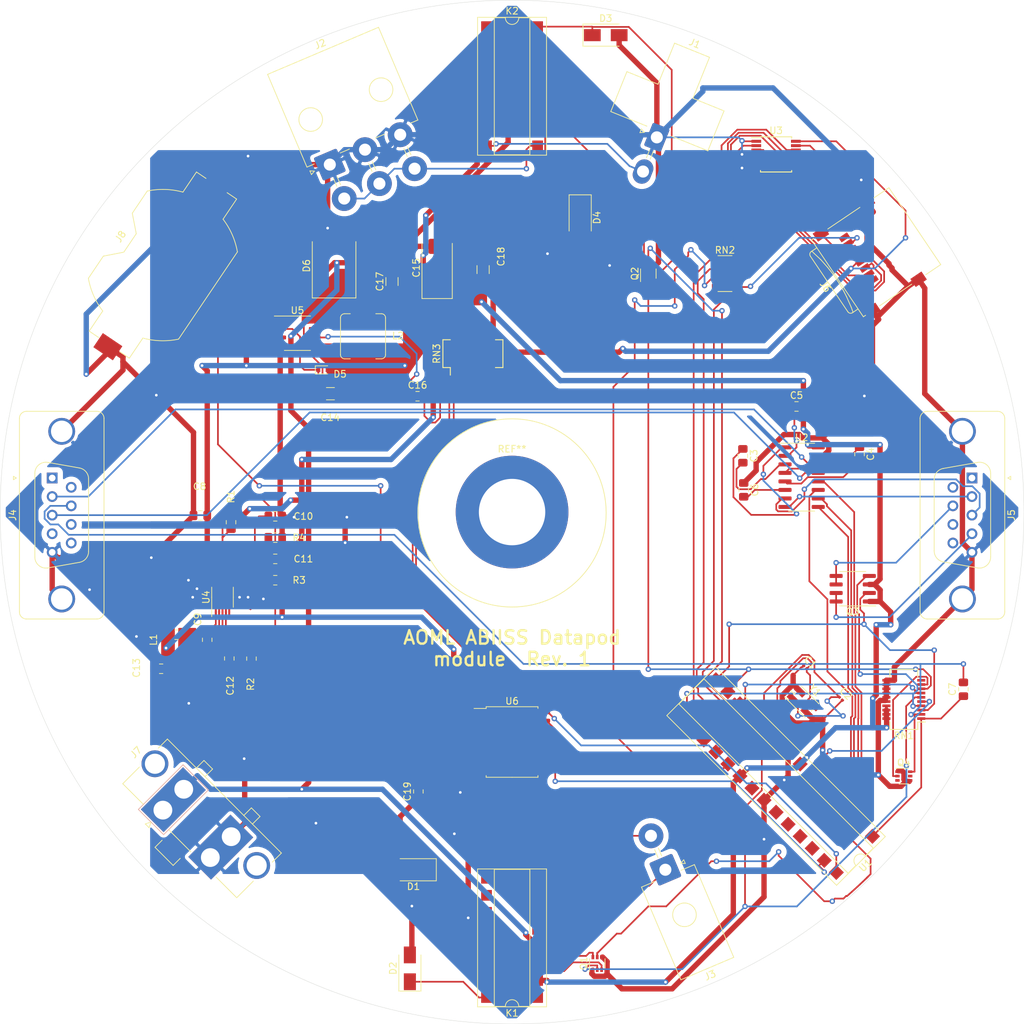
<source format=kicad_pcb>
(kicad_pcb (version 20171130) (host pcbnew 5.1.4-e60b266~84~ubuntu18.04.1)
  (title_block (title "ABIISS Datapod module") (rev 1) (company NOAA\AOML\PHOD) (comment 4 "Pedro Pena"))
  (layers (0 F.Cu signal) (31 B.Cu signal) (34 B.Paste user hide) (35 F.Paste user hide) (36 B.SilkS user) (37 F.SilkS user) (38 B.Mask user) (39 F.Mask user) (44 Edge.Cuts user))
  (net 0 "")
  (net 1 "Net-(C1-Pad2)")
  (net 2 GND)
  (net 3 "Net-(C2-Pad1)")
  (net 4 "Net-(C3-Pad1)")
  (net 5 "Net-(C3-Pad2)")
  (net 6 "Net-(C4-Pad2)")
  (net 7 "Net-(C4-Pad1)")
  (net 8 +5V)
  (net 9 "Net-(C5-Pad1)")
  (net 10 "Net-(C6-Pad2)")
  (net 11 ~RESET)
  (net 12 DRAIN_PROG)
  (net 13 "Net-(C9-Pad2)")
  (net 14 "Net-(C9-Pad1)")
  (net 15 "Net-(C10-Pad2)")
  (net 16 +3V3)
  (net 17 "Net-(C11-Pad1)")
  (net 18 "Net-(C12-Pad2)")
  (net 19 "Net-(C12-Pad1)")
  (net 20 "Net-(C14-Pad1)")
  (net 21 "Net-(C14-Pad2)")
  (net 22 "Net-(C16-Pad1)")
  (net 23 VcR1)
  (net 24 "Net-(D1-Pad1)")
  (net 25 "Net-(D2-Pad1)")
  (net 26 "Net-(D3-Pad1)")
  (net 27 "Net-(J1-Pad2)")
  (net 28 "Net-(J2-Pad4)")
  (net 29 "Net-(J3-Pad1)")
  (net 30 "Net-(J3-Pad2)")
  (net 31 "Net-(J4-Pad1)")
  (net 32 "Net-(J4-Pad2)")
  (net 33 "Net-(J4-Pad3)")
  (net 34 "Net-(J4-Pad4)")
  (net 35 "Net-(J4-Pad6)")
  (net 36 "Net-(J4-Pad8)")
  (net 37 "Net-(J4-Pad9)")
  (net 38 "Net-(J5-Pad1)")
  (net 39 "Net-(J5-Pad2)")
  (net 40 "Net-(J5-Pad3)")
  (net 41 "/SERIAL COMMUNICATIONS SHEET/DTR_ON")
  (net 42 "Net-(J5-Pad6)")
  (net 43 "/SERIAL COMMUNICATIONS SHEET/RTS_ON")
  (net 44 "Net-(J5-Pad8)")
  (net 45 "Net-(J5-Pad9)")
  (net 46 "Net-(J6-Pad8)")
  (net 47 "Net-(J6-Pad7)")
  (net 48 "Net-(J6-Pad5)")
  (net 49 "Net-(J6-Pad3)")
  (net 50 "Net-(J6-Pad2)")
  (net 51 "Net-(J6-Pad1)")
  (net 52 VCC)
  (net 53 "Net-(J8-Pad1)")
  (net 54 "Net-(K1-Pad10)")
  (net 55 "Net-(K1-Pad3)")
  (net 56 "Net-(K1-Pad11)")
  (net 57 "Net-(K1-Pad12)")
  (net 58 "Net-(K1-Pad5)")
  (net 59 "Net-(K1-Pad6)")
  (net 60 "Net-(K1-Pad14)")
  (net 61 "Net-(K1-Pad7)")
  (net 62 "Net-(K2-Pad15)")
  (net 63 "Net-(K2-Pad7)")
  (net 64 "Net-(K2-Pad14)")
  (net 65 "Net-(K2-Pad6)")
  (net 66 "Net-(K2-Pad5)")
  (net 67 "Net-(K2-Pad12)")
  (net 68 "Net-(K2-Pad11)")
  (net 69 "Net-(K2-Pad3)")
  (net 70 "Net-(K2-Pad10)")
  (net 71 RELAY1_OFF)
  (net 72 RELAY1_ON)
  (net 73 RELAY2_ON)
  (net 74 RELAY2_OFF)
  (net 75 IR220L-ON-1)
  (net 76 IR220L-ON-2)
  (net 77 "Net-(Q4-Pad3)")
  (net 78 "Net-(Q4-Pad5)")
  (net 79 RTS_PROG)
  (net 80 "Net-(R2-Pad1)")
  (net 81 MICRO_SD_CS)
  (net 82 "Net-(RN2-Pad4)")
  (net 83 MICRO_SD_MOSI)
  (net 84 MICRO_SD_SCK)
  (net 85 "Net-(RN2-Pad7)")
  (net 86 "Net-(RN2-Pad8)")
  (net 87 "Net-(RN2-Pad6)")
  (net 88 MCU-SCL)
  (net 89 MCU-SDA)
  (net 90 "Net-(RN3-Pad3)")
  (net 91 "Net-(RN3-Pad4)")
  (net 92 "Net-(RN3-Pad5)")
  (net 93 "Net-(RN3-Pad6)")
  (net 94 "Net-(RN3-Pad7)")
  (net 95 "Net-(RN3-Pad8)")
  (net 96 "Net-(RN3-Pad9)")
  (net 97 "Net-(RN3-Pad12)")
  (net 98 "Net-(RN3-Pad13)")
  (net 99 "Net-(RN3-Pad14)")
  (net 100 "Net-(RN3-Pad15)")
  (net 101 "Net-(RN3-Pad16)")
  (net 102 "Net-(RN3-Pad17)")
  (net 103 "Net-(RN3-Pad18)")
  (net 104 MCU-RX)
  (net 105 MCU-TX)
  (net 106 MCU-VIRT-UART-RX)
  (net 107 MICRO_SD_MISO)
  (net 108 MCU-SOFT-UART-TX)
  (net 109 "Net-(U1-Pad21)")
  (net 110 "Net-(U1-Pad23)")
  (net 111 "Net-(U1-Pad24)")
  (net 112 "Net-(U1-Pad25)")
  (net 113 "Net-(U1-Pad26)")
  (net 114 "Net-(U4-Pad5)")
  (net 115 "Net-(U5-Pad7)")
  (net 116 "Net-(U6-Pad1)")
  (net 117 "Net-(U6-Pad3)")
  (net 118 "Net-(U6-Pad4)")
  (net 119 "Net-(RN1-Pad10)")
  (module Capacitor_SMD:C_0201_0603Metric (layer F.Cu) (at 144.045726 119.661726 315)
    (fp_text reference C1 (at 0 -1.05 135) (layer F.SilkS))
    (fp_text value 20pF)
    (pad 2 smd roundrect (at 0.32 0 315) (size 0.46 0.4) (layers F.Cu F.Mask) (net 1 "Net-(C1-Pad2)"))
    (pad 1 smd roundrect (at -0.32 0 315) (size 0.46 0.4) (layers F.Cu F.Mask) (net 2 GND))
  )
  (module Diode_SMD:D_SMA (layer F.Cu) (at 110.49 52.61 270)
    (fp_text reference D4 (at 0 -2.5 90) (layer F.SilkS))
    (fp_text value "B220A-13-F ")
    (pad 1 smd rect (at -2 0 270) (size 2.5 1.8) (layers F.Cu F.Paste F.Mask) (net 26 "Net-(D3-Pad1)"))
    (pad 2 smd rect (at 2 0 270) (size 2.5 1.8) (layers F.Cu F.Paste F.Mask) (net 2 GND))
  )
  (module Package_SO:SOIC-8_3.9x4.9mm_P1.27mm (layer F.Cu) (at 151.13 107.95 180)
    (fp_text reference Q3 (at 0 -3.4) (layer F.SilkS))
    (fp_text value IRF7324)
    (pad 1 smd roundrect (at -2.475 -1.905 180) (size 1.95 0.6) (layers F.Cu F.Paste F.Mask) (net 8 +5V))
    (pad 2 smd roundrect (at -2.475 -0.635 180) (size 1.95 0.6) (layers F.Cu F.Paste F.Mask) (net 75 IR220L-ON-1))
    (pad 3 smd roundrect (at -2.475 0.635 180) (size 1.95 0.6) (layers F.Cu F.Paste F.Mask) (net 8 +5V))
    (pad 4 smd roundrect (at -2.475 1.905 180) (size 1.95 0.6) (layers F.Cu F.Paste F.Mask) (net 76 IR220L-ON-2))
    (pad 5 smd roundrect (at 2.475 1.905 180) (size 1.95 0.6) (layers F.Cu F.Paste F.Mask) (net 43 "/SERIAL COMMUNICATIONS SHEET/RTS_ON"))
    (pad 6 smd roundrect (at 2.475 0.635 180) (size 1.95 0.6) (layers F.Cu F.Paste F.Mask) (net 43 "/SERIAL COMMUNICATIONS SHEET/RTS_ON"))
    (pad 7 smd roundrect (at 2.475 -0.635 180) (size 1.95 0.6) (layers F.Cu F.Paste F.Mask) (net 41 "/SERIAL COMMUNICATIONS SHEET/DTR_ON"))
    (pad 8 smd roundrect (at 2.475 -1.905 180) (size 1.95 0.6) (layers F.Cu F.Paste F.Mask) (net 41 "/SERIAL COMMUNICATIONS SHEET/DTR_ON"))
  )
  (module Capacitor_SMD:C_0201_0603Metric (layer F.Cu) (at 149.362 124.343 315)
    (fp_text reference C2 (at 0 -1.05 135) (layer F.SilkS))
    (fp_text value 20pF)
    (pad 1 smd roundrect (at -0.32 0 315) (size 0.46 0.4) (layers F.Cu F.Mask) (net 3 "Net-(C2-Pad1)"))
    (pad 2 smd roundrect (at 0.32 0 315) (size 0.46 0.4) (layers F.Cu F.Mask) (net 2 GND))
  )
  (module Oscillator:Oscillator_SMD_EuroQuartz_XO32-4Pin_3.2x2.5mm_HandSoldering (layer F.Cu) (at 143.764 124.841 315)
    (fp_text reference Y1 (at 0 -2.45 135) (layer F.SilkS))
    (fp_text value 16Mhz)
    (pad 1 smd rect (at -1.45 0.775 315) (size 1.75 0.9) (layers F.Cu F.Paste F.Mask) (net 3 "Net-(C2-Pad1)"))
    (pad 2 smd rect (at 1.45 0.775 315) (size 1.75 0.9) (layers F.Cu F.Paste F.Mask) (net 2 GND))
    (pad 3 smd rect (at 1.45 -0.775 315) (size 1.75 0.9) (layers F.Cu F.Paste F.Mask) (net 1 "Net-(C1-Pad2)"))
    (pad 4 smd rect (at -1.45 -0.775 315) (size 1.75 0.9) (layers F.Cu F.Paste F.Mask) (net 2 GND))
  )
  (module Package_SO:SSOP-20_3.9x8.7mm_P0.635mm (layer F.Cu) (at 158.75 124.46 180)
    (fp_text reference RN1 (at 0 -5.4) (layer F.SilkS))
    (fp_text value "R_Pack 10k Ohms")
    (pad 20 smd rect (at 2.6 -2.8575 180) (size 1.2 0.4) (layers F.Cu F.Paste F.Mask) (net 8 +5V))
    (pad 19 smd rect (at 2.6 -2.2225 180) (size 1.2 0.4) (layers F.Cu F.Paste F.Mask) (net 8 +5V))
    (pad 18 smd rect (at 2.6 -1.5875 180) (size 1.2 0.4) (layers F.Cu F.Paste F.Mask) (net 8 +5V))
    (pad 17 smd rect (at 2.6 -0.9525 180) (size 1.2 0.4) (layers F.Cu F.Paste F.Mask) (net 8 +5V))
    (pad 16 smd rect (at 2.6 -0.3175 180) (size 1.2 0.4) (layers F.Cu F.Paste F.Mask) (net 2 GND))
    (pad 15 smd rect (at 2.6 0.3175 180) (size 1.2 0.4) (layers F.Cu F.Paste F.Mask) (net 2 GND))
    (pad 14 smd rect (at 2.6 0.9525 180) (size 1.2 0.4) (layers F.Cu F.Paste F.Mask) (net 2 GND))
    (pad 13 smd rect (at 2.6 1.5875 180) (size 1.2 0.4) (layers F.Cu F.Paste F.Mask) (net 2 GND))
    (pad 12 smd rect (at 2.6 2.2225 180) (size 1.2 0.4) (layers F.Cu F.Paste F.Mask) (net 2 GND))
    (pad 11 smd rect (at 2.6 2.8575 180) (size 1.2 0.4) (layers F.Cu F.Paste F.Mask) (net 2 GND))
    (pad 10 smd rect (at -2.6 2.8575 180) (size 1.2 0.4) (layers F.Cu F.Paste F.Mask) (net 119 "Net-(RN1-Pad10)"))
    (pad 9 smd rect (at -2.6 2.2225 180) (size 1.2 0.4) (layers F.Cu F.Paste F.Mask) (net 79 RTS_PROG))
    (pad 8 smd rect (at -2.6 1.5875 180) (size 1.2 0.4) (layers F.Cu F.Paste F.Mask) (net 74 RELAY2_OFF))
    (pad 7 smd rect (at -2.6 0.9525 180) (size 1.2 0.4) (layers F.Cu F.Paste F.Mask) (net 73 RELAY2_ON))
    (pad 6 smd rect (at -2.6 0.3175 180) (size 1.2 0.4) (layers F.Cu F.Paste F.Mask) (net 71 RELAY1_OFF))
    (pad 5 smd rect (at -2.6 -0.3175 180) (size 1.2 0.4) (layers F.Cu F.Paste F.Mask) (net 72 RELAY1_ON))
    (pad 4 smd rect (at -2.6 -0.9525 180) (size 1.2 0.4) (layers F.Cu F.Paste F.Mask) (net 76 IR220L-ON-2))
    (pad 3 smd rect (at -2.6 -1.5875 180) (size 1.2 0.4) (layers F.Cu F.Paste F.Mask) (net 75 IR220L-ON-1))
    (pad 2 smd rect (at -2.6 -2.2225 180) (size 1.2 0.4) (layers F.Cu F.Paste F.Mask) (net 12 DRAIN_PROG))
    (pad 1 smd rect (at -2.6 -2.8575 180) (size 1.2 0.4) (layers F.Cu F.Paste F.Mask) (net 11 ~RESET))
  )
  (module Package_DIP:DIP-28_W7.62mm_SMDSocket_SmallPads (layer F.Cu) (at 139.7 135.89 225)
    (fp_text reference U1 (at 0 -18.84 45) (layer F.SilkS))
    (fp_text value ATmega328P-PU)
    (pad 1 smd rect (at -3.81 -16.51 225) (size 1.6 1.6) (layers F.Cu F.Paste F.Mask) (net 11 ~RESET))
    (pad 15 smd rect (at 3.81 16.51 225) (size 1.6 1.6) (layers F.Cu F.Paste F.Mask) (net 76 IR220L-ON-2))
    (pad 2 smd rect (at -3.81 -13.97 225) (size 1.6 1.6) (layers F.Cu F.Paste F.Mask) (net 104 MCU-RX))
    (pad 16 smd rect (at 3.81 13.97 225) (size 1.6 1.6) (layers F.Cu F.Paste F.Mask) (net 81 MICRO_SD_CS))
    (pad 3 smd rect (at -3.81 -11.43 225) (size 1.6 1.6) (layers F.Cu F.Paste F.Mask) (net 105 MCU-TX))
    (pad 17 smd rect (at 3.81 11.43 225) (size 1.6 1.6) (layers F.Cu F.Paste F.Mask) (net 83 MICRO_SD_MOSI))
    (pad 4 smd rect (at -3.81 -8.89 225) (size 1.6 1.6) (layers F.Cu F.Paste F.Mask) (net 106 MCU-VIRT-UART-RX))
    (pad 18 smd rect (at 3.81 8.89 225) (size 1.6 1.6) (layers F.Cu F.Paste F.Mask) (net 107 MICRO_SD_MISO))
    (pad 5 smd rect (at -3.81 -6.35 225) (size 1.6 1.6) (layers F.Cu F.Paste F.Mask) (net 108 MCU-SOFT-UART-TX))
    (pad 19 smd rect (at 3.81 6.35 225) (size 1.6 1.6) (layers F.Cu F.Paste F.Mask) (net 84 MICRO_SD_SCK))
    (pad 6 smd rect (at -3.81 -3.81 225) (size 1.6 1.6) (layers F.Cu F.Paste F.Mask) (net 72 RELAY1_ON))
    (pad 20 smd rect (at 3.81 3.81 225) (size 1.6 1.6) (layers F.Cu F.Paste F.Mask) (net 8 +5V))
    (pad 7 smd rect (at -3.81 -1.27 225) (size 1.6 1.6) (layers F.Cu F.Paste F.Mask) (net 8 +5V))
    (pad 21 smd rect (at 3.81 1.27 225) (size 1.6 1.6) (layers F.Cu F.Paste F.Mask) (net 109 "Net-(U1-Pad21)"))
    (pad 8 smd rect (at -3.81 1.27 225) (size 1.6 1.6) (layers F.Cu F.Paste F.Mask) (net 2 GND))
    (pad 22 smd rect (at 3.81 -1.27 225) (size 1.6 1.6) (layers F.Cu F.Paste F.Mask) (net 2 GND))
    (pad 9 smd rect (at -3.81 3.81 225) (size 1.6 1.6) (layers F.Cu F.Paste F.Mask) (net 1 "Net-(C1-Pad2)"))
    (pad 23 smd rect (at 3.81 -3.81 225) (size 1.6 1.6) (layers F.Cu F.Paste F.Mask) (net 110 "Net-(U1-Pad23)"))
    (pad 10 smd rect (at -3.81 6.35 225) (size 1.6 1.6) (layers F.Cu F.Paste F.Mask) (net 3 "Net-(C2-Pad1)"))
    (pad 24 smd rect (at 3.81 -6.35 225) (size 1.6 1.6) (layers F.Cu F.Paste F.Mask) (net 111 "Net-(U1-Pad24)"))
    (pad 11 smd rect (at -3.81 8.89 225) (size 1.6 1.6) (layers F.Cu F.Paste F.Mask) (net 71 RELAY1_OFF))
    (pad 25 smd rect (at 3.81 -8.89 225) (size 1.6 1.6) (layers F.Cu F.Paste F.Mask) (net 112 "Net-(U1-Pad25)"))
    (pad 12 smd rect (at -3.81 11.43 225) (size 1.6 1.6) (layers F.Cu F.Paste F.Mask) (net 73 RELAY2_ON))
    (pad 26 smd rect (at 3.81 -11.43 225) (size 1.6 1.6) (layers F.Cu F.Paste F.Mask) (net 113 "Net-(U1-Pad26)"))
    (pad 13 smd rect (at -3.81 13.97 225) (size 1.6 1.6) (layers F.Cu F.Paste F.Mask) (net 74 RELAY2_OFF))
    (pad 27 smd rect (at 3.81 -13.97 225) (size 1.6 1.6) (layers F.Cu F.Paste F.Mask) (net 89 MCU-SDA))
    (pad 14 smd rect (at -3.81 16.51 225) (size 1.6 1.6) (layers F.Cu F.Paste F.Mask) (net 75 IR220L-ON-1))
    (pad 28 smd rect (at 3.81 -16.51 225) (size 1.6 1.6) (layers F.Cu F.Paste F.Mask) (net 88 MCU-SCL))
  )
  (module Capacitor_SMD:C_0805_2012Metric_Pad1.15x1.40mm_HandSolder (layer F.Cu) (at 86.36 138.185 90)
    (fp_text reference C19 (at 0 -1.65 90) (layer F.SilkS))
    (fp_text value .1uF)
    (pad 2 smd roundrect (at 1.025 0 90) (size 1.15 1.4) (layers F.Cu F.Paste F.Mask) (roundrect_rratio 0.217391) (net 16 +3V3))
    (pad 1 smd roundrect (at -1.025 0 90) (size 1.15 1.4) (layers F.Cu F.Paste F.Mask) (roundrect_rratio 0.217391) (net 2 GND))
  )
  (module Package_SO:SOIC-16W_7.5x10.3mm_P1.27mm (layer F.Cu) (at 100.33 130.81)
    (fp_text reference U6 (at 0 -6.1) (layer F.SilkS))
    (fp_text value DS3231M)
    (pad 1 smd roundrect (at -4.65 -4.445) (size 2.05 0.6) (layers F.Cu F.Paste F.Mask) (net 116 "Net-(U6-Pad1)"))
    (pad 2 smd roundrect (at -4.65 -3.175) (size 2.05 0.6) (layers F.Cu F.Paste F.Mask) (net 16 +3V3))
    (pad 3 smd roundrect (at -4.65 -1.905) (size 2.05 0.6) (layers F.Cu F.Paste F.Mask) (net 117 "Net-(U6-Pad3)"))
    (pad 4 smd roundrect (at -4.65 -0.635) (size 2.05 0.6) (layers F.Cu F.Paste F.Mask) (net 118 "Net-(U6-Pad4)"))
    (pad 5 smd roundrect (at -4.65 0.635) (size 2.05 0.6) (layers F.Cu F.Paste F.Mask) (net 2 GND))
    (pad 6 smd roundrect (at -4.65 1.905) (size 2.05 0.6) (layers F.Cu F.Paste F.Mask) (net 2 GND))
    (pad 7 smd roundrect (at -4.65 3.175) (size 2.05 0.6) (layers F.Cu F.Paste F.Mask) (net 2 GND))
    (pad 8 smd roundrect (at -4.65 4.445) (size 2.05 0.6) (layers F.Cu F.Paste F.Mask) (net 2 GND))
    (pad 9 smd roundrect (at 4.65 4.445) (size 2.05 0.6) (layers F.Cu F.Paste F.Mask) (net 2 GND))
    (pad 10 smd roundrect (at 4.65 3.175) (size 2.05 0.6) (layers F.Cu F.Paste F.Mask) (net 2 GND))
    (pad 11 smd roundrect (at 4.65 1.905) (size 2.05 0.6) (layers F.Cu F.Paste F.Mask) (net 2 GND))
    (pad 12 smd roundrect (at 4.65 0.635) (size 2.05 0.6) (layers F.Cu F.Paste F.Mask) (net 2 GND))
    (pad 13 smd roundrect (at 4.65 -0.635) (size 2.05 0.6) (layers F.Cu F.Paste F.Mask) (net 2 GND))
    (pad 14 smd roundrect (at 4.65 -1.905) (size 2.05 0.6) (layers F.Cu F.Paste F.Mask) (net 53 "Net-(J8-Pad1)"))
    (pad 15 smd roundrect (at 4.65 -3.175) (size 2.05 0.6) (layers F.Cu F.Paste F.Mask) (net 89 MCU-SDA))
    (pad 16 smd roundrect (at 4.65 -4.445) (size 2.05 0.6) (layers F.Cu F.Paste F.Mask) (net 88 MCU-SCL))
  )
  (module Package_TO_SOT_SMD:SOT-363_SC-70-6 (layer F.Cu) (at 113.03 163.83 90)
    (fp_text reference Q1 (at 0 -2 90) (layer F.SilkS))
    (fp_text value FDG1024NZ)
    (pad 6 smd rect (at 0.95 -0.65 90) (size 0.65 0.4) (layers F.Cu F.Paste F.Mask) (net 24 "Net-(D1-Pad1)"))
    (pad 4 smd rect (at 0.95 0.65 90) (size 0.65 0.4) (layers F.Cu F.Paste F.Mask) (net 2 GND))
    (pad 2 smd rect (at -0.95 0 90) (size 0.65 0.4) (layers F.Cu F.Paste F.Mask) (net 71 RELAY1_OFF))
    (pad 5 smd rect (at 0.95 0 90) (size 0.65 0.4) (layers F.Cu F.Paste F.Mask) (net 72 RELAY1_ON))
    (pad 3 smd rect (at -0.95 0.65 90) (size 0.65 0.4) (layers F.Cu F.Paste F.Mask) (net 25 "Net-(D2-Pad1)"))
    (pad 1 smd rect (at -0.95 -0.65 90) (size 0.65 0.4) (layers F.Cu F.Paste F.Mask) (net 2 GND))
  )
  (module Package_DIP:DIP-16_W7.62mm_SMDSocket_SmallPads (layer F.Cu) (at 100.33 160.02 180)
    (fp_text reference K1 (at 0 -11.22) (layer F.SilkS))
    (fp_text value DS2E-SL2-DC5V)
    (pad 16 smd rect (at 3.81 -8.89 180) (size 1.6 1.6) (layers F.Cu F.Paste F.Mask) (net 25 "Net-(D2-Pad1)"))
    (pad 8 smd rect (at -3.81 8.89 180) (size 1.6 1.6) (layers F.Cu F.Paste F.Mask) (net 30 "Net-(J3-Pad2)"))
    (pad 15 smd rect (at 3.81 -6.35 180) (size 1.6 1.6) (layers F.Cu F.Paste F.Mask) (net 24 "Net-(D1-Pad1)"))
    (pad 7 smd rect (at -3.81 6.35 180) (size 1.6 1.6) (layers F.Cu F.Paste F.Mask) (net 61 "Net-(K1-Pad7)"))
    (pad 14 smd rect (at 3.81 -3.81 180) (size 1.6 1.6) (layers F.Cu F.Paste F.Mask) (net 60 "Net-(K1-Pad14)"))
    (pad 6 smd rect (at -3.81 3.81 180) (size 1.6 1.6) (layers F.Cu F.Paste F.Mask) (net 59 "Net-(K1-Pad6)"))
    (pad 13 smd rect (at 3.81 -1.27 180) (size 1.6 1.6) (layers F.Cu F.Paste F.Mask) (net 2 GND))
    (pad 5 smd rect (at -3.81 1.27 180) (size 1.6 1.6) (layers F.Cu F.Paste F.Mask) (net 58 "Net-(K1-Pad5)"))
    (pad 12 smd rect (at 3.81 1.27 180) (size 1.6 1.6) (layers F.Cu F.Paste F.Mask) (net 57 "Net-(K1-Pad12)"))
    (pad 4 smd rect (at -3.81 -1.27 180) (size 1.6 1.6) (layers F.Cu F.Paste F.Mask) (net 52 VCC))
    (pad 11 smd rect (at 3.81 3.81 180) (size 1.6 1.6) (layers F.Cu F.Paste F.Mask) (net 56 "Net-(K1-Pad11)"))
    (pad 3 smd rect (at -3.81 -3.81 180) (size 1.6 1.6) (layers F.Cu F.Paste F.Mask) (net 55 "Net-(K1-Pad3)"))
    (pad 10 smd rect (at 3.81 6.35 180) (size 1.6 1.6) (layers F.Cu F.Paste F.Mask) (net 54 "Net-(K1-Pad10)"))
    (pad 2 smd rect (at -3.81 -6.35 180) (size 1.6 1.6) (layers F.Cu F.Paste F.Mask) (net 8 +5V))
    (pad 9 smd rect (at 3.81 8.89 180) (size 1.6 1.6) (layers F.Cu F.Paste F.Mask) (net 29 "Net-(J3-Pad1)"))
    (pad 1 smd rect (at -3.81 -8.89 180) (size 1.6 1.6) (layers F.Cu F.Paste F.Mask) (net 8 +5V))
  )
  (module Connector_Molex:Molex_Mini-Fit_Sr_42819-22XX_1x02_P10.00mm_Vertical (layer F.Cu) (at 48.26 140.97 45)
    (fp_text reference J7 (at 3.26 -8.93 45) (layer F.SilkS))
    (fp_text value Conn_02x02_Odd_Even)
    (pad 1 thru_hole rect (at 0 0 45) (size 4.5 4.8) (drill 2.8) (layers *.Cu *.Mask) (net 52 VCC))
    (pad 2 thru_hole rect (at 0 10 45) (size 4.5 4.8) (drill 2.8) (layers *.Cu *.Mask) (net 2 GND))
    (pad 1 thru_hole rect (at 4.4 0 45) (size 4.5 4.8) (drill 2.8) (layers *.Cu *.Mask) (net 52 VCC))
    (pad 2 thru_hole rect (at 4.4 10 45) (size 4.5 4.8) (drill 2.8) (layers *.Cu *.Mask) (net 2 GND))
    (pad "" thru_hole circle (at 4.05 -5.73 45) (size 4 4) (drill 3) (layers *.Cu *.Mask))
    (pad "" thru_hole circle (at 4.05 15.73 45) (size 4 4) (drill 3) (layers *.Cu *.Mask))
  )
  (module Connector_Dsub:DSUB-9_Female_Vertical_P2.77x2.84mm_MountingHoles (layer F.Cu) (at 31.75 91.44 90)
    (fp_text reference J4 (at -5.54 -5.89 90) (layer F.SilkS))
    (fp_text value DB9_Female)
    (pad 1 thru_hole rect (at 0 0 90) (size 1.6 1.6) (drill 1) (layers *.Cu *.Mask) (net 31 "Net-(J4-Pad1)"))
    (pad 2 thru_hole circle (at -2.77 0 90) (size 1.6 1.6) (drill 1) (layers *.Cu *.Mask) (net 32 "Net-(J4-Pad2)"))
    (pad 3 thru_hole circle (at -5.54 0 90) (size 1.6 1.6) (drill 1) (layers *.Cu *.Mask) (net 33 "Net-(J4-Pad3)"))
    (pad 4 thru_hole circle (at -8.31 0 90) (size 1.6 1.6) (drill 1) (layers *.Cu *.Mask) (net 34 "Net-(J4-Pad4)"))
    (pad 5 thru_hole circle (at -11.08 0 90) (size 1.6 1.6) (drill 1) (layers *.Cu *.Mask) (net 2 GND))
    (pad 6 thru_hole circle (at -1.385 2.84 90) (size 1.6 1.6) (drill 1) (layers *.Cu *.Mask) (net 35 "Net-(J4-Pad6)"))
    (pad 7 thru_hole circle (at -4.155 2.84 90) (size 1.6 1.6) (drill 1) (layers *.Cu *.Mask) (net 12 DRAIN_PROG))
    (pad 8 thru_hole circle (at -6.925 2.84 90) (size 1.6 1.6) (drill 1) (layers *.Cu *.Mask) (net 36 "Net-(J4-Pad8)"))
    (pad 9 thru_hole circle (at -9.695 2.84 90) (size 1.6 1.6) (drill 1) (layers *.Cu *.Mask) (net 37 "Net-(J4-Pad9)"))
    (pad 0 thru_hole circle (at -18.04 1.42 90) (size 4 4) (drill 3.2) (layers *.Cu *.Mask) (net 2 GND))
    (pad 0 thru_hole circle (at 6.96 1.42 90) (size 4 4) (drill 3.2) (layers *.Cu *.Mask) (net 2 GND))
  )
  (module Battery:BatteryHolder_Keystone_1058_1x2032 (layer F.Cu) (at 48.26 59.69 236)
    (fp_text reference J8 (at 0 7.62 56) (layer F.SilkS))
    (fp_text value Conn_01x02_Female)
    (pad 1 smd rect (at -14.68 0 236) (size 2.54 3.51) (layers F.Cu F.Paste F.Mask) (net 53 "Net-(J8-Pad1)"))
    (pad 2 smd rect (at 14.68 0 236) (size 2.54 3.51) (layers F.Cu F.Paste F.Mask) (net 2 GND))
  )
  (module Connector_Molex:Molex_Mega-Fit_76825-0006_2x03_P5.70mm_Horizontal (layer F.Cu) (at 73.152 44.704 23)
    (fp_text reference J2 (at 5.7 -17.1 23) (layer F.SilkS))
    (fp_text value Conn_02x03_Odd_Even)
    (pad 1 thru_hole roundrect (at 0 0 23) (size 3.7 3.7) (drill 1.8) (layers *.Cu *.Mask) (roundrect_rratio 0.067568) (net 2 GND))
    (pad 2 thru_hole circle (at 5.7 0 23) (size 3.7 3.7) (drill 1.8) (layers *.Cu *.Mask) (net 2 GND))
    (pad 3 thru_hole circle (at 11.4 0 23) (size 3.7 3.7) (drill 1.8) (layers *.Cu *.Mask) (net 2 GND))
    (pad 4 thru_hole circle (at 0 5.5 23) (size 3.7 3.7) (drill 1.8) (layers *.Cu *.Mask) (net 28 "Net-(J2-Pad4)"))
    (pad 5 thru_hole circle (at 5.7 5.5 23) (size 3.7 3.7) (drill 1.8) (layers *.Cu *.Mask) (net 28 "Net-(J2-Pad4)"))
    (pad 6 thru_hole circle (at 11.4 5.5 23) (size 3.7 3.7) (drill 1.8) (layers *.Cu *.Mask) (net 28 "Net-(J2-Pad4)"))
    (pad "" np_thru_hole circle (at 0 -7.3 23) (size 3 3) (drill 3) (layers *.Cu *.Mask))
    (pad "" np_thru_hole circle (at 11.4 -7.3 23) (size 3 3) (drill 3) (layers *.Cu *.Mask))
  )
  (module Package_DIP:DIP-16_W7.62mm_SMDSocket_SmallPads (layer F.Cu) (at 100.33 33.02)
    (fp_text reference K2 (at 0 -11.22) (layer F.SilkS))
    (fp_text value DS2E-SL2-DC5V)
    (pad 16 smd rect (at 3.81 -8.89) (size 1.6 1.6) (layers F.Cu F.Paste F.Mask) (net 26 "Net-(D3-Pad1)"))
    (pad 8 smd rect (at -3.81 8.89) (size 1.6 1.6) (layers F.Cu F.Paste F.Mask) (net 27 "Net-(J1-Pad2)"))
    (pad 15 smd rect (at 3.81 -6.35) (size 1.6 1.6) (layers F.Cu F.Paste F.Mask) (net 62 "Net-(K2-Pad15)"))
    (pad 7 smd rect (at -3.81 6.35) (size 1.6 1.6) (layers F.Cu F.Paste F.Mask) (net 63 "Net-(K2-Pad7)"))
    (pad 14 smd rect (at 3.81 -3.81) (size 1.6 1.6) (layers F.Cu F.Paste F.Mask) (net 64 "Net-(K2-Pad14)"))
    (pad 6 smd rect (at -3.81 3.81) (size 1.6 1.6) (layers F.Cu F.Paste F.Mask) (net 65 "Net-(K2-Pad6)"))
    (pad 13 smd rect (at 3.81 -1.27) (size 1.6 1.6) (layers F.Cu F.Paste F.Mask) (net 52 VCC))
    (pad 5 smd rect (at -3.81 1.27) (size 1.6 1.6) (layers F.Cu F.Paste F.Mask) (net 66 "Net-(K2-Pad5)"))
    (pad 12 smd rect (at 3.81 1.27) (size 1.6 1.6) (layers F.Cu F.Paste F.Mask) (net 67 "Net-(K2-Pad12)"))
    (pad 4 smd rect (at -3.81 -1.27) (size 1.6 1.6) (layers F.Cu F.Paste F.Mask) (net 8 +5V))
    (pad 11 smd rect (at 3.81 3.81) (size 1.6 1.6) (layers F.Cu F.Paste F.Mask) (net 68 "Net-(K2-Pad11)"))
    (pad 3 smd rect (at -3.81 -3.81) (size 1.6 1.6) (layers F.Cu F.Paste F.Mask) (net 69 "Net-(K2-Pad3)"))
    (pad 10 smd rect (at 3.81 6.35) (size 1.6 1.6) (layers F.Cu F.Paste F.Mask) (net 70 "Net-(K2-Pad10)"))
    (pad 2 smd rect (at -3.81 -6.35) (size 1.6 1.6) (layers F.Cu F.Paste F.Mask) (net 8 +5V))
    (pad 9 smd rect (at 3.81 8.89) (size 1.6 1.6) (layers F.Cu F.Paste F.Mask) (net 28 "Net-(J2-Pad4)"))
    (pad 1 smd rect (at -3.81 -8.89) (size 1.6 1.6) (layers F.Cu F.Paste F.Mask) (net 8 +5V))
  )
  (module Diode_SMD:D_SMA (layer F.Cu) (at 114.3 25.4)
    (fp_text reference D3 (at 0 -2.5) (layer F.SilkS))
    (fp_text value "B220A-13-F ")
    (pad 1 smd rect (at -2 0) (size 2.5 1.8) (layers F.Cu F.Paste F.Mask) (net 26 "Net-(D3-Pad1)"))
    (pad 2 smd rect (at 2 0) (size 2.5 1.8) (layers F.Cu F.Paste F.Mask) (net 2 GND))
  )
  (module Connector_Molex:Molex_Mini-Fit_Jr_5569-02A1_2x01_P4.20mm_Horizontal (layer F.Cu) (at 121.92 40.64 338)
    (fp_text reference J1 (at 0 -15.1 158) (layer F.SilkS))
    (fp_text value Conn_01x02)
    (pad 1 thru_hole roundrect (at 0 0 338) (size 2.7 3.7) (drill 1.8) (layers *.Cu *.Mask) (roundrect_rratio 0.09259299999999999) (net 2 GND))
    (pad 2 thru_hole oval (at 0 5.5 338) (size 2.7 3.7) (drill 1.8) (layers *.Cu *.Mask) (net 27 "Net-(J1-Pad2)"))
    (pad "" np_thru_hole circle (at -4.5 -4.2 338) (size 3.2 3.2) (drill 3.2) (layers *.Cu *.Mask))
    (pad "" np_thru_hole circle (at 4.5 -4.2 338) (size 3.2 3.2) (drill 3.2) (layers *.Cu *.Mask))
  )
  (module Package_SO:TSSOP-14_4.4x5mm_P0.65mm (layer F.Cu) (at 139.7 43.18)
    (fp_text reference U3 (at 0 -3.55) (layer F.SilkS))
    (fp_text value 74LVC125)
    (pad 1 smd rect (at -2.95 -1.95) (size 1.45 0.45) (layers F.Cu F.Paste F.Mask) (net 2 GND))
    (pad 2 smd rect (at -2.95 -1.3) (size 1.45 0.45) (layers F.Cu F.Paste F.Mask) (net 85 "Net-(RN2-Pad7)"))
    (pad 3 smd rect (at -2.95 -0.65) (size 1.45 0.45) (layers F.Cu F.Paste F.Mask) (net 49 "Net-(J6-Pad3)"))
    (pad 4 smd rect (at -2.95 0) (size 1.45 0.45) (layers F.Cu F.Paste F.Mask) (net 2 GND))
    (pad 5 smd rect (at -2.95 0.65) (size 1.45 0.45) (layers F.Cu F.Paste F.Mask) (net 87 "Net-(RN2-Pad6)"))
    (pad 6 smd rect (at -2.95 1.3) (size 1.45 0.45) (layers F.Cu F.Paste F.Mask) (net 48 "Net-(J6-Pad5)"))
    (pad 7 smd rect (at -2.95 1.95) (size 1.45 0.45) (layers F.Cu F.Paste F.Mask) (net 2 GND))
    (pad 8 smd rect (at 2.95 1.95) (size 1.45 0.45) (layers F.Cu F.Paste F.Mask) (net 50 "Net-(J6-Pad2)"))
    (pad 9 smd rect (at 2.95 1.3) (size 1.45 0.45) (layers F.Cu F.Paste F.Mask) (net 86 "Net-(RN2-Pad8)"))
    (pad 10 smd rect (at 2.95 0.65) (size 1.45 0.45) (layers F.Cu F.Paste F.Mask) (net 2 GND))
    (pad 11 smd rect (at 2.95 0) (size 1.45 0.45) (layers F.Cu F.Paste F.Mask) (net 107 MICRO_SD_MISO))
    (pad 12 smd rect (at 2.95 -0.65) (size 1.45 0.45) (layers F.Cu F.Paste F.Mask) (net 82 "Net-(RN2-Pad4)"))
    (pad 13 smd rect (at 2.95 -1.3) (size 1.45 0.45) (layers F.Cu F.Paste F.Mask) (net 2 GND))
    (pad 14 smd rect (at 2.95 -1.95) (size 1.45 0.45) (layers F.Cu F.Paste F.Mask) (net 16 +3V3))
  )
  (module Connector_Card:microSD_HC_Wuerth_693072010801 (layer F.Cu) (at 153.67 58.42 124)
    (fp_text reference J6 (at 0 -7.99 124) (layer F.SilkS))
    (fp_text value Micro_SD_Card)
    (pad 9 smd rect (at 6.875 -4.15 124) (size 1.45 2) (layers F.Cu F.Paste F.Mask) (net 2 GND))
    (pad 9 smd rect (at -6.875 -4.15 124) (size 1.45 2) (layers F.Cu F.Paste F.Mask) (net 2 GND))
    (pad 9 smd rect (at -6.875 4.15 124) (size 1.45 2) (layers F.Cu F.Paste F.Mask) (net 2 GND))
    (pad 9 smd rect (at 6.875 4.15 124) (size 1.45 2) (layers F.Cu F.Paste F.Mask) (net 2 GND))
    (pad 8 smd rect (at 4.5 -1.55 124) (size 0.8 1.5) (layers F.Cu F.Paste F.Mask) (net 46 "Net-(J6-Pad8)"))
    (pad 7 smd rect (at 3.4 -1.55 124) (size 0.8 1.5) (layers F.Cu F.Paste F.Mask) (net 47 "Net-(J6-Pad7)"))
    (pad 6 smd rect (at 2.3 -1.55 124) (size 0.8 1.5) (layers F.Cu F.Paste F.Mask) (net 2 GND))
    (pad 5 smd rect (at 1.2 -1.55 124) (size 0.8 1.5) (layers F.Cu F.Paste F.Mask) (net 48 "Net-(J6-Pad5)"))
    (pad 4 smd rect (at 0.1 -1.55 124) (size 0.8 1.5) (layers F.Cu F.Paste F.Mask) (net 16 +3V3))
    (pad 3 smd rect (at -1 -1.55 124) (size 0.8 1.5) (layers F.Cu F.Paste F.Mask) (net 49 "Net-(J6-Pad3)"))
    (pad 2 smd rect (at -2.1 -1.55 124) (size 0.8 1.5) (layers F.Cu F.Paste F.Mask) (net 50 "Net-(J6-Pad2)"))
    (pad 1 smd rect (at -3.2 -1.55 124) (size 0.8 1.5) (layers F.Cu F.Paste F.Mask) (net 51 "Net-(J6-Pad1)"))
  )
  (module MountingHole:MountingHole_8.4mm_M8_Pad (layer F.Cu) (at 100.33 96.52)
    (fp_text reference REF** (at 0 -9.4) (layer F.SilkS))
    (fp_text value MountingHole_8.4mm_M8_Pad)
    (pad 1 thru_hole circle (at 0 0) (size 16.8 16.8) (drill 9.9) (layers *.Cu *.Mask))
  )
  (module Capacitor_SMD:C_0805_2012Metric_Pad1.15x1.40mm_HandSolder (layer F.Cu) (at 134.747 88.129 270)
    (fp_text reference C3 (at 0 -1.65 90) (layer F.SilkS))
    (fp_text value 1uF)
    (pad 1 smd roundrect (at -1.025 0 270) (size 1.15 1.4) (layers F.Cu F.Paste F.Mask) (roundrect_rratio 0.217391) (net 4 "Net-(C3-Pad1)"))
    (pad 2 smd roundrect (at 1.025 0 270) (size 1.15 1.4) (layers F.Cu F.Paste F.Mask) (roundrect_rratio 0.217391) (net 5 "Net-(C3-Pad2)"))
  )
  (module Capacitor_SMD:C_0805_2012Metric_Pad1.15x1.40mm_HandSolder (layer F.Cu) (at 152.146 87.875 270)
    (fp_text reference C4 (at 0 -1.65 90) (layer F.SilkS))
    (fp_text value 1uF)
    (pad 2 smd roundrect (at 1.025 0 270) (size 1.15 1.4) (layers F.Cu F.Paste F.Mask) (roundrect_rratio 0.217391) (net 6 "Net-(C4-Pad2)"))
    (pad 1 smd roundrect (at -1.025 0 270) (size 1.15 1.4) (layers F.Cu F.Paste F.Mask) (roundrect_rratio 0.217391) (net 7 "Net-(C4-Pad1)"))
  )
  (module Capacitor_SMD:C_0805_2012Metric_Pad1.15x1.40mm_HandSolder (layer F.Cu) (at 142.748 80.772)
    (fp_text reference C5 (at 0 -1.65) (layer F.SilkS))
    (fp_text value 1uF)
    (pad 2 smd roundrect (at 1.025 0) (size 1.15 1.4) (layers F.Cu F.Paste F.Mask) (roundrect_rratio 0.217391) (net 8 +5V))
    (pad 1 smd roundrect (at -1.025 0) (size 1.15 1.4) (layers F.Cu F.Paste F.Mask) (roundrect_rratio 0.217391) (net 9 "Net-(C5-Pad1)"))
  )
  (module Capacitor_SMD:C_0805_2012Metric_Pad1.15x1.40mm_HandSolder (layer F.Cu) (at 134.874 93.209 270)
    (fp_text reference C6 (at 0 -1.65 90) (layer F.SilkS))
    (fp_text value 1uF)
    (pad 1 smd roundrect (at -1.025 0 270) (size 1.15 1.4) (layers F.Cu F.Paste F.Mask) (roundrect_rratio 0.217391) (net 2 GND))
    (pad 2 smd roundrect (at 1.025 0 270) (size 1.15 1.4) (layers F.Cu F.Paste F.Mask) (roundrect_rratio 0.217391) (net 10 "Net-(C6-Pad2)"))
  )
  (module Capacitor_SMD:C_0805_2012Metric_Pad1.15x1.40mm_HandSolder (layer F.Cu) (at 167.64 122.945 90)
    (fp_text reference C7 (at 0 -1.65 90) (layer F.SilkS))
    (fp_text value 1uF)
    (pad 1 smd roundrect (at -1.025 0 90) (size 1.15 1.4) (layers F.Cu F.Paste F.Mask) (roundrect_rratio 0.217391) (net 11 ~RESET))
    (pad 2 smd roundrect (at 1.025 0 90) (size 1.15 1.4) (layers F.Cu F.Paste F.Mask) (roundrect_rratio 0.217391) (net 12 DRAIN_PROG))
  )
  (module Capacitor_SMD:C_0805_2012Metric_Pad1.15x1.40mm_HandSolder (layer F.Cu) (at 53.848 97.028 180)
    (fp_text reference C8 (at 0.118 4.318) (layer F.SilkS))
    (fp_text value 4.7uF)
    (pad 1 smd roundrect (at -1.025 0 180) (size 1.15 1.4) (layers F.Cu F.Paste F.Mask) (roundrect_rratio 0.217391) (net 8 +5V))
    (pad 2 smd roundrect (at 1.025 0 180) (size 1.15 1.4) (layers F.Cu F.Paste F.Mask) (roundrect_rratio 0.217391) (net 2 GND))
  )
  (module Capacitor_SMD:C_0805_2012Metric_Pad1.15x1.40mm_HandSolder (layer F.Cu) (at 54.864 115.57 270)
    (fp_text reference C9 (at -3.048 1.397 90) (layer F.SilkS))
    (fp_text value .1uF)
    (pad 2 smd roundrect (at 1.025 0 270) (size 1.15 1.4) (layers F.Cu F.Paste F.Mask) (roundrect_rratio 0.217391) (net 13 "Net-(C9-Pad2)"))
    (pad 1 smd roundrect (at -1.025 0 270) (size 1.15 1.4) (layers F.Cu F.Paste F.Mask) (roundrect_rratio 0.217391) (net 14 "Net-(C9-Pad1)"))
  )
  (module Capacitor_SMD:C_0805_2012Metric_Pad1.15x1.40mm_HandSolder (layer F.Cu) (at 65.015 97.155 180)
    (fp_text reference C10 (at -4.2 0) (layer F.SilkS))
    (fp_text value 10nF)
    (pad 1 smd roundrect (at -1.025 0 180) (size 1.15 1.4) (layers F.Cu F.Paste F.Mask) (roundrect_rratio 0.217391) (net 2 GND))
    (pad 2 smd roundrect (at 1.025 0 180) (size 1.15 1.4) (layers F.Cu F.Paste F.Mask) (roundrect_rratio 0.217391) (net 15 "Net-(C10-Pad2)"))
  )
  (module Capacitor_SMD:C_0805_2012Metric_Pad1.15x1.40mm_HandSolder (layer F.Cu) (at 65.015 103.505)
    (fp_text reference C11 (at 4.2 0) (layer F.SilkS))
    (fp_text value 10pF)
    (pad 2 smd roundrect (at 1.025 0) (size 1.15 1.4) (layers F.Cu F.Paste F.Mask) (roundrect_rratio 0.217391) (net 16 +3V3))
    (pad 1 smd roundrect (at -1.025 0) (size 1.15 1.4) (layers F.Cu F.Paste F.Mask) (roundrect_rratio 0.217391) (net 17 "Net-(C11-Pad1)"))
  )
  (module Capacitor_SMD:C_0805_2012Metric_Pad1.15x1.40mm_HandSolder (layer F.Cu) (at 58.166 118.355 270)
    (fp_text reference C12 (at 4.073 -0.127 90) (layer F.SilkS))
    (fp_text value 1uF)
    (pad 2 smd roundrect (at 1.025 0 270) (size 1.15 1.4) (layers F.Cu F.Paste F.Mask) (roundrect_rratio 0.217391) (net 18 "Net-(C12-Pad2)"))
    (pad 1 smd roundrect (at -1.025 0 270) (size 1.15 1.4) (layers F.Cu F.Paste F.Mask) (roundrect_rratio 0.217391) (net 19 "Net-(C12-Pad1)"))
  )
  (module Capacitor_SMD:C_0805_2012Metric_Pad1.15x1.40mm_HandSolder (layer F.Cu) (at 47.997 119.888 180)
    (fp_text reference C13 (at 3.674 0.127 90) (layer F.SilkS))
    (fp_text value 22uF)
    (pad 1 smd roundrect (at -1.025 0 180) (size 1.15 1.4) (layers F.Cu F.Paste F.Mask) (roundrect_rratio 0.217391) (net 16 +3V3))
    (pad 2 smd roundrect (at 1.025 0 180) (size 1.15 1.4) (layers F.Cu F.Paste F.Mask) (roundrect_rratio 0.217391) (net 2 GND))
  )
  (module Capacitor_SMD:C_1206_3216Metric_Pad1.42x1.75mm_HandSolder (layer F.Cu) (at 73.2425 78.867)
    (fp_text reference C14 (at -0.0365 3.556) (layer F.SilkS))
    (fp_text value .27uF)
    (pad 1 smd roundrect (at -1.4875 0) (size 1.425 1.75) (layers F.Cu F.Paste F.Mask) (roundrect_rratio 0.175439) (net 20 "Net-(C14-Pad1)"))
    (pad 2 smd roundrect (at 1.4875 0) (size 1.425 1.75) (layers F.Cu F.Paste F.Mask) (roundrect_rratio 0.175439) (net 21 "Net-(C14-Pad2)"))
  )
  (module Capacitor_Tantalum_SMD:CP_EIA-7343-31_Kemet-D_Pad2.25x2.55mm_HandSolder (layer F.Cu) (at 89.154 60.096 90)
    (fp_text reference C15 (at 0 -3.1 90) (layer F.SilkS))
    (fp_text value 100uF)
    (pad 1 smd roundrect (at -3.2 0 90) (size 2.25 2.55) (layers F.Cu F.Paste F.Mask) (roundrect_rratio 0.111111) (net 8 +5V))
    (pad 2 smd roundrect (at 3.2 0 90) (size 2.25 2.55) (layers F.Cu F.Paste F.Mask) (roundrect_rratio 0.111111) (net 2 GND))
  )
  (module Capacitor_SMD:C_0805_2012Metric_Pad1.15x1.40mm_HandSolder (layer F.Cu) (at 86.233 79.248)
    (fp_text reference C16 (at 0 -1.65) (layer F.SilkS))
    (fp_text value 5000pF)
    (pad 1 smd roundrect (at -1.025 0) (size 1.15 1.4) (layers F.Cu F.Paste F.Mask) (roundrect_rratio 0.217391) (net 22 "Net-(C16-Pad1)"))
    (pad 2 smd roundrect (at 1.025 0) (size 1.15 1.4) (layers F.Cu F.Paste F.Mask) (roundrect_rratio 0.217391) (net 23 VcR1))
  )
  (module Capacitor_SMD:C_1206_3216Metric_Pad1.42x1.75mm_HandSolder (layer F.Cu) (at 82.423 62.1395 90)
    (fp_text reference C17 (at 0 -1.82 90) (layer F.SilkS))
    (fp_text value 10uF)
    (pad 2 smd roundrect (at 1.4875 0 90) (size 1.425 1.75) (layers F.Cu F.Paste F.Mask) (roundrect_rratio 0.175439) (net 2 GND))
    (pad 1 smd roundrect (at -1.4875 0 90) (size 1.425 1.75) (layers F.Cu F.Paste F.Mask) (roundrect_rratio 0.175439) (net 8 +5V))
  )
  (module Capacitor_SMD:C_1206_3216Metric_Pad1.42x1.75mm_HandSolder (layer F.Cu) (at 96.012 60.3615 90)
    (fp_text reference C18 (at 1.9415 2.667 90) (layer F.SilkS))
    (fp_text value 10uF)
    (pad 1 smd roundrect (at -1.4875 0 90) (size 1.425 1.75) (layers F.Cu F.Paste F.Mask) (roundrect_rratio 0.175439) (net 8 +5V))
    (pad 2 smd roundrect (at 1.4875 0 90) (size 1.425 1.75) (layers F.Cu F.Paste F.Mask) (roundrect_rratio 0.175439) (net 2 GND))
  )
  (module Diode_SMD:D_SMA (layer F.Cu) (at 85.63 149.86 180)
    (fp_text reference D1 (at 0 -2.5) (layer F.SilkS))
    (fp_text value "B220A-13-F ")
    (pad 2 smd rect (at 2 0 180) (size 2.5 1.8) (layers F.Cu F.Paste F.Mask) (net 2 GND))
    (pad 1 smd rect (at -2 0 180) (size 2.5 1.8) (layers F.Cu F.Paste F.Mask) (net 24 "Net-(D1-Pad1)"))
  )
  (module Diode_SMD:D_SMA (layer F.Cu) (at 85.09 164.56 90)
    (fp_text reference D2 (at 0 -2.5 90) (layer F.SilkS))
    (fp_text value "B220A-13-F ")
    (pad 2 smd rect (at 2 0 90) (size 2.5 1.8) (layers F.Cu F.Paste F.Mask) (net 2 GND))
    (pad 1 smd rect (at -2 0 90) (size 2.5 1.8) (layers F.Cu F.Paste F.Mask) (net 25 "Net-(D2-Pad1)"))
  )
  (module Diode_SMD:D_SOD-523 (layer F.Cu) (at 72.136 75.311)
    (fp_text reference D5 (at 2.54 0.635) (layer F.SilkS))
    (fp_text value 1N914BWT)
    (pad 2 smd rect (at 0.7 0 180) (size 0.6 0.7) (layers F.Cu F.Paste F.Mask) (net 8 +5V))
    (pad 1 smd rect (at -0.7 0 180) (size 0.6 0.7) (layers F.Cu F.Paste F.Mask) (net 20 "Net-(C14-Pad1)"))
  )
  (module Diode_SMD:D_SMC (layer F.Cu) (at 73.787 59.788 90)
    (fp_text reference D6 (at 0 -4.1 90) (layer F.SilkS))
    (fp_text value MBRS340)
    (pad 1 smd rect (at -3.4 0 180) (size 3.3 2.5) (layers F.Cu F.Paste F.Mask) (net 21 "Net-(C14-Pad2)"))
    (pad 2 smd rect (at 3.4 0 180) (size 3.3 2.5) (layers F.Cu F.Paste F.Mask) (net 2 GND))
  )
  (module Connector_Molex:Molex_Mega-Fit_76825-0002_2x01_P5.70mm_Horizontal (layer F.Cu) (at 123.19 149.86 203)
    (fp_text reference J3 (at 0 -17.1 23) (layer F.SilkS))
    (fp_text value Conn_01x02)
    (pad 1 thru_hole roundrect (at 0 0 203) (size 3.7 3.7) (drill 1.8) (layers *.Cu *.Mask) (roundrect_rratio 0.067568) (net 29 "Net-(J3-Pad1)"))
    (pad 2 thru_hole circle (at 0 5.5 203) (size 3.7 3.7) (drill 1.8) (layers *.Cu *.Mask) (net 30 "Net-(J3-Pad2)"))
    (pad "" np_thru_hole circle (at 0 -7.3 203) (size 3 3) (drill 3) (layers *.Cu *.Mask))
  )
  (module Connector_Dsub:DSUB-9_Male_Vertical_P2.77x2.84mm_MountingHoles (layer F.Cu) (at 168.91 91.44 270)
    (fp_text reference J5 (at 5.54 -5.89 90) (layer F.SilkS))
    (fp_text value DB9_Male_MountingHoles)
    (pad 1 thru_hole rect (at 0 0 270) (size 1.6 1.6) (drill 1) (layers *.Cu *.Mask) (net 38 "Net-(J5-Pad1)"))
    (pad 2 thru_hole circle (at 2.77 0 270) (size 1.6 1.6) (drill 1) (layers *.Cu *.Mask) (net 39 "Net-(J5-Pad2)"))
    (pad 3 thru_hole circle (at 5.54 0 270) (size 1.6 1.6) (drill 1) (layers *.Cu *.Mask) (net 40 "Net-(J5-Pad3)"))
    (pad 4 thru_hole circle (at 8.31 0 270) (size 1.6 1.6) (drill 1) (layers *.Cu *.Mask) (net 41 "/SERIAL COMMUNICATIONS SHEET/DTR_ON"))
    (pad 5 thru_hole circle (at 11.08 0 270) (size 1.6 1.6) (drill 1) (layers *.Cu *.Mask) (net 2 GND))
    (pad 6 thru_hole circle (at 1.385 2.84 270) (size 1.6 1.6) (drill 1) (layers *.Cu *.Mask) (net 42 "Net-(J5-Pad6)"))
    (pad 7 thru_hole circle (at 4.155 2.84 270) (size 1.6 1.6) (drill 1) (layers *.Cu *.Mask) (net 43 "/SERIAL COMMUNICATIONS SHEET/RTS_ON"))
    (pad 8 thru_hole circle (at 6.925 2.84 270) (size 1.6 1.6) (drill 1) (layers *.Cu *.Mask) (net 44 "Net-(J5-Pad8)"))
    (pad 9 thru_hole circle (at 9.695 2.84 270) (size 1.6 1.6) (drill 1) (layers *.Cu *.Mask) (net 45 "Net-(J5-Pad9)"))
    (pad 0 thru_hole circle (at -6.96 1.42 270) (size 4 4) (drill 3.2) (layers *.Cu *.Mask) (net 2 GND))
    (pad 0 thru_hole circle (at 18.04 1.42 270) (size 4 4) (drill 3.2) (layers *.Cu *.Mask) (net 2 GND))
  )
  (module Inductor_SMD:L_0805_2012Metric_Pad1.15x1.40mm_HandSolder (layer F.Cu) (at 50.292 114.808)
    (fp_text reference L1 (at -3.429 0.762 90) (layer F.SilkS))
    (fp_text value 2.2uH)
    (pad 1 smd roundrect (at -1.025 0) (size 1.15 1.4) (layers F.Cu F.Paste F.Mask) (roundrect_rratio 0.217391) (net 16 +3V3))
    (pad 2 smd roundrect (at 1.025 0) (size 1.15 1.4) (layers F.Cu F.Paste F.Mask) (roundrect_rratio 0.217391) (net 13 "Net-(C9-Pad2)"))
  )
  (module datapod:L_Sumida_CDMC6D28_7.25x6.5mm (layer F.Cu) (at 78.105 70.302 270)
    (fp_text reference L2 (at -0.071 -5.207 180) (layer F.SilkS))
    (fp_text value 10uH)
    (pad 2 smd rect (at 2.85 0 270) (size 2 3.4) (layers F.Cu F.Paste F.Mask) (net 8 +5V))
    (pad 1 smd rect (at -2.85 0 270) (size 2 3.4) (layers F.Cu F.Paste F.Mask) (net 21 "Net-(C14-Pad2)"))
  )
  (module Package_TO_SOT_SMD:SOT-363_SC-70-6 (layer F.Cu) (at 120.65 60.96 90)
    (fp_text reference Q2 (at 0 -2 90) (layer F.SilkS))
    (fp_text value FDG1024NZ)
    (pad 1 smd rect (at -0.95 -0.65 90) (size 0.65 0.4) (layers F.Cu F.Paste F.Mask) (net 2 GND))
    (pad 3 smd rect (at -0.95 0.65 90) (size 0.65 0.4) (layers F.Cu F.Paste F.Mask) (net 26 "Net-(D3-Pad1)"))
    (pad 5 smd rect (at 0.95 0 90) (size 0.65 0.4) (layers F.Cu F.Paste F.Mask) (net 73 RELAY2_ON))
    (pad 2 smd rect (at -0.95 0 90) (size 0.65 0.4) (layers F.Cu F.Paste F.Mask) (net 74 RELAY2_OFF))
    (pad 4 smd rect (at 0.95 0.65 90) (size 0.65 0.4) (layers F.Cu F.Paste F.Mask) (net 2 GND))
    (pad 6 smd rect (at 0.95 -0.65 90) (size 0.65 0.4) (layers F.Cu F.Paste F.Mask) (net 62 "Net-(K2-Pad15)"))
  )
  (module Package_TO_SOT_SMD:SOT-363_SC-70-6 (layer F.Cu) (at 158.75 135.89)
    (fp_text reference Q4 (at 0 -2) (layer F.SilkS))
    (fp_text value FDG1024NZ)
    (pad 1 smd rect (at -0.95 -0.65) (size 0.65 0.4) (layers F.Cu F.Paste F.Mask) (net 2 GND))
    (pad 3 smd rect (at -0.95 0.65) (size 0.65 0.4) (layers F.Cu F.Paste F.Mask) (net 77 "Net-(Q4-Pad3)"))
    (pad 5 smd rect (at 0.95 0) (size 0.65 0.4) (layers F.Cu F.Paste F.Mask) (net 78 "Net-(Q4-Pad5)"))
    (pad 2 smd rect (at -0.95 0) (size 0.65 0.4) (layers F.Cu F.Paste F.Mask) (net 79 RTS_PROG))
    (pad 4 smd rect (at 0.95 0.65) (size 0.65 0.4) (layers F.Cu F.Paste F.Mask) (net 2 GND))
    (pad 6 smd rect (at 0.95 -0.65) (size 0.65 0.4) (layers F.Cu F.Paste F.Mask) (net 12 DRAIN_PROG))
  )
  (module Resistor_SMD:R_0805_2012Metric_Pad1.15x1.40mm_HandSolder (layer F.Cu) (at 58.42 98.035 270)
    (fp_text reference R1 (at -3.801 0 90) (layer F.SilkS))
    (fp_text value "100k, 1%")
    (pad 2 smd roundrect (at 1.025 0 270) (size 1.15 1.4) (layers F.Cu F.Paste F.Mask) (roundrect_rratio 0.217391) (net 18 "Net-(C12-Pad2)"))
    (pad 1 smd roundrect (at -1.025 0 270) (size 1.15 1.4) (layers F.Cu F.Paste F.Mask) (roundrect_rratio 0.217391) (net 16 +3V3))
  )
  (module Resistor_SMD:R_0805_2012Metric_Pad1.15x1.40mm_HandSolder (layer F.Cu) (at 61.468 118.373 270)
    (fp_text reference R2 (at 3.819 0.127 90) (layer F.SilkS))
    (fp_text value "18.2k, 1%")
    (pad 2 smd roundrect (at 1.025 0 270) (size 1.15 1.4) (layers F.Cu F.Paste F.Mask) (roundrect_rratio 0.217391) (net 18 "Net-(C12-Pad2)"))
    (pad 1 smd roundrect (at -1.025 0 270) (size 1.15 1.4) (layers F.Cu F.Paste F.Mask) (roundrect_rratio 0.217391) (net 80 "Net-(R2-Pad1)"))
  )
  (module Resistor_SMD:R_0805_2012Metric_Pad1.15x1.40mm_HandSolder (layer F.Cu) (at 65.015 106.68 180)
    (fp_text reference R3 (at -3.565 0) (layer F.SilkS))
    (fp_text value "1M, 1%")
    (pad 1 smd roundrect (at -1.025 0 180) (size 1.15 1.4) (layers F.Cu F.Paste F.Mask) (roundrect_rratio 0.217391) (net 16 +3V3))
    (pad 2 smd roundrect (at 1.025 0 180) (size 1.15 1.4) (layers F.Cu F.Paste F.Mask) (roundrect_rratio 0.217391) (net 17 "Net-(C11-Pad1)"))
  )
  (module Resistor_SMD:R_0805_2012Metric_Pad1.15x1.40mm_HandSolder (layer F.Cu) (at 65.015 100.33)
    (fp_text reference R4 (at 3.565 0) (layer F.SilkS))
    (fp_text value "309k, 1%")
    (pad 1 smd roundrect (at -1.025 0) (size 1.15 1.4) (layers F.Cu F.Paste F.Mask) (roundrect_rratio 0.217391) (net 17 "Net-(C11-Pad1)"))
    (pad 2 smd roundrect (at 1.025 0) (size 1.15 1.4) (layers F.Cu F.Paste F.Mask) (roundrect_rratio 0.217391) (net 2 GND))
  )
  (module Resistor_SMD:R_Array_Convex_4x1206 (layer F.Cu) (at 132.08 60.96)
    (fp_text reference RN2 (at 0 -3.5) (layer F.SilkS))
    (fp_text value 3.3K)
    (pad 1 smd rect (at -1.5 -2) (size 0.9 0.9) (layers F.Cu F.Paste F.Mask) (net 81 MICRO_SD_CS))
    (pad 4 smd rect (at -1.5 2) (size 0.9 0.9) (layers F.Cu F.Paste F.Mask) (net 82 "Net-(RN2-Pad4)"))
    (pad 2 smd rect (at -1.5 -0.66) (size 0.9 0.9) (layers F.Cu F.Paste F.Mask) (net 83 MICRO_SD_MOSI))
    (pad 3 smd rect (at -1.5 0.66) (size 0.9 0.9) (layers F.Cu F.Paste F.Mask) (net 84 MICRO_SD_SCK))
    (pad 7 smd rect (at 1.5 -0.66) (size 0.9 0.9) (layers F.Cu F.Paste F.Mask) (net 85 "Net-(RN2-Pad7)"))
    (pad 8 smd rect (at 1.5 -2) (size 0.9 0.9) (layers F.Cu F.Paste F.Mask) (net 86 "Net-(RN2-Pad8)"))
    (pad 5 smd rect (at 1.5 2) (size 0.9 0.9) (layers F.Cu F.Paste F.Mask) (net 47 "Net-(J6-Pad7)"))
    (pad 6 smd rect (at 1.5 0.66) (size 0.9 0.9) (layers F.Cu F.Paste F.Mask) (net 87 "Net-(RN2-Pad6)"))
  )
  (module Package_SO:SSOP-20_3.9x8.7mm_P0.635mm (layer F.Cu) (at 94.488 72.898 90)
    (fp_text reference RN3 (at 0 -5.4 90) (layer F.SilkS))
    (fp_text value "R_Pack 10k Ohms")
    (pad 1 smd rect (at -2.6 -2.8575 90) (size 1.2 0.4) (layers F.Cu F.Paste F.Mask) (net 88 MCU-SCL))
    (pad 2 smd rect (at -2.6 -2.2225 90) (size 1.2 0.4) (layers F.Cu F.Paste F.Mask) (net 89 MCU-SDA))
    (pad 3 smd rect (at -2.6 -1.5875 90) (size 1.2 0.4) (layers F.Cu F.Paste F.Mask) (net 90 "Net-(RN3-Pad3)"))
    (pad 4 smd rect (at -2.6 -0.9525 90) (size 1.2 0.4) (layers F.Cu F.Paste F.Mask) (net 91 "Net-(RN3-Pad4)"))
    (pad 5 smd rect (at -2.6 -0.3175 90) (size 1.2 0.4) (layers F.Cu F.Paste F.Mask) (net 92 "Net-(RN3-Pad5)"))
    (pad 6 smd rect (at -2.6 0.3175 90) (size 1.2 0.4) (layers F.Cu F.Paste F.Mask) (net 93 "Net-(RN3-Pad6)"))
    (pad 7 smd rect (at -2.6 0.9525 90) (size 1.2 0.4) (layers F.Cu F.Paste F.Mask) (net 94 "Net-(RN3-Pad7)"))
    (pad 8 smd rect (at -2.6 1.5875 90) (size 1.2 0.4) (layers F.Cu F.Paste F.Mask) (net 95 "Net-(RN3-Pad8)"))
    (pad 9 smd rect (at -2.6 2.2225 90) (size 1.2 0.4) (layers F.Cu F.Paste F.Mask) (net 96 "Net-(RN3-Pad9)"))
    (pad 10 smd rect (at -2.6 2.8575 90) (size 1.2 0.4) (layers F.Cu F.Paste F.Mask) (net 23 VcR1))
    (pad 11 smd rect (at 2.6 2.8575 90) (size 1.2 0.4) (layers F.Cu F.Paste F.Mask) (net 2 GND))
    (pad 12 smd rect (at 2.6 2.2225 90) (size 1.2 0.4) (layers F.Cu F.Paste F.Mask) (net 97 "Net-(RN3-Pad12)"))
    (pad 13 smd rect (at 2.6 1.5875 90) (size 1.2 0.4) (layers F.Cu F.Paste F.Mask) (net 98 "Net-(RN3-Pad13)"))
    (pad 14 smd rect (at 2.6 0.9525 90) (size 1.2 0.4) (layers F.Cu F.Paste F.Mask) (net 99 "Net-(RN3-Pad14)"))
    (pad 15 smd rect (at 2.6 0.3175 90) (size 1.2 0.4) (layers F.Cu F.Paste F.Mask) (net 100 "Net-(RN3-Pad15)"))
    (pad 16 smd rect (at 2.6 -0.3175 90) (size 1.2 0.4) (layers F.Cu F.Paste F.Mask) (net 101 "Net-(RN3-Pad16)"))
    (pad 17 smd rect (at 2.6 -0.9525 90) (size 1.2 0.4) (layers F.Cu F.Paste F.Mask) (net 102 "Net-(RN3-Pad17)"))
    (pad 18 smd rect (at 2.6 -1.5875 90) (size 1.2 0.4) (layers F.Cu F.Paste F.Mask) (net 103 "Net-(RN3-Pad18)"))
    (pad 19 smd rect (at 2.6 -2.2225 90) (size 1.2 0.4) (layers F.Cu F.Paste F.Mask) (net 16 +3V3))
    (pad 20 smd rect (at 2.6 -2.8575 90) (size 1.2 0.4) (layers F.Cu F.Paste F.Mask) (net 16 +3V3))
  )
  (module Package_SO:SOIC-16_3.9x9.9mm_P1.27mm (layer F.Cu) (at 143.51 91.313)
    (fp_text reference U2 (at 0 -5.9) (layer F.SilkS))
    (fp_text value MAX232)
    (pad 1 smd roundrect (at -2.475 -4.445) (size 1.95 0.6) (layers F.Cu F.Paste F.Mask) (net 4 "Net-(C3-Pad1)"))
    (pad 2 smd roundrect (at -2.475 -3.175) (size 1.95 0.6) (layers F.Cu F.Paste F.Mask) (net 9 "Net-(C5-Pad1)"))
    (pad 3 smd roundrect (at -2.475 -1.905) (size 1.95 0.6) (layers F.Cu F.Paste F.Mask) (net 5 "Net-(C3-Pad2)"))
    (pad 4 smd roundrect (at -2.475 -0.635) (size 1.95 0.6) (layers F.Cu F.Paste F.Mask) (net 7 "Net-(C4-Pad1)"))
    (pad 5 smd roundrect (at -2.475 0.635) (size 1.95 0.6) (layers F.Cu F.Paste F.Mask) (net 6 "Net-(C4-Pad2)"))
    (pad 6 smd roundrect (at -2.475 1.905) (size 1.95 0.6) (layers F.Cu F.Paste F.Mask) (net 10 "Net-(C6-Pad2)"))
    (pad 7 smd roundrect (at -2.475 3.175) (size 1.95 0.6) (layers F.Cu F.Paste F.Mask) (net 40 "Net-(J5-Pad3)"))
    (pad 8 smd roundrect (at -2.475 4.445) (size 1.95 0.6) (layers F.Cu F.Paste F.Mask) (net 39 "Net-(J5-Pad2)"))
    (pad 9 smd roundrect (at 2.475 4.445) (size 1.95 0.6) (layers F.Cu F.Paste F.Mask) (net 106 MCU-VIRT-UART-RX))
    (pad 10 smd roundrect (at 2.475 3.175) (size 1.95 0.6) (layers F.Cu F.Paste F.Mask) (net 108 MCU-SOFT-UART-TX))
    (pad 11 smd roundrect (at 2.475 1.905) (size 1.95 0.6) (layers F.Cu F.Paste F.Mask) (net 105 MCU-TX))
    (pad 12 smd roundrect (at 2.475 0.635) (size 1.95 0.6) (layers F.Cu F.Paste F.Mask) (net 104 MCU-RX))
    (pad 13 smd roundrect (at 2.475 -0.635) (size 1.95 0.6) (layers F.Cu F.Paste F.Mask) (net 33 "Net-(J4-Pad3)"))
    (pad 14 smd roundrect (at 2.475 -1.905) (size 1.95 0.6) (layers F.Cu F.Paste F.Mask) (net 32 "Net-(J4-Pad2)"))
    (pad 15 smd roundrect (at 2.475 -3.175) (size 1.95 0.6) (layers F.Cu F.Paste F.Mask) (net 2 GND))
    (pad 16 smd roundrect (at 2.475 -4.445) (size 1.95 0.6) (layers F.Cu F.Paste F.Mask) (net 8 +5V))
  )
  (module Package_SO:MSOP-10-1EP_3x3mm_P0.5mm_EP1.73x1.98mm (layer F.Cu) (at 57.15 109.22 90)
    (fp_text reference U4 (at 0 -2.45 90) (layer F.SilkS))
    (fp_text value LT8609EMSETRPBF)
    (pad 11 smd roundrect (at 0 0 90) (size 1.73 1.98) (layers F.Cu F.Mask) (roundrect_rratio 0.144509) (net 2 GND))
    (pad 1 smd roundrect (at -2.1625 -1 90) (size 1.475 0.3) (layers F.Cu F.Paste F.Mask) (net 14 "Net-(C9-Pad1)"))
    (pad 2 smd roundrect (at -2.1625 -0.5 90) (size 1.475 0.3) (layers F.Cu F.Paste F.Mask) (net 13 "Net-(C9-Pad2)"))
    (pad 3 smd roundrect (at -2.1625 0 90) (size 1.475 0.3) (layers F.Cu F.Paste F.Mask) (net 19 "Net-(C12-Pad1)"))
    (pad 4 smd roundrect (at -2.1625 0.5 90) (size 1.475 0.3) (layers F.Cu F.Paste F.Mask) (net 80 "Net-(R2-Pad1)"))
    (pad 5 smd roundrect (at -2.1625 1 90) (size 1.475 0.3) (layers F.Cu F.Paste F.Mask) (net 114 "Net-(U4-Pad5)"))
    (pad 6 smd roundrect (at 2.1625 1 90) (size 1.475 0.3) (layers F.Cu F.Paste F.Mask) (net 17 "Net-(C11-Pad1)"))
    (pad 7 smd roundrect (at 2.1625 0.5 90) (size 1.475 0.3) (layers F.Cu F.Paste F.Mask) (net 15 "Net-(C10-Pad2)"))
    (pad 8 smd roundrect (at 2.1625 0 90) (size 1.475 0.3) (layers F.Cu F.Paste F.Mask) (net 18 "Net-(C12-Pad2)"))
    (pad 9 smd roundrect (at 2.1625 -0.5 90) (size 1.475 0.3) (layers F.Cu F.Paste F.Mask) (net 8 +5V))
    (pad 10 smd roundrect (at 2.1625 -1 90) (size 1.475 0.3) (layers F.Cu F.Paste F.Mask) (net 8 +5V))
  )
  (module Package_SO:SO-8_3.9x4.9mm_P1.27mm (layer F.Cu) (at 68.326 69.85)
    (fp_text reference U5 (at 0 -3.4) (layer F.SilkS))
    (fp_text value LT1374CS8-5PBF)
    (pad 1 smd roundrect (at -2.575 -1.905) (size 1.75 0.6) (layers F.Cu F.Paste F.Mask) (net 52 VCC))
    (pad 2 smd roundrect (at -2.575 -0.635) (size 1.75 0.6) (layers F.Cu F.Paste F.Mask) (net 20 "Net-(C14-Pad1)"))
    (pad 3 smd roundrect (at -2.575 0.635) (size 1.75 0.6) (layers F.Cu F.Paste F.Mask) (net 8 +5V))
    (pad 4 smd roundrect (at -2.575 1.905) (size 1.75 0.6) (layers F.Cu F.Paste F.Mask) (net 2 GND))
    (pad 5 smd roundrect (at 2.575 1.905) (size 1.75 0.6) (layers F.Cu F.Paste F.Mask) (net 8 +5V))
    (pad 6 smd roundrect (at 2.575 0.635) (size 1.75 0.6) (layers F.Cu F.Paste F.Mask) (net 22 "Net-(C16-Pad1)"))
    (pad 7 smd roundrect (at 2.575 -0.635) (size 1.75 0.6) (layers F.Cu F.Paste F.Mask) (net 115 "Net-(U5-Pad7)"))
    (pad 8 smd roundrect (at 2.575 -1.905) (size 1.75 0.6) (layers F.Cu F.Paste F.Mask) (net 21 "Net-(C14-Pad2)"))
  )
  (gr_text "AOML ABIISS Datapod\n module  Rev. 1 " (at 100.33 116.84) (layer F.SilkS) (effects (font (size 2 2) (thickness 0.35))))
  (gr_circle (center 100.33 96.647) (end 95.25 83.566) (layer F.SilkS) (width 0.12))
  (gr_circle (center 100.33 96.52) (end 153.67 151.13) (layer Edge.Cuts) (width 0.05))
  (via (at 129.032 62.738) (size 0.8) (drill 0.4) (layers F.Cu B.Cu) (net 84))
  (via (at 124.587 65.786) (size 0.8) (drill 0.4) (layers F.Cu B.Cu) (net 84))
  (via (at 127 57.404) (size 0.8) (drill 0.4) (layers F.Cu B.Cu) (net 84))
  (via (at 118.618 64.897) (size 0.8) (drill 0.4) (layers F.Cu B.Cu) (net 84))
  (via (at 148.082 154.559) (size 0.8) (drill 0.4) (layers F.Cu B.Cu) (net 72))
  (via (at 140.081 147.193) (size 0.8) (drill 0.4) (layers F.Cu B.Cu) (net 72))
  (via (at 130.81 148.59) (size 0.8) (drill 0.4) (layers F.Cu B.Cu) (net 72))
  (via (at 135.89 62.865) (size 0.8) (drill 0.4) (layers F.Cu B.Cu) (net 47))
  (via (at 151.765 55.626) (size 0.8) (drill 0.4) (layers F.Cu B.Cu) (net 47))
  (segment (start 145.3373 125.3183) (end 145.337 125.318) (width 0.25) (layer F.Cu) (net 1))
  (segment (start 144.78 120.8688) (end 144.7803 120.8685) (width 0.25) (layer F.Cu) (net 1))
  (segment (start 144.78 120.8688) (end 144.78 124.178) (width 0.25) (layer F.Cu) (net 1))
  (segment (start 144.78 124.178) (end 144.489 124.47) (width 0.25) (layer F.Cu) (net 1))
  (segment (start 144.489 124.47) (end 145.337 125.318) (width 0.25) (layer F.Cu) (net 1))
  (segment (start 140.098 130.104) (end 140.496 129.706) (width 0.25) (layer F.Cu) (net 1))
  (segment (start 140.496 129.706) (end 139.886 129.097) (width 0.25) (layer F.Cu) (net 1))
  (segment (start 139.886 129.097) (end 139.886 122.802) (width 0.25) (layer F.Cu) (net 1))
  (segment (start 139.886 122.802) (end 140.337 122.352) (width 0.25) (layer F.Cu) (net 1))
  (segment (start 140.337 122.352) (end 140.337 121.715) (width 0.25) (layer F.Cu) (net 1))
  (segment (start 140.337 121.715) (end 143.733 118.319) (width 0.25) (layer F.Cu) (net 1))
  (segment (start 143.733 118.319) (end 144.372 118.319) (width 0.25) (layer F.Cu) (net 1))
  (segment (start 144.372 118.319) (end 144.968 118.915) (width 0.25) (layer F.Cu) (net 1))
  (segment (start 140.098 130.104) (end 140.0978 130.104) (width 0.25) (layer F.Cu) (net 1))
  (segment (start 140.0978 130.104) (end 139.7 130.5018) (width 0.25) (layer F.Cu) (net 1))
  (segment (start 139.7 130.502) (end 140.098 130.104) (width 0.25) (layer F.Cu) (net 1))
  (segment (start 144.780274 120.868526) (end 144.78 120.8688) (width 0.25) (layer F.Cu) (net 1))
  (segment (start 144.968 119.192) (end 144.272 119.888) (width 0.25) (layer F.Cu) (net 1))
  (segment (start 144.968 118.915) (end 144.968 119.192) (width 0.25) (layer F.Cu) (net 1))
  (segment (start 144.272 120.360252) (end 144.780274 120.868526) (width 0.25) (layer F.Cu) (net 1))
  (segment (start 144.272 119.888) (end 144.272 120.360252) (width 0.25) (layer F.Cu) (net 1))
  (segment (start 55.3311 148.041) (end 57.3466 146.026) (width 0.8) (layer F.Cu) (net 2))
  (segment (start 57.3466 146.026) (end 58.4423 144.93) (width 0.8) (layer F.Cu) (net 2))
  (segment (start 58.4423 144.93) (end 59.2944 144.078) (width 0.8) (layer F.Cu) (net 2))
  (segment (start 59.2944 144.078) (end 60.4578 142.914) (width 0.8) (layer F.Cu) (net 2))
  (segment (start 154.074 66.4403) (end 154.766 67.466) (width 0.8) (layer F.Cu) (net 2))
  (segment (start 151.099 57.38) (end 150.488 57.9909) (width 0.25) (layer F.Cu) (net 2))
  (segment (start 150.488 57.9909) (end 149.335 57.9909) (width 0.25) (layer F.Cu) (net 2))
  (segment (start 149.335 57.9909) (end 146.978 55.634) (width 0.25) (layer F.Cu) (net 2))
  (segment (start 146.978 55.634) (end 146.385 55.041) (width 0.25) (layer F.Cu) (net 2))
  (segment (start 144.7625 126.936) (end 144.2413 126.4148) (width 0.25) (layer F.Cu) (net 2))
  (segment (start 144.2413 126.4148) (end 144.2413 126.4143) (width 0.25) (layer F.Cu) (net 2))
  (segment (start 144.7625 126.936) (end 145.284 127.458) (width 0.8) (layer F.Cu) (net 2))
  (segment (start 144.241 126.414) (end 144.7625 126.936) (width 0.8) (layer F.Cu) (net 2))
  (segment (start 142.7655 122.746) (end 143.2867 123.2672) (width 0.25) (layer F.Cu) (net 2))
  (segment (start 143.2867 123.2672) (end 143.2867 123.2677) (width 0.25) (layer F.Cu) (net 2))
  (segment (start 142.7655 122.746) (end 142.244 122.224) (width 0.8) (layer F.Cu) (net 2))
  (segment (start 143.287 123.268) (end 142.7655 122.746) (width 0.8) (layer F.Cu) (net 2))
  (segment (start 156.0675 124.695) (end 156.15 124.778) (width 0.3998) (layer F.Cu) (net 2))
  (segment (start 155.985 124.612) (end 156.0675 124.695) (width 0.3998) (layer F.Cu) (net 2))
  (segment (start 156.0675 124.695) (end 156.15 124.7775) (width 0.25) (layer F.Cu) (net 2))
  (segment (start 156.15 123.8247) (end 156.15 124.142) (width 0.8) (layer F.Cu) (net 2))
  (segment (start 156.15 124.142) (end 155.985 124.308) (width 0.8) (layer F.Cu) (net 2))
  (segment (start 155.985 124.308) (end 155.985 124.612) (width 0.8) (layer F.Cu) (net 2))
  (segment (start 156.15 123.5075) (end 156.15 123.8247) (width 0.8) (layer F.Cu) (net 2))
  (segment (start 156.15 123.8247) (end 156.15 124.1425) (width 0.25) (layer F.Cu) (net 2))
  (segment (start 137.904 140.6416) (end 137.9039 140.6415) (width 0.25) (layer F.Cu) (net 2))
  (segment (start 137.9039 140.6415) (end 137.9039 139.4821) (width 0.25) (layer F.Cu) (net 2))
  (segment (start 137.904 140.6416) (end 137.904 139.482) (width 0.8) (layer F.Cu) (net 2))
  (segment (start 137.904 139.482) (end 140.9155 136.4705) (width 0.8) (layer F.Cu) (net 2))
  (segment (start 141.496 135.89) (end 141.496 132.298) (width 0.8) (layer F.Cu) (net 2))
  (segment (start 141.496 132.298) (end 141.4961 132.2979) (width 0.8) (layer F.Cu) (net 2))
  (segment (start 114.504 165.41) (end 116.709 167.615) (width 0.8) (layer F.Cu) (net 2))
  (segment (start 116.709 167.615) (end 124.199 167.615) (width 0.8) (layer F.Cu) (net 2))
  (segment (start 124.199 167.615) (end 137.904 153.91) (width 0.8) (layer F.Cu) (net 2))
  (segment (start 137.904 153.91) (end 137.904 145.306) (width 0.8) (layer F.Cu) (net 2))
  (segment (start 153.7235 51.078) (end 153.2661 50.6206) (width 0.25) (layer F.Cu) (net 2))
  (segment (start 153.2661 50.6206) (end 153.2661 50.3997) (width 0.25) (layer F.Cu) (net 2))
  (segment (start 153.7235 51.078) (end 154.181 51.7563) (width 0.8) (layer F.Cu) (net 2))
  (segment (start 154.181 51.7563) (end 153.078 52.8591) (width 0.8) (layer F.Cu) (net 2))
  (segment (start 153.078 52.8591) (end 153.078 53.4823) (width 0.8) (layer F.Cu) (net 2))
  (segment (start 153.078 53.4823) (end 153.291 53.6952) (width 0.8) (layer F.Cu) (net 2))
  (segment (start 153.291 53.6952) (end 153.078 53.9081) (width 0.8) (layer F.Cu) (net 2))
  (segment (start 153.266 50.3997) (end 153.7235 51.078) (width 0.8) (layer F.Cu) (net 2))
  (segment (start 156.15 122.8725) (end 156.15 123.5075) (width 0.8) (layer F.Cu) (net 2))
  (segment (start 156.15 122.2375) (end 156.15 122.8725) (width 0.8) (layer F.Cu) (net 2))
  (segment (start 156.15 121.6025) (end 156.15 122.2375) (width 0.8) (layer F.Cu) (net 2))
  (segment (start 167.49 109.48) (end 157.35 119.62) (width 0.8) (layer F.Cu) (net 2))
  (segment (start 157.35 119.62) (end 157.35 121.602) (width 0.8) (layer F.Cu) (net 2))
  (segment (start 157.35 121.602) (end 156.15 121.602) (width 0.8) (layer F.Cu) (net 2))
  (segment (start 156.15 121.602) (end 156.15 121.6025) (width 0.8) (layer F.Cu) (net 2))
  (segment (start 141.4961 132.2979) (end 142.486 131.308) (width 0.8) (layer F.Cu) (net 2))
  (segment (start 142.486 131.308) (end 142.486 127.984) (width 0.8) (layer F.Cu) (net 2))
  (segment (start 83.63 142.914) (end 71.081 142.914) (width 0.8) (layer F.Cu) (net 2))
  (segment (start 83.63 149.86) (end 83.63 142.914) (width 0.8) (layer F.Cu) (net 2))
  (segment (start 153.078 53.9081) (end 153.078 54.002) (width 0.8) (layer F.Cu) (net 2))
  (segment (start 153.078 54.002) (end 153.266 54.1897) (width 0.8) (layer F.Cu) (net 2))
  (segment (start 153.266 54.1897) (end 153.266 56.0695) (width 0.8) (layer F.Cu) (net 2))
  (segment (start 153.266 56.0695) (end 153.39 56.1936) (width 0.8) (layer F.Cu) (net 2))
  (segment (start 153.39 56.1936) (end 153.39 56.327) (width 0.8) (layer F.Cu) (net 2))
  (segment (start 153.39 56.327) (end 156.541 59.4779) (width 0.8) (layer F.Cu) (net 2))
  (segment (start 156.541 59.4779) (end 156.541 59.6923) (width 0.8) (layer F.Cu) (net 2))
  (segment (start 156.541 59.6923) (end 156.991 60.1426) (width 0.8) (layer F.Cu) (net 2))
  (segment (start 156.991 60.1426) (end 156.991 60.4147) (width 0.8) (layer F.Cu) (net 2))
  (segment (start 156.991 60.4147) (end 159.404 62.8275) (width 0.8) (layer F.Cu) (net 2))
  (segment (start 159.404 62.8275) (end 154.766 67.466) (width 0.8) (layer F.Cu) (net 2))
  (segment (start 160.955 61.799) (end 159.415 62.838) (width 0.8) (layer F.Cu) (net 2))
  (segment (start 159.415 62.838) (end 159.404 62.8275) (width 0.8) (layer F.Cu) (net 2))
  (segment (start 146.613 85.4598) (end 152.8664 79.2064) (width 0.8) (layer F.Cu) (net 2))
  (segment (start 154.074 77.9988) (end 154.074 68.712) (width 0.8) (layer F.Cu) (net 2))
  (segment (start 154.074 68.712) (end 154.989 67.7969) (width 0.8) (layer F.Cu) (net 2))
  (segment (start 154.989 67.7969) (end 154.766 67.466) (width 0.8) (layer F.Cu) (net 2))
  (segment (start 146.416 88.138) (end 146.751 88.138) (width 0.8) (layer F.Cu) (net 2))
  (segment (start 146.751 88.138) (end 147.561 87.3282) (width 0.8) (layer F.Cu) (net 2))
  (segment (start 147.561 87.3282) (end 147.561 86.4078) (width 0.8) (layer F.Cu) (net 2))
  (segment (start 147.561 86.4078) (end 146.613 85.4598) (width 0.8) (layer F.Cu) (net 2))
  (segment (start 97.5109 60.3729) (end 103.227 60.3729) (width 0.8) (layer F.Cu) (net 2))
  (segment (start 103.227 60.3729) (end 105.612471 57.987471) (width 0.8) (layer F.Cu) (net 2))
  (segment (start 108.99 54.61) (end 109.74 54.61) (width 0.8) (layer F.Cu) (net 2))
  (segment (start 97.5109 70.298) (end 97.5109 60.3729) (width 0.8) (layer F.Cu) (net 2))
  (segment (start 145.985 88.138) (end 146.416 88.138) (width 0.25) (layer F.Cu) (net 2))
  (segment (start 145.406 88.138) (end 145.985 88.138) (width 0.25) (layer F.Cu) (net 2))
  (segment (start 146.81 43.9438) (end 153.266 50.3997) (width 0.25) (layer F.Cu) (net 2))
  (segment (start 142.65 41.88) (end 144.746 41.88) (width 0.25) (layer F.Cu) (net 2))
  (segment (start 144.746 41.88) (end 146.81 43.9438) (width 0.25) (layer F.Cu) (net 2))
  (segment (start 56.5568 109.22) (end 56.9654 109.22) (width 0.8) (layer F.Cu) (net 2))
  (segment (start 40.688 111.458) (end 42.926 109.22) (width 0.8) (layer F.Cu) (net 2))
  (segment (start 42.926 109.22) (end 52.705 109.22) (width 0.8) (layer F.Cu) (net 2))
  (segment (start 56.9654 109.22) (end 57.15 109.22) (width 0.8) (layer F.Cu) (net 2))
  (segment (start 42.3049 74.1142) (end 47.27785 79.08715) (width 0.8) (layer F.Cu) (net 2))
  (segment (start 52.823 84.6323) (end 52.823 97.028) (width 0.8) (layer F.Cu) (net 2))
  (segment (start 40.051 71.8603) (end 42.305 73.3807) (width 0.8) (layer F.Cu) (net 2))
  (segment (start 42.305 73.3807) (end 42.3049 73.3808) (width 0.8) (layer F.Cu) (net 2))
  (segment (start 42.3049 73.3808) (end 42.3049 74.1142) (width 0.8) (layer F.Cu) (net 2))
  (segment (start 32.55 103.32) (end 31.75 102.52) (width 0.8) (layer F.Cu) (net 2))
  (segment (start 52.823 97.028) (end 46.531 103.32) (width 0.8) (layer F.Cu) (net 2))
  (segment (start 46.531 103.32) (end 32.55 103.32) (width 0.8) (layer F.Cu) (net 2))
  (segment (start 32.55 103.32) (end 31.75 102.52) (width 0.8) (layer F.Cu) (net 2))
  (segment (start 40.688 111.458) (end 37.3225 108.0925) (width 0.8) (layer F.Cu) (net 2))
  (segment (start 134.62 43.18) (end 134.62 45.212) (width 0.25) (layer B.Cu) (net 2))
  (segment (start 134.62 41.148) (end 134.62 43.18) (width 0.25) (layer B.Cu) (net 2))
  (segment (start 146.642 127.458) (end 146.642 132.028) (width 0.8) (layer F.Cu) (net 2))
  (segment (start 145.284 127.458) (end 146.642 127.458) (width 0.8) (layer F.Cu) (net 2))
  (segment (start 67.818 97.282) (end 66.167 97.282) (width 0.8) (layer F.Cu) (net 2))
  (segment (start 66.167 97.282) (end 66.04 97.155) (width 0.8) (layer F.Cu) (net 2))
  (segment (start 75.692 97.282) (end 67.818 97.282) (width 0.8) (layer B.Cu) (net 2))
  (segment (start 75.438 101.092) (end 75.438 97.536) (width 0.8) (layer F.Cu) (net 2))
  (segment (start 75.438 97.536) (end 75.692 97.282) (width 0.8) (layer F.Cu) (net 2))
  (segment (start 63.246 109.474) (end 67.056 109.474) (width 0.8) (layer B.Cu) (net 2))
  (segment (start 67.056 109.474) (end 75.438 101.092) (width 0.8) (layer B.Cu) (net 2))
  (segment (start 57.15 109.22) (end 59.69 109.22) (width 0.8) (layer F.Cu) (net 2))
  (segment (start 62.992 109.22) (end 63.246 109.474) (width 0.8) (layer F.Cu) (net 2))
  (segment (start 152.4 46.99) (end 152.4 46.4243) (width 0.8) (layer B.Cu) (net 2))
  (segment (start 152.4 46.4243) (end 139.25 33.274) (width 0.8) (layer B.Cu) (net 2))
  (segment (start 139.25 33.274) (end 128.778 33.274) (width 0.8) (layer B.Cu) (net 2))
  (segment (start 128.778 33.274) (end 128.778 33.782) (width 0.8) (layer B.Cu) (net 2))
  (segment (start 128.778 33.782) (end 121.92 40.64) (width 0.8) (layer B.Cu) (net 2))
  (segment (start 153.266 50.3997) (end 153.266 47.8561) (width 0.8) (layer F.Cu) (net 2))
  (segment (start 153.266 47.8561) (end 152.4 46.99) (width 0.8) (layer F.Cu) (net 2))
  (segment (start 136.75 45.13) (end 134.702 45.13) (width 0.25) (layer F.Cu) (net 2))
  (segment (start 134.702 45.13) (end 134.62 45.212) (width 0.25) (layer F.Cu) (net 2))
  (segment (start 136.75 43.18) (end 134.62 43.18) (width 0.25) (layer F.Cu) (net 2))
  (segment (start 136.75 41.23) (end 134.702 41.23) (width 0.25) (layer F.Cu) (net 2))
  (segment (start 134.702 41.23) (end 134.62 41.148) (width 0.25) (layer F.Cu) (net 2))
  (segment (start 121.92 40.64) (end 134.112 40.64) (width 0.25) (layer B.Cu) (net 2))
  (segment (start 134.112 40.64) (end 134.62 41.148) (width 0.25) (layer B.Cu) (net 2))
  (segment (start 40.051 71.8603) (end 40.051 72.725) (width 0.8) (layer F.Cu) (net 2))
  (segment (start 40.051 72.725) (end 36.83 75.946) (width 0.8) (layer F.Cu) (net 2))
  (segment (start 60.96 43.434) (end 60.3943 43.434) (width 0.8) (layer B.Cu) (net 2))
  (segment (start 60.3943 43.434) (end 36.83 66.9983) (width 0.8) (layer B.Cu) (net 2))
  (segment (start 36.83 66.9983) (end 36.83 75.946) (width 0.8) (layer B.Cu) (net 2))
  (segment (start 73.152 44.704) (end 62.23 44.704) (width 0.8) (layer F.Cu) (net 2))
  (segment (start 62.23 44.704) (end 60.96 43.434) (width 0.8) (layer F.Cu) (net 2))
  (segment (start 31.75 102.52) (end 31.75 108.06) (width 0.8) (layer F.Cu) (net 2))
  (segment (start 31.75 108.06) (end 33.17 109.48) (width 0.8) (layer F.Cu) (net 2))
  (segment (start 42.3049 74.1142) (end 42.3049 75.3451) (width 0.8) (layer F.Cu) (net 2))
  (segment (start 42.3049 75.3451) (end 33.17 84.48) (width 0.8) (layer F.Cu) (net 2))
  (segment (start 46.972 119.888) (end 46.972 115.071) (width 0.8) (layer F.Cu) (net 2))
  (segment (start 46.972 115.071) (end 44.314 115.071) (width 0.8) (layer F.Cu) (net 2))
  (segment (start 44.301 115.071) (end 40.688 111.458) (width 0.8) (layer F.Cu) (net 2))
  (segment (start 142.65 43.83) (end 146.696 43.83) (width 0.25) (layer F.Cu) (net 2))
  (segment (start 146.696 43.83) (end 146.81 43.9438) (width 0.25) (layer F.Cu) (net 2))
  (segment (start 57.15 109.22) (end 56.9654 109.22) (width 0.25) (layer F.Cu) (net 2))
  (segment (start 95.912 58.774) (end 95.962 58.824) (width 0.25) (layer F.Cu) (net 2))
  (segment (start 95.962 58.824) (end 96.012 58.874) (width 0.25) (layer F.Cu) (net 2))
  (segment (start 95.962 58.824) (end 91.082 58.824) (width 0.8) (layer F.Cu) (net 2))
  (segment (start 91.082 58.824) (end 89.154 56.896) (width 0.8) (layer F.Cu) (net 2))
  (segment (start 85.09 162.56) (end 85.3875 162.56) (width 0.25) (layer F.Cu) (net 2))
  (segment (start 85.3875 162.56) (end 85.685 162.56) (width 0.25) (layer F.Cu) (net 2))
  (segment (start 85.3875 162.56) (end 85.3875 155.2775) (width 0.8) (layer F.Cu) (net 2))
  (segment (start 85.3875 153.118) (end 83.63 151.36) (width 0.8) (layer F.Cu) (net 2))
  (segment (start 83.63 151.36) (end 83.63 149.86) (width 0.8) (layer F.Cu) (net 2))
  (segment (start 73.787 56.388) (end 73.787 56.7818) (width 0.25) (layer F.Cu) (net 2))
  (segment (start 73.787 56.7818) (end 73.787 57.1756) (width 0.25) (layer F.Cu) (net 2))
  (segment (start 97.5109 70.298) (end 97.3455 70.298) (width 0.3998) (layer F.Cu) (net 2))
  (segment (start 159.55 136.69) (end 159.7 136.54) (width 0.3998) (layer F.Cu) (net 2))
  (segment (start 157.95 135.09) (end 157.8 135.24) (width 0.3998) (layer F.Cu) (net 2))
  (segment (start 159.55 136.69) (end 159.065 136.69) (width 0.8) (layer F.Cu) (net 2))
  (segment (start 159.065 136.69) (end 158.775 136.4) (width 0.8) (layer F.Cu) (net 2))
  (segment (start 158.775 136.4) (end 158.775 135.399) (width 0.8) (layer F.Cu) (net 2))
  (segment (start 158.775 135.399) (end 158.466 135.09) (width 0.8) (layer F.Cu) (net 2))
  (segment (start 158.466 135.09) (end 157.95 135.09) (width 0.8) (layer F.Cu) (net 2))
  (segment (start 119.85 61.7596) (end 120 61.91) (width 0.3998) (layer F.Cu) (net 2))
  (segment (start 121.45 60.01) (end 121.3 60.01) (width 0.3998) (layer F.Cu) (net 2))
  (segment (start 167.49 84.48) (end 161.87 78.86) (width 0.8) (layer F.Cu) (net 2))
  (segment (start 161.87 78.86) (end 161.87 63.1555) (width 0.8) (layer F.Cu) (net 2))
  (segment (start 161.87 63.1555) (end 160.955 61.799) (width 0.8) (layer F.Cu) (net 2))
  (segment (start 167.49 109.48) (end 168.91 108.06) (width 0.25) (layer F.Cu) (net 2))
  (segment (start 82.423 60.652) (end 86.179 56.896) (width 0.8) (layer F.Cu) (net 2))
  (segment (start 86.179 56.896) (end 89.154 56.896) (width 0.8) (layer F.Cu) (net 2))
  (segment (start 97.5109 60.3729) (end 96.012 58.874) (width 0.8) (layer F.Cu) (net 2))
  (segment (start 66.04 100.33) (end 66.04 97.155) (width 0.8) (layer F.Cu) (net 2))
  (segment (start 56.9654 109.22) (end 56.5568 109.22) (width 0.8) (layer F.Cu) (net 2))
  (segment (start 65.751 71.755) (end 65.751 96.866) (width 0.8) (layer F.Cu) (net 2))
  (segment (start 65.751 96.866) (end 66.04 97.155) (width 0.8) (layer F.Cu) (net 2))
  (segment (start 146.385 55.041) (end 147.925 54.002) (width 0.8) (layer F.Cu) (net 2))
  (segment (start 147.925 54.002) (end 152.984 54.002) (width 0.8) (layer F.Cu) (net 2))
  (segment (start 152.984 54.002) (end 153.078 53.9081) (width 0.8) (layer F.Cu) (net 2))
  (segment (start 121.45 60.01) (end 122.161 59.2991) (width 0.8) (layer F.Cu) (net 2))
  (segment (start 122.161 59.2991) (end 122.161 40.8813) (width 0.8) (layer F.Cu) (net 2))
  (segment (start 122.161 40.8813) (end 121.92 40.64) (width 0.8) (layer F.Cu) (net 2))
  (segment (start 78.3989 42.4768) (end 75.3792 42.4768) (width 0.8) (layer B.Cu) (net 2))
  (segment (start 75.3792 42.4768) (end 73.152 44.704) (width 0.8) (layer B.Cu) (net 2))
  (segment (start 46.972 119.888) (end 52.124461 125.040539) (width 0.8) (layer F.Cu) (net 2))
  (segment (start 60.4578 133.374) (end 60.4578 142.914) (width 0.8) (layer F.Cu) (net 2))
  (segment (start 73.787 56.7818) (end 72.8254 55.8202) (width 0.8) (layer F.Cu) (net 2))
  (segment (start 72.8254 55.8202) (end 72.8254 54.1746) (width 0.8) (layer F.Cu) (net 2))
  (segment (start 72.8254 45.0306) (end 73.152 44.704) (width 0.8) (layer F.Cu) (net 2))
  (segment (start 113.83 162.88) (end 113.68 162.88) (width 0.3998) (layer F.Cu) (net 2))
  (segment (start 112.23 164.93) (end 112.38 164.78) (width 0.3998) (layer F.Cu) (net 2))
  (segment (start 65.751 71.755) (end 65.0352 71.755) (width 0.8) (layer F.Cu) (net 2))
  (segment (start 104.98 130.175) (end 104.98 131.445) (width 0.8) (layer F.Cu) (net 2))
  (segment (start 104.98 131.445) (end 104.98 132.715) (width 0.8) (layer F.Cu) (net 2))
  (segment (start 104.98 132.715) (end 104.98 133.985) (width 0.8) (layer F.Cu) (net 2))
  (segment (start 104.98 133.985) (end 104.98 135.255) (width 0.8) (layer F.Cu) (net 2))
  (segment (start 104.98 135.255) (end 95.68 135.255) (width 0.8) (layer F.Cu) (net 2))
  (segment (start 95.68 133.985) (end 95.68 132.715) (width 0.8) (layer F.Cu) (net 2))
  (segment (start 95.68 132.715) (end 95.68 131.445) (width 0.8) (layer F.Cu) (net 2))
  (segment (start 95.68 133.985) (end 95.68 135.255) (width 0.8) (layer F.Cu) (net 2))
  (segment (start 95.68 135.255) (end 92.607384 138.327384) (width 0.8) (layer F.Cu) (net 2))
  (segment (start 89.0805 141.854) (end 89.0045 141.854) (width 0.8) (layer F.Cu) (net 2))
  (segment (start 89.0045 141.854) (end 86.36 139.21) (width 0.8) (layer F.Cu) (net 2))
  (segment (start 83.63 142.914) (end 83.63 141.94) (width 0.8) (layer F.Cu) (net 2))
  (segment (start 83.63 141.94) (end 86.36 139.21) (width 0.8) (layer F.Cu) (net 2))
  (segment (start 142.244 122.224) (end 142.244 120.869) (width 0.8) (layer F.Cu) (net 2))
  (segment (start 142.244 122.224) (end 140.62 123.848) (width 0.8) (layer F.Cu) (net 2))
  (segment (start 140.62 123.848) (end 140.62 126.118) (width 0.8) (layer F.Cu) (net 2))
  (segment (start 140.62 126.118) (end 142.486 127.984) (width 0.8) (layer F.Cu) (net 2))
  (segment (start 142.486 127.984) (end 144.758 127.984) (width 0.8) (layer F.Cu) (net 2))
  (segment (start 144.758 127.984) (end 145.284 127.458) (width 0.8) (layer F.Cu) (net 2))
  (segment (start 116.3 25.4) (end 116.3 26.9003) (width 0.8) (layer F.Cu) (net 2))
  (segment (start 116.3 26.9003) (end 121.92 32.5203) (width 0.8) (layer F.Cu) (net 2))
  (segment (start 121.92 32.5203) (end 121.92 40.64) (width 0.8) (layer F.Cu) (net 2))
  (segment (start 110.49 54.61) (end 109.74 54.61) (width 0.8) (layer F.Cu) (net 2))
  (segment (start 109.74 54.61) (end 114.877346 59.747654) (width 0.8) (layer F.Cu) (net 2))
  (segment (start 116.374 61.2444) (end 119.85 61.2444) (width 0.8) (layer F.Cu) (net 2))
  (segment (start 119.85 61.7596) (end 119.85 61.2444) (width 0.8) (layer F.Cu) (net 2))
  (segment (start 119.85 61.2444) (end 120.159 60.9354) (width 0.8) (layer F.Cu) (net 2))
  (segment (start 120.159 60.9354) (end 121.106 60.9354) (width 0.8) (layer F.Cu) (net 2))
  (segment (start 121.106 60.9354) (end 121.45 60.5915) (width 0.8) (layer F.Cu) (net 2))
  (segment (start 121.45 60.5915) (end 121.45 60.01) (width 0.8) (layer F.Cu) (net 2))
  (segment (start 168.91 108.06) (end 168.91 102.52) (width 0.8) (layer F.Cu) (net 2))
  (segment (start 168.91 102.52) (end 167.49 101.1) (width 0.8) (layer F.Cu) (net 2))
  (segment (start 167.49 101.1) (end 167.49 84.48) (width 0.8) (layer F.Cu) (net 2))
  (segment (start 78.3989 42.4768) (end 81.4187 42.4768) (width 0.8) (layer B.Cu) (net 2))
  (segment (start 81.4187 42.4768) (end 83.6458 40.2497) (width 0.8) (layer B.Cu) (net 2))
  (segment (start 113.83 162.88) (end 114.504 163.554) (width 0.8) (layer F.Cu) (net 2))
  (segment (start 114.504 163.554) (end 114.504 165.41) (width 0.8) (layer F.Cu) (net 2))
  (segment (start 114.504 165.41) (end 114.165 165.749) (width 0.8) (layer F.Cu) (net 2))
  (segment (start 114.165 165.749) (end 112.614 165.749) (width 0.8) (layer F.Cu) (net 2))
  (segment (start 112.614 165.749) (end 112.23 165.365) (width 0.8) (layer F.Cu) (net 2))
  (segment (start 112.23 165.365) (end 112.23 164.93) (width 0.8) (layer F.Cu) (net 2))
  (segment (start 96.52 161.29) (end 93.7895 158.56) (width 0.8) (layer F.Cu) (net 2))
  (segment (start 93.7895 158.56) (end 93.7895 157.0355) (width 0.8) (layer F.Cu) (net 2))
  (segment (start 93.7895 146.564) (end 91.722969 144.497031) (width 0.8) (layer F.Cu) (net 2))
  (segment (start 146.642 132.028) (end 146.642 132.582) (width 0.8) (layer B.Cu) (net 2))
  (segment (start 146.642 132.582) (end 149.778 135.718) (width 0.8) (layer B.Cu) (net 2))
  (segment (start 149.778 135.718) (end 154.95 135.718) (width 0.8) (layer B.Cu) (net 2))
  (segment (start 155.985 124.612) (end 155.223 124.612) (width 0.8) (layer F.Cu) (net 2))
  (segment (start 155.223 124.612) (end 154.95 124.885) (width 0.8) (layer F.Cu) (net 2))
  (segment (start 154.95 124.885) (end 154.95 135.718) (width 0.8) (layer F.Cu) (net 2))
  (segment (start 159.065 136.69) (end 158.334 137.422) (width 0.8) (layer F.Cu) (net 2))
  (segment (start 158.334 137.422) (end 156.653 137.422) (width 0.8) (layer F.Cu) (net 2))
  (segment (start 156.653 137.422) (end 154.95 135.718) (width 0.8) (layer F.Cu) (net 2))
  (segment (start 146.642 127.458) (end 146.7 127.458) (width 0.8) (layer F.Cu) (net 2))
  (segment (start 146.613 85.4598) (end 143.662 85.4598) (width 0.8) (layer F.Cu) (net 2))
  (segment (start 143.662 85.4598) (end 143.161 84.9596) (width 0.8) (layer F.Cu) (net 2))
  (segment (start 143.161 84.9596) (end 140.874 84.9596) (width 0.8) (layer F.Cu) (net 2))
  (segment (start 140.874 84.9596) (end 136.728 89.106) (width 0.8) (layer F.Cu) (net 2))
  (segment (start 136.728 89.106) (end 136.728 90.3304) (width 0.8) (layer F.Cu) (net 2))
  (segment (start 136.728 90.3304) (end 134.874 92.184) (width 0.8) (layer F.Cu) (net 2))
  (segment (start 83.6458 40.2497) (end 121.53 40.2497) (width 0.8) (layer B.Cu) (net 2))
  (segment (start 121.53 40.2497) (end 121.92 40.64) (width 0.8) (layer B.Cu) (net 2))
  (via (at 146.642 132.028) (size 0.8) (layers F.Cu B.Cu) (net 2))
  (via (at 154.95 135.718) (size 0.8) (layers F.Cu B.Cu) (net 2))
  (via (at 60.96 43.434) (size 0.8) (layers F.Cu B.Cu) (net 2))
  (via (at 36.83 75.946) (size 0.8) (layers F.Cu B.Cu) (net 2))
  (via (at 134.62 45.212) (size 0.8) (layers F.Cu B.Cu) (net 2))
  (via (at 134.62 41.148) (size 0.8) (layers F.Cu B.Cu) (net 2))
  (via (at 134.62 43.18) (size 0.8) (layers F.Cu B.Cu) (net 2))
  (via (at 152.4 46.99) (size 0.8) (layers F.Cu B.Cu) (net 2))
  (via (at 63.246 109.474) (size 0.8) (layers F.Cu B.Cu) (net 2))
  (via (at 67.818 97.282) (size 0.8) (layers F.Cu B.Cu) (net 2))
  (via (at 75.438 101.092) (size 0.8) (layers F.Cu B.Cu) (net 2))
  (via (at 75.692 97.282) (size 0.8) (layers F.Cu B.Cu) (net 2))
  (segment (start 146.699548 127.458) (end 146.642 127.458) (width 0.25) (layer F.Cu) (net 2))
  (segment (start 149.588274 124.569274) (end 146.699548 127.458) (width 0.25) (layer F.Cu) (net 2))
  (segment (start 142.513452 120.869) (end 142.244 120.869) (width 0.25) (layer F.Cu) (net 2))
  (segment (start 143.465416 119.647584) (end 142.244 120.869) (width 0.25) (layer F.Cu) (net 2))
  (segment (start 143.60732 119.647584) (end 143.465416 119.647584) (width 0.25) (layer F.Cu) (net 2))
  (segment (start 143.819452 119.435452) (end 143.60732 119.647584) (width 0.25) (layer F.Cu) (net 2))
  (via (at 52.07 106.68) (size 0.8) (drill 0.4) (layers F.Cu B.Cu) (net 2))
  (segment (start 52.705 109.22) (end 56.5568 109.22) (width 0.8) (layer F.Cu) (net 2))
  (via (at 52.705 109.22) (size 0.8) (drill 0.4) (layers F.Cu B.Cu) (net 2))
  (segment (start 60.96 109.22) (end 62.992 109.22) (width 0.8) (layer F.Cu) (net 2))
  (via (at 60.96 109.22) (size 0.8) (drill 0.4) (layers F.Cu B.Cu) (net 2))
  (segment (start 46.531 103.32) (end 46.531 103.32) (width 0.8) (layer F.Cu) (net 2))
  (via (at 46.531 103.32) (size 0.8) (drill 0.4) (layers F.Cu B.Cu) (net 2))
  (segment (start 44.314 115.071) (end 44.301 115.071) (width 0.8) (layer F.Cu) (net 2))
  (via (at 44.314 115.071) (size 0.8) (drill 0.4) (layers F.Cu B.Cu) (net 2))
  (segment (start 71.081 142.914) (end 60.4578 142.914) (width 0.8) (layer F.Cu) (net 2))
  (via (at 71.081 142.914) (size 0.8) (drill 0.4) (layers F.Cu B.Cu) (net 2))
  (segment (start 60.3794 133.2956) (end 60.4578 133.374) (width 0.8) (layer F.Cu) (net 2))
  (via (at 60.3794 133.2956) (size 0.8) (drill 0.4) (layers F.Cu B.Cu) (net 2))
  (segment (start 137.904 145.306) (end 137.904 140.6416) (width 0.8) (layer F.Cu) (net 2))
  (via (at 137.904 145.306) (size 0.8) (drill 0.4) (layers F.Cu B.Cu) (net 2))
  (segment (start 140.9155 136.4705) (end 141.496 135.89) (width 0.8) (layer F.Cu) (net 2))
  (via (at 140.9155 136.4705) (size 0.8) (drill 0.4) (layers F.Cu B.Cu) (net 2))
  (segment (start 72.8254 54.1746) (end 72.8254 45.0306) (width 0.8) (layer F.Cu) (net 2))
  (via (at 72.8254 54.1746) (size 0.8) (drill 0.4) (layers F.Cu B.Cu) (net 2))
  (segment (start 47.27785 79.08715) (end 52.823 84.6323) (width 0.8) (layer F.Cu) (net 2))
  (via (at 47.27785 79.08715) (size 0.8) (drill 0.4) (layers F.Cu B.Cu) (net 2))
  (segment (start 152.8664 79.2064) (end 154.074 77.9988) (width 0.8) (layer F.Cu) (net 2))
  (via (at 152.8664 79.2064) (size 0.8) (drill 0.4) (layers F.Cu B.Cu) (net 2))
  (segment (start 105.612471 57.987471) (end 108.99 54.61) (width 0.8) (layer F.Cu) (net 2))
  (via (at 105.612471 57.987471) (size 0.8) (drill 0.4) (layers F.Cu B.Cu) (net 2))
  (segment (start 114.877346 59.747654) (end 116.374 61.2444) (width 0.8) (layer F.Cu) (net 2))
  (via (at 114.877346 59.747654) (size 0.8) (drill 0.4) (layers F.Cu B.Cu) (net 2))
  (segment (start 52.124461 125.040539) (end 60.3794 133.2956) (width 0.8) (layer F.Cu) (net 2))
  (via (at 52.124461 125.040539) (size 0.8) (drill 0.4) (layers F.Cu B.Cu) (net 2))
  (segment (start 91.722969 144.497031) (end 89.0805 141.854) (width 0.8) (layer F.Cu) (net 2))
  (via (at 91.722969 144.497031) (size 0.8) (drill 0.4) (layers F.Cu B.Cu) (net 2))
  (segment (start 37.3225 108.0925) (end 32.55 103.32) (width 0.8) (layer F.Cu) (net 2))
  (via (at 37.3225 108.0925) (size 0.8) (drill 0.4) (layers F.Cu B.Cu) (net 2))
  (segment (start 92.607384 138.327384) (end 89.0805 141.854) (width 0.8) (layer F.Cu) (net 2))
  (via (at 92.607384 138.327384) (size 0.8) (drill 0.4) (layers F.Cu B.Cu) (net 2))
  (segment (start 93.7895 157.0355) (end 93.7895 146.564) (width 0.8) (layer F.Cu) (net 2))
  (via (at 93.7895 157.0355) (size 0.8) (drill 0.4) (layers F.Cu B.Cu) (net 2))
  (segment (start 85.3875 155.2775) (end 85.3875 153.118) (width 0.8) (layer F.Cu) (net 2))
  (via (at 85.3875 155.2775) (size 0.8) (drill 0.4) (layers F.Cu B.Cu) (net 2))
  (via (at 53.34 107.95) (size 0.8) (drill 0.4) (layers F.Cu B.Cu) (net 2))
  (segment (start 59.69 109.22) (end 60.96 109.22) (width 0.8) (layer F.Cu) (net 2))
  (via (at 59.69 109.22) (size 0.8) (drill 0.4) (layers F.Cu B.Cu) (net 2))
  (via (at 147.32 124.714) (size 0.8) (drill 0.4) (layers F.Cu B.Cu) (net 3))
  (segment (start 142.191 124.364) (end 142.1907 124.3637) (width 0.25) (layer F.Cu) (net 3))
  (segment (start 142.191 124.364) (end 143.039 125.212) (width 0.25) (layer F.Cu) (net 3))
  (segment (start 143.039 125.212) (end 142.954 125.298) (width 0.25) (layer F.Cu) (net 3))
  (segment (start 142.954 125.298) (end 142.954 126.916) (width 0.25) (layer F.Cu) (net 3))
  (segment (start 137.904 127.5463) (end 137.9039 127.5464) (width 0.25) (layer F.Cu) (net 3))
  (segment (start 137.9039 127.5464) (end 137.9039 128.7058) (width 0.25) (layer F.Cu) (net 3))
  (segment (start 137.904 128.706) (end 137.904 127.5463) (width 0.25) (layer F.Cu) (net 3))
  (segment (start 149.688 126.916) (end 142.954 126.916) (width 0.25) (layer B.Cu) (net 3))
  (via (at 142.954 126.916) (size 0.8) (layers F.Cu B.Cu) (net 3))
  (via (at 149.688 126.916) (size 0.8) (layers F.Cu B.Cu) (net 3))
  (segment (start 137.904 123.511) (end 137.904 127.5463) (width 0.25) (layer F.Cu) (net 3))
  (segment (start 143.585 117.83) (end 137.904 123.511) (width 0.25) (layer F.Cu) (net 3))
  (segment (start 144.57 117.83) (end 143.585 117.83) (width 0.25) (layer F.Cu) (net 3))
  (segment (start 145.422 120.403) (end 145.422 118.681) (width 0.25) (layer F.Cu) (net 3))
  (segment (start 145.422 118.681) (end 144.57 117.83) (width 0.25) (layer F.Cu) (net 3))
  (segment (start 149.136 124.117) (end 145.422 120.403) (width 0.25) (layer F.Cu) (net 3))
  (segment (start 147.917274 124.116726) (end 147.32 124.714) (width 0.25) (layer F.Cu) (net 3))
  (segment (start 149.135726 124.116726) (end 147.917274 124.116726) (width 0.25) (layer F.Cu) (net 3))
  (segment (start 149.522 126.916) (end 149.688 126.916) (width 0.25) (layer B.Cu) (net 3))
  (segment (start 147.32 124.714) (end 149.522 126.916) (width 0.25) (layer B.Cu) (net 3))
  (segment (start 134.983 86.868) (end 134.747 87.104) (width 0.25) (layer F.Cu) (net 4))
  (segment (start 137.808 90.881) (end 137.808 89.6271) (width 0.25) (layer F.Cu) (net 4))
  (segment (start 137.808 89.6271) (end 140.567 86.868) (width 0.25) (layer F.Cu) (net 4))
  (segment (start 140.567 86.868) (end 141.035 86.868) (width 0.25) (layer F.Cu) (net 4))
  (segment (start 137.808 90.881) (end 137.808 91.8284) (width 0.25) (layer B.Cu) (net 4))
  (segment (start 137.808 91.8284) (end 142.751 96.7716) (width 0.25) (layer B.Cu) (net 4))
  (segment (start 134.747 87.104) (end 133.343 88.508) (width 0.25) (layer F.Cu) (net 4))
  (segment (start 133.343 88.508) (end 133.343 94.2929) (width 0.25) (layer F.Cu) (net 4))
  (segment (start 133.343 94.2929) (end 135.99 96.94) (width 0.25) (layer F.Cu) (net 4))
  (segment (start 135.99 96.94) (end 142.583 96.94) (width 0.25) (layer F.Cu) (net 4))
  (segment (start 142.583 96.94) (end 142.751 96.7716) (width 0.25) (layer F.Cu) (net 4))
  (via (at 142.751 96.7716) (size 0.8) (layers F.Cu B.Cu) (net 4))
  (via (at 137.808 90.881) (size 0.8) (layers F.Cu B.Cu) (net 4))
  (segment (start 135.001 89.408) (end 134.747 89.154) (width 0.25) (layer F.Cu) (net 5))
  (segment (start 134.747 89.154) (end 133.797 90.1039) (width 0.25) (layer F.Cu) (net 5))
  (segment (start 133.797 90.1039) (end 133.797 92.742) (width 0.25) (layer F.Cu) (net 5))
  (segment (start 133.797 92.742) (end 134.168 93.1133) (width 0.25) (layer F.Cu) (net 5))
  (segment (start 134.168 93.1133) (end 135.914 93.1133) (width 0.25) (layer F.Cu) (net 5))
  (segment (start 135.914 93.1133) (end 137.421 91.6063) (width 0.25) (layer F.Cu) (net 5))
  (segment (start 137.421 91.6063) (end 138.108 91.6063) (width 0.25) (layer F.Cu) (net 5))
  (segment (start 138.108 91.6063) (end 140.307 89.408) (width 0.25) (layer F.Cu) (net 5))
  (segment (start 140.307 89.408) (end 141.035 89.408) (width 0.25) (layer F.Cu) (net 5))
  (segment (start 152.146 88.9) (end 149.733 91.313) (width 0.25) (layer F.Cu) (net 6))
  (segment (start 149.733 91.313) (end 144.42 91.313) (width 0.25) (layer F.Cu) (net 6))
  (segment (start 144.42 91.313) (end 143.463 92.27) (width 0.25) (layer F.Cu) (net 6))
  (segment (start 143.463 92.27) (end 141.357 92.27) (width 0.25) (layer F.Cu) (net 6))
  (segment (start 141.357 92.27) (end 141.035 91.948) (width 0.25) (layer F.Cu) (net 6))
  (segment (start 141.035 90.678) (end 141.67 90.043) (width 0.25) (layer F.Cu) (net 7))
  (segment (start 141.67 90.043) (end 148.953 90.043) (width 0.25) (layer F.Cu) (net 7))
  (segment (start 148.953 90.043) (end 152.146 86.85) (width 0.25) (layer F.Cu) (net 7))
  (segment (start 134.344 135.858) (end 134.3438 135.858) (width 0.25) (layer F.Cu) (net 8))
  (segment (start 134.3438 135.858) (end 134.3118 135.89) (width 0.25) (layer F.Cu) (net 8))
  (segment (start 134.344 135.858) (end 135.366 134.836) (width 0.8) (layer F.Cu) (net 8))
  (segment (start 135.366 134.836) (end 135.366 134.683) (width 0.8) (layer F.Cu) (net 8))
  (segment (start 123.215 166.614) (end 133.322 156.507) (width 0.8) (layer F.Cu) (net 8))
  (segment (start 133.322 156.507) (end 133.322 136.88) (width 0.8) (layer F.Cu) (net 8))
  (segment (start 133.322 136.88) (end 134.344 135.858) (width 0.8) (layer F.Cu) (net 8))
  (segment (start 56.4 107.058) (end 56.6495 107.058) (width 0.25) (layer F.Cu) (net 8))
  (segment (start 56.6495 107.058) (end 56.65 107.0575) (width 0.25) (layer F.Cu) (net 8))
  (segment (start 56.4 107.058) (end 56.1505 107.058) (width 0.8) (layer F.Cu) (net 8))
  (segment (start 56.1505 107.058) (end 56.15 107.0575) (width 0.25) (layer F.Cu) (net 8))
  (segment (start 56.1505 107.058) (end 56.15 107.058) (width 0.8) (layer F.Cu) (net 8))
  (segment (start 56.15 107.058) (end 54.873 105.78) (width 0.8) (layer F.Cu) (net 8))
  (segment (start 54.873 105.78) (end 54.873 97.028) (width 0.8) (layer F.Cu) (net 8))
  (segment (start 156.15 126.0475) (end 156.15 126.048) (width 0.3998) (layer F.Cu) (net 8))
  (segment (start 156.15 125.4125) (end 156.15 126.0475) (width 0.3998) (layer F.Cu) (net 8))
  (segment (start 156.15 127.3175) (end 156.15 126.6825) (width 0.8) (layer F.Cu) (net 8))
  (segment (start 156.187 128.678) (end 156.187 127.355) (width 0.8) (layer F.Cu) (net 8))
  (segment (start 156.187 127.355) (end 156.15 127.318) (width 0.8) (layer F.Cu) (net 8))
  (segment (start 156.15 127.318) (end 156.15 127.3175) (width 0.8) (layer F.Cu) (net 8))
  (segment (start 155.217 109.855) (end 155.217 108.139) (width 0.8) (layer F.Cu) (net 8))
  (segment (start 155.217 108.139) (end 154.393 107.315) (width 0.8) (layer F.Cu) (net 8))
  (segment (start 153.605 109.855) (end 155.217 109.855) (width 0.8) (layer F.Cu) (net 8))
  (segment (start 154.393 107.315) (end 155.204 106.504) (width 0.8) (layer F.Cu) (net 8))
  (segment (start 155.204 106.504) (end 155.204 86.4601) (width 0.8) (layer F.Cu) (net 8))
  (segment (start 156.15 126.6825) (end 156.15 126.048) (width 0.8) (layer F.Cu) (net 8))
  (segment (start 156.15 125.412) (end 156.15 125.4125) (width 0.3998) (layer F.Cu) (net 8))
  (segment (start 143.2921 134.0939) (end 144.282 133.104) (width 0.8) (layer F.Cu) (net 8))
  (segment (start 143.292 134.094) (end 143.2921 134.0939) (width 0.8) (layer F.Cu) (net 8))
  (segment (start 65.751 70.485) (end 61.849 70.485) (width 0.8) (layer F.Cu) (net 8))
  (segment (start 61.849 70.485) (end 60.706 71.628) (width 0.8) (layer F.Cu) (net 8))
  (segment (start 60.706 71.628) (end 60.706 74.676) (width 0.8) (layer F.Cu) (net 8))
  (segment (start 60.706 74.676) (end 54.102 74.676) (width 0.8) (layer B.Cu) (net 8))
  (segment (start 54.873 97.028) (end 54.873 75.447) (width 0.8) (layer F.Cu) (net 8))
  (segment (start 54.873 75.447) (end 54.102 74.676) (width 0.8) (layer F.Cu) (net 8))
  (segment (start 84.328 74.676) (end 60.706 74.676) (width 0.8) (layer B.Cu) (net 8))
  (segment (start 145.767 86.6503) (end 145.985 86.868) (width 0.25) (layer F.Cu) (net 8))
  (segment (start 65.8896 70.3464) (end 65.751 70.485) (width 0.25) (layer F.Cu) (net 8))
  (segment (start 145.767 86.6503) (end 144.599 86.6503) (width 0.8) (layer F.Cu) (net 8))
  (segment (start 144.599 86.6503) (end 144.408 86.4601) (width 0.8) (layer F.Cu) (net 8))
  (segment (start 144.408 86.4601) (end 144.408 84.7873) (width 0.8) (layer B.Cu) (net 8))
  (segment (start 144.408 84.7873) (end 143.773 84.1519) (width 0.8) (layer B.Cu) (net 8))
  (segment (start 143.773 80.772) (end 143.773 84.1519) (width 0.8) (layer F.Cu) (net 8))
  (segment (start 96.52 26.67) (end 96.52 24.13) (width 0.8) (layer F.Cu) (net 8))
  (segment (start 96.52 31.75) (end 95.1197 31.75) (width 0.8) (layer F.Cu) (net 8))
  (segment (start 87.4614 52.2903) (end 87.4614 57.8704) (width 0.8) (layer B.Cu) (net 8))
  (segment (start 87.4614 57.8704) (end 87.0855 58.2463) (width 0.8) (layer B.Cu) (net 8))
  (segment (start 87.0855 61.6931) (end 87.0855 58.2463) (width 0.8) (layer F.Cu) (net 8))
  (segment (start 87.4614 52.2903) (end 95.1196 44.6321) (width 0.8) (layer F.Cu) (net 8))
  (segment (start 95.1196 44.6321) (end 95.1196 31.75) (width 0.8) (layer F.Cu) (net 8))
  (segment (start 95.1196 31.75) (end 95.1197 31.75) (width 0.8) (layer F.Cu) (net 8))
  (segment (start 95.1197 31.75) (end 95.1197 28.0703) (width 0.8) (layer F.Cu) (net 8))
  (segment (start 95.1197 28.0703) (end 96.52 26.67) (width 0.8) (layer F.Cu) (net 8))
  (segment (start 104.14 166.37) (end 104.14 168.91) (width 0.8) (layer F.Cu) (net 8))
  (segment (start 104.14 166.37) (end 105.54 166.37) (width 0.8) (layer F.Cu) (net 8))
  (segment (start 105.54 166.37) (end 105.54 166.614) (width 0.8) (layer F.Cu) (net 8))
  (segment (start 105.54 166.614) (end 123.215 166.614) (width 0.8) (layer B.Cu) (net 8))
  (segment (start 144.282 133.104) (end 142.703 134.683) (width 0.8) (layer B.Cu) (net 8))
  (segment (start 142.703 134.683) (end 135.366 134.683) (width 0.8) (layer B.Cu) (net 8))
  (segment (start 144.408 86.4601) (end 155.204 86.4601) (width 0.8) (layer B.Cu) (net 8))
  (segment (start 154.111 124.309) (end 154.111 128.678) (width 0.8) (layer B.Cu) (net 8))
  (segment (start 156.187 128.678) (end 154.111 128.678) (width 0.8) (layer B.Cu) (net 8))
  (segment (start 156.789 113.318) (end 154.63 113.318) (width 0.8) (layer B.Cu) (net 8))
  (segment (start 154.111 124.309) (end 154.63 123.79) (width 0.8) (layer F.Cu) (net 8))
  (segment (start 154.63 123.79) (end 154.63 113.318) (width 0.8) (layer F.Cu) (net 8))
  (segment (start 153.605 107.315) (end 154.393 107.315) (width 0.8) (layer F.Cu) (net 8))
  (segment (start 155.217 109.855) (end 156.789 111.427) (width 0.8) (layer F.Cu) (net 8))
  (segment (start 156.789 111.427) (end 156.789 113.318) (width 0.8) (layer F.Cu) (net 8))
  (segment (start 95.7807 65.1597) (end 107.54 76.9194) (width 0.8) (layer B.Cu) (net 8))
  (segment (start 107.54 76.9194) (end 143.773 76.9194) (width 0.8) (layer B.Cu) (net 8))
  (segment (start 143.773 80.772) (end 143.773 76.9194) (width 0.8) (layer F.Cu) (net 8))
  (segment (start 154.111 128.678) (end 148.578 128.678) (width 0.8) (layer B.Cu) (net 8))
  (segment (start 148.578 128.678) (end 144.282 132.973) (width 0.8) (layer B.Cu) (net 8))
  (segment (start 144.282 132.973) (end 144.282 133.104) (width 0.8) (layer B.Cu) (net 8))
  (via (at 60.706 74.676) (size 0.8) (layers F.Cu B.Cu) (net 8))
  (via (at 143.773 84.1519) (size 0.8) (layers F.Cu B.Cu) (net 8))
  (via (at 144.408 86.4601) (size 0.8) (layers F.Cu B.Cu) (net 8))
  (via (at 87.0855 58.2463) (size 0.8) (layers F.Cu B.Cu) (net 8))
  (via (at 87.4614 52.2903) (size 0.8) (layers F.Cu B.Cu) (net 8))
  (via (at 123.215 166.614) (size 0.8) (layers F.Cu B.Cu) (net 8))
  (via (at 105.54 166.614) (size 0.8) (layers F.Cu B.Cu) (net 8))
  (via (at 155.204 86.4601) (size 0.8) (layers F.Cu B.Cu) (net 8))
  (via (at 135.366 134.683) (size 0.8) (layers F.Cu B.Cu) (net 8))
  (via (at 144.282 133.104) (size 0.8) (layers F.Cu B.Cu) (net 8))
  (via (at 156.187 128.678) (size 0.8) (layers F.Cu B.Cu) (net 8))
  (via (at 156.789 113.318) (size 0.8) (layers F.Cu B.Cu) (net 8))
  (via (at 154.63 113.318) (size 0.8) (layers F.Cu B.Cu) (net 8))
  (via (at 154.111 124.309) (size 0.8) (layers F.Cu B.Cu) (net 8))
  (via (at 95.7807 65.1597) (size 0.8) (layers F.Cu B.Cu) (net 8))
  (via (at 143.773 76.9194) (size 0.8) (layers F.Cu B.Cu) (net 8))
  (via (at 84.328 74.676) (size 0.8) (layers F.Cu B.Cu) (net 8))
  (via (at 54.102 74.676) (size 0.8) (layers F.Cu B.Cu) (net 8))
  (segment (start 141.035 88.138) (end 141.474 88.138) (width 0.25) (layer F.Cu) (net 9))
  (segment (start 141.474 88.138) (end 142.747 86.865) (width 0.25) (layer F.Cu) (net 9))
  (segment (start 142.747 86.865) (end 142.747 85.9599) (width 0.25) (layer F.Cu) (net 9))
  (segment (start 142.429 83.9475) (end 142.429 85.6422) (width 0.25) (layer B.Cu) (net 9))
  (segment (start 142.429 85.6422) (end 142.747 85.9599) (width 0.25) (layer B.Cu) (net 9))
  (segment (start 141.723 80.772) (end 142.429 81.4783) (width 0.25) (layer F.Cu) (net 9))
  (segment (start 142.429 81.4783) (end 142.429 83.9475) (width 0.25) (layer F.Cu) (net 9))
  (via (at 142.429 83.9475) (size 0.8) (layers F.Cu B.Cu) (net 9))
  (via (at 142.747 85.9599) (size 0.8) (layers F.Cu B.Cu) (net 9))
  (segment (start 134.874 94.234) (end 135.511 94.234) (width 0.25) (layer F.Cu) (net 10))
  (segment (start 135.511 94.234) (end 136.527 93.2181) (width 0.25) (layer F.Cu) (net 10))
  (segment (start 136.527 93.2181) (end 141.035 93.2181) (width 0.25) (layer F.Cu) (net 10))
  (segment (start 141.035 93.2181) (end 141.035 93.218) (width 0.25) (layer F.Cu) (net 10))
  (segment (start 154.0681 144.8699) (end 154.068 144.87) (width 0.25) (layer F.Cu) (net 11))
  (segment (start 161.3505 127.318) (end 161.35 127.318) (width 0.25) (layer F.Cu) (net 11))
  (segment (start 161.35 127.318) (end 161.35 137.589) (width 0.25) (layer F.Cu) (net 11))
  (segment (start 161.35 137.589) (end 154.0681 144.8699) (width 0.25) (layer F.Cu) (net 11))
  (segment (start 154.0684 144.8703) (end 154.0681 144.87) (width 0.25) (layer F.Cu) (net 11))
  (segment (start 154.0681 144.87) (end 154.0681 144.8699) (width 0.25) (layer F.Cu) (net 11))
  (segment (start 161.3505 127.318) (end 161.35 127.3175) (width 0.25) (layer F.Cu) (net 11))
  (segment (start 167.64 123.97) (end 164.292 127.318) (width 0.25) (layer F.Cu) (net 11))
  (segment (start 164.292 127.318) (end 161.3505 127.318) (width 0.25) (layer F.Cu) (net 11))
  (segment (start 161.3495 126.682) (end 161.35 126.6825) (width 0.25) (layer F.Cu) (net 12))
  (segment (start 161.3495 126.682) (end 160.381 126.682) (width 0.25) (layer F.Cu) (net 12))
  (segment (start 160.381 126.682) (end 160.35 126.714) (width 0.25) (layer F.Cu) (net 12))
  (segment (start 161.35 126.682) (end 161.3495 126.682) (width 0.25) (layer F.Cu) (net 12))
  (segment (start 160.35 126.714) (end 160.35 135.24) (width 0.25) (layer F.Cu) (net 12))
  (segment (start 160.35 135.24) (end 159.7 135.24) (width 0.25) (layer F.Cu) (net 12))
  (segment (start 167.64 122.012) (end 167.64 121.92) (width 0.25) (layer F.Cu) (net 12))
  (segment (start 161.35 126.682) (end 161.376 126.708) (width 0.25) (layer F.Cu) (net 12))
  (segment (start 161.376 126.708) (end 161.402 126.734) (width 0.25) (layer F.Cu) (net 12))
  (segment (start 161.376 126.708) (end 161.35 126.682) (width 0.25) (layer F.Cu) (net 12))
  (segment (start 167.64 121.92) (end 167.64 119.169) (width 0.25) (layer F.Cu) (net 12))
  (segment (start 159.823 126.714) (end 159.973 126.714) (width 0.25) (layer B.Cu) (net 12))
  (segment (start 159.973 126.714) (end 161.23 125.457) (width 0.25) (layer B.Cu) (net 12))
  (segment (start 161.23 125.457) (end 161.23 119.169) (width 0.25) (layer B.Cu) (net 12))
  (segment (start 34.59 95.595) (end 31.4629 95.595) (width 0.25) (layer B.Cu) (net 12))
  (segment (start 31.4629 95.595) (end 30.6213 96.4366) (width 0.25) (layer B.Cu) (net 12))
  (segment (start 30.6213 96.4366) (end 30.6213 97.5045) (width 0.25) (layer B.Cu) (net 12))
  (segment (start 30.6213 97.5045) (end 31.4818 98.365) (width 0.25) (layer B.Cu) (net 12))
  (segment (start 31.4818 98.365) (end 32.6609 98.365) (width 0.25) (layer B.Cu) (net 12))
  (segment (start 32.6609 98.365) (end 34.2052 99.9093) (width 0.25) (layer B.Cu) (net 12))
  (segment (start 34.2052 99.9093) (end 82.7767 99.9093) (width 0.25) (layer B.Cu) (net 12))
  (segment (start 82.7767 99.9093) (end 102.036 119.169) (width 0.25) (layer B.Cu) (net 12))
  (segment (start 102.036 119.169) (end 161.23 119.169) (width 0.25) (layer B.Cu) (net 12))
  (segment (start 161.23 119.169) (end 167.64 119.169) (width 0.25) (layer B.Cu) (net 12))
  (segment (start 160.35 126.714) (end 159.823 126.714) (width 0.25) (layer F.Cu) (net 12))
  (via (at 167.64 119.169) (size 0.8) (layers F.Cu B.Cu) (net 12))
  (via (at 159.823 126.714) (size 0.8) (layers F.Cu B.Cu) (net 12))
  (segment (start 56.65 111.3825) (end 56.65 114.038) (width 0.25) (layer F.Cu) (net 13))
  (segment (start 56.65 114.038) (end 56.388 114.3) (width 0.25) (layer F.Cu) (net 13))
  (segment (start 56.65 111.382) (end 56.65 111.3825) (width 0.25) (layer F.Cu) (net 13))
  (segment (start 56.15 111.3825) (end 56.15 113.259) (width 0.25) (layer F.Cu) (net 14))
  (segment (start 56.15 113.259) (end 54.864 114.545) (width 0.25) (layer F.Cu) (net 14))
  (segment (start 56.15 111.382) (end 56.15 111.3825) (width 0.25) (layer F.Cu) (net 14))
  (segment (start 57.65 107.0575) (end 57.65 106.22) (width 0.25) (layer F.Cu) (net 15))
  (segment (start 57.65 106.22) (end 57.658 106.212) (width 0.25) (layer F.Cu) (net 15))
  (segment (start 57.658 106.212) (end 57.658 105.283) (width 0.25) (layer F.Cu) (net 15))
  (segment (start 57.658 105.283) (end 57.912 105.029) (width 0.25) (layer F.Cu) (net 15))
  (segment (start 57.912 105.029) (end 61.468 105.029) (width 0.25) (layer F.Cu) (net 15))
  (segment (start 61.468 105.029) (end 61.976 104.521) (width 0.25) (layer F.Cu) (net 15))
  (segment (start 61.976 104.521) (end 61.976 97.79) (width 0.25) (layer F.Cu) (net 15))
  (segment (start 61.976 97.79) (end 62.611 97.155) (width 0.25) (layer F.Cu) (net 15))
  (segment (start 62.611 97.155) (end 63.99 97.155) (width 0.25) (layer F.Cu) (net 15))
  (segment (start 57.65 107.058) (end 57.65 107.0575) (width 0.25) (layer F.Cu) (net 15))
  (segment (start 152.329 59.2038) (end 152.3291 59.2038) (width 0.25) (layer F.Cu) (net 16))
  (segment (start 152.329 59.2038) (end 151.87 59.2038) (width 0.25) (layer F.Cu) (net 16))
  (segment (start 151.87 59.2038) (end 150.876 60.198) (width 0.25) (layer F.Cu) (net 16))
  (segment (start 116.84 72.136) (end 117.24 72.536) (width 0.8) (layer B.Cu) (net 16))
  (segment (start 117.24 72.536) (end 138.538 72.536) (width 0.8) (layer B.Cu) (net 16))
  (segment (start 138.538 72.536) (end 150.876 60.198) (width 0.8) (layer B.Cu) (net 16))
  (segment (start 91.6305 70.298) (end 91.6305 71.4983) (width 0.8) (layer F.Cu) (net 16))
  (segment (start 91.6305 71.4983) (end 90.4544 72.6744) (width 0.8) (layer F.Cu) (net 16))
  (segment (start 90.4544 72.6744) (end 88.571 74.5578) (width 0.8) (layer F.Cu) (net 16))
  (segment (start 88.571 74.5578) (end 88.571 82.3911) (width 0.8) (layer F.Cu) (net 16))
  (segment (start 90.4544 72.6744) (end 116.302 72.6744) (width 0.8) (layer F.Cu) (net 16))
  (segment (start 116.302 72.6744) (end 116.84 72.136) (width 0.8) (layer F.Cu) (net 16))
  (segment (start 68.973 94.881) (end 68.973 100.572) (width 0.8) (layer F.Cu) (net 16))
  (segment (start 68.973 100.572) (end 66.04 103.505) (width 0.8) (layer F.Cu) (net 16))
  (segment (start 67.31 94.742) (end 68.834 94.742) (width 0.8) (layer F.Cu) (net 16))
  (segment (start 68.834 94.742) (end 68.973 94.881) (width 0.8) (layer F.Cu) (net 16))
  (segment (start 68.973 88.6791) (end 68.973 94.881) (width 0.8) (layer F.Cu) (net 16))
  (segment (start 61.214 96.012) (end 66.04 96.012) (width 0.8) (layer B.Cu) (net 16))
  (segment (start 66.04 96.012) (end 67.31 94.742) (width 0.8) (layer B.Cu) (net 16))
  (segment (start 58.42 97.01) (end 60.216 97.01) (width 0.8) (layer F.Cu) (net 16))
  (segment (start 60.216 97.01) (end 61.214 96.012) (width 0.8) (layer F.Cu) (net 16))
  (segment (start 159.004 55.626) (end 159.004 51.562) (width 0.25) (layer F.Cu) (net 16))
  (segment (start 159.004 51.562) (end 148.672 41.23) (width 0.25) (layer F.Cu) (net 16))
  (segment (start 148.672 41.23) (end 142.65 41.23) (width 0.25) (layer F.Cu) (net 16))
  (segment (start 150.876 60.198) (end 154.432 60.198) (width 0.25) (layer B.Cu) (net 16))
  (segment (start 154.432 60.198) (end 159.004 55.626) (width 0.25) (layer B.Cu) (net 16))
  (segment (start 92.1001 70.298) (end 92.2655 70.298) (width 0.3998) (layer F.Cu) (net 16))
  (segment (start 68.973 88.6791) (end 82.283 88.6791) (width 0.8) (layer B.Cu) (net 16))
  (segment (start 82.283 88.6791) (end 88.571 82.3911) (width 0.8) (layer B.Cu) (net 16))
  (segment (start 66.04 103.505) (end 66.04 106.68) (width 0.8) (layer F.Cu) (net 16))
  (segment (start 66.04 106.68) (end 66.04 112.198) (width 0.8) (layer F.Cu) (net 16))
  (segment (start 48.7266 116.794) (end 53.3218 112.198) (width 0.8) (layer B.Cu) (net 16))
  (segment (start 53.3218 112.198) (end 66.04 112.198) (width 0.8) (layer B.Cu) (net 16))
  (segment (start 66.04 112.198) (end 86.8515 112.198) (width 0.8) (layer B.Cu) (net 16))
  (segment (start 86.8515 112.198) (end 91.6311 116.978) (width 0.8) (layer B.Cu) (net 16))
  (segment (start 91.6311 116.978) (end 91.6311 124.429) (width 0.8) (layer F.Cu) (net 16))
  (segment (start 91.6311 124.429) (end 94.837 127.635) (width 0.8) (layer F.Cu) (net 16))
  (segment (start 86.36 137.16) (end 86.36 136.112) (width 0.8) (layer F.Cu) (net 16))
  (segment (start 86.36 136.112) (end 94.837 127.635) (width 0.8) (layer F.Cu) (net 16))
  (segment (start 94.837 127.635) (end 95.68 127.635) (width 0.8) (layer F.Cu) (net 16))
  (segment (start 92.1001 70.298) (end 91.6305 70.298) (width 0.8) (layer F.Cu) (net 16))
  (via (at 159.004 55.626) (size 0.8) (layers F.Cu B.Cu) (net 16))
  (via (at 68.973 88.6791) (size 0.8) (layers F.Cu B.Cu) (net 16))
  (via (at 88.571 82.3911) (size 0.8) (layers F.Cu B.Cu) (net 16))
  (via (at 48.7266 116.794) (size 0.8) (layers F.Cu B.Cu) (net 16))
  (via (at 66.04 112.198) (size 0.8) (layers F.Cu B.Cu) (net 16))
  (via (at 91.6311 116.978) (size 0.8) (layers F.Cu B.Cu) (net 16))
  (via (at 150.876 60.198) (size 0.8) (layers F.Cu B.Cu) (net 16))
  (via (at 67.31 94.742) (size 0.8) (layers F.Cu B.Cu) (net 16))
  (via (at 61.214 96.012) (size 0.8) (layers F.Cu B.Cu) (net 16))
  (via (at 116.84 72.136) (size 0.8) (layers F.Cu B.Cu) (net 16))
  (segment (start 58.1505 107.058) (end 58.15 107.0575) (width 0.25) (layer F.Cu) (net 17))
  (segment (start 63.99 106.68) (end 63.6125 107.058) (width 0.25) (layer F.Cu) (net 17))
  (segment (start 63.6125 107.058) (end 58.1505 107.058) (width 0.25) (layer F.Cu) (net 17))
  (segment (start 58.1505 107.058) (end 58.15 107.058) (width 0.25) (layer F.Cu) (net 17))
  (segment (start 63.99 100.33) (end 63.99 103.505) (width 0.25) (layer F.Cu) (net 17))
  (segment (start 63.99 103.505) (end 63.99 106.68) (width 0.25) (layer F.Cu) (net 17))
  (segment (start 57.15 107.0575) (end 57.15 100.33) (width 0.25) (layer F.Cu) (net 18))
  (segment (start 57.15 107.058) (end 57.15 107.0575) (width 0.25) (layer F.Cu) (net 18))
  (segment (start 58.166 119.38) (end 61.45 119.38) (width 0.25) (layer F.Cu) (net 18))
  (segment (start 61.45 119.38) (end 61.468 119.398) (width 0.25) (layer F.Cu) (net 18))
  (segment (start 61.468 119.398) (end 65.0149 115.851) (width 0.25) (layer F.Cu) (net 18))
  (segment (start 65.0149 115.851) (end 65.0149 96.5356) (width 0.25) (layer F.Cu) (net 18))
  (segment (start 65.0149 96.5356) (end 63.1392 94.6599) (width 0.25) (layer F.Cu) (net 18))
  (segment (start 63.1392 94.6599) (end 58.7725 94.6599) (width 0.25) (layer F.Cu) (net 18))
  (segment (start 58.7725 94.6599) (end 57.15 96.2824) (width 0.25) (layer F.Cu) (net 18))
  (segment (start 57.15 96.2824) (end 57.15 100.33) (width 0.25) (layer F.Cu) (net 18))
  (segment (start 57.15 100.33) (end 58.42 99.06) (width 0.25) (layer F.Cu) (net 18))
  (segment (start 57.15 111.3825) (end 57.15 116.314) (width 0.25) (layer F.Cu) (net 19))
  (segment (start 57.15 116.314) (end 58.166 117.33) (width 0.25) (layer F.Cu) (net 19))
  (segment (start 57.15 111.382) (end 57.15 111.3825) (width 0.25) (layer F.Cu) (net 19))
  (segment (start 65.751 69.215) (end 67.564 69.215) (width 0.25) (layer F.Cu) (net 20))
  (segment (start 67.564 69.215) (end 68.707 70.358) (width 0.25) (layer F.Cu) (net 20))
  (segment (start 68.707 70.358) (end 68.707 74.676) (width 0.25) (layer F.Cu) (net 20))
  (segment (start 68.707 74.676) (end 69.342 75.311) (width 0.25) (layer F.Cu) (net 20))
  (segment (start 69.342 75.311) (end 71.436 75.311) (width 0.25) (layer F.Cu) (net 20))
  (segment (start 71.436 75.311) (end 71.436 78.548) (width 0.25) (layer F.Cu) (net 20))
  (segment (start 71.436 78.548) (end 71.755 78.867) (width 0.25) (layer F.Cu) (net 20))
  (segment (start 69.1271 66.8391) (end 69.2758 66.9878) (width 0.25) (layer F.Cu) (net 21))
  (segment (start 69.2758 66.9878) (end 69.2758 72.0407) (width 0.25) (layer F.Cu) (net 21))
  (segment (start 69.2758 72.0407) (end 72.0614 74.8263) (width 0.25) (layer F.Cu) (net 21))
  (segment (start 72.0614 74.8263) (end 72.0614 76.1984) (width 0.25) (layer F.Cu) (net 21))
  (segment (start 72.0614 76.1984) (end 74.73 78.867) (width 0.25) (layer F.Cu) (net 21))
  (segment (start 85.208 79.248) (end 85.208 76.844) (width 0.25) (layer F.Cu) (net 22))
  (segment (start 85.208 76.844) (end 86.106 75.946) (width 0.25) (layer F.Cu) (net 22))
  (segment (start 72.898 70.358) (end 83.566 70.358) (width 0.25) (layer B.Cu) (net 22))
  (segment (start 83.566 70.358) (end 86.106 72.898) (width 0.25) (layer B.Cu) (net 22))
  (segment (start 86.106 72.898) (end 86.106 75.946) (width 0.25) (layer B.Cu) (net 22))
  (segment (start 70.901 70.485) (end 72.771 70.485) (width 0.25) (layer F.Cu) (net 22))
  (segment (start 72.771 70.485) (end 72.898 70.358) (width 0.25) (layer F.Cu) (net 22))
  (via (at 86.106 75.946) (size 0.8) (layers F.Cu B.Cu) (net 22))
  (via (at 72.898 70.358) (size 0.8) (layers F.Cu B.Cu) (net 22))
  (segment (start 97.3455 75.498) (end 97.3455 74.5727) (width 0.25) (layer F.Cu) (net 23))
  (segment (start 97.3455 74.5727) (end 96.8951 74.1223) (width 0.25) (layer F.Cu) (net 23))
  (segment (start 96.8951 74.1223) (end 91.0766 74.1223) (width 0.25) (layer F.Cu) (net 23))
  (segment (start 91.0766 74.1223) (end 89.6036 75.5953) (width 0.25) (layer F.Cu) (net 23))
  (segment (start 89.6036 75.5953) (end 89.6036 82.4429) (width 0.25) (layer F.Cu) (net 23))
  (segment (start 89.6036 82.4429) (end 88.8744 83.1721) (width 0.25) (layer F.Cu) (net 23))
  (segment (start 88.8744 83.1721) (end 88.2498 83.1721) (width 0.25) (layer F.Cu) (net 23))
  (segment (start 88.2498 83.1721) (end 87.258 82.1803) (width 0.25) (layer F.Cu) (net 23))
  (segment (start 87.258 82.1803) (end 87.258 79.248) (width 0.25) (layer F.Cu) (net 23))
  (segment (start 87.63 149.86) (end 87.63 157.058) (width 0.25) (layer F.Cu) (net 24))
  (segment (start 87.63 157.058) (end 95.8167 165.245) (width 0.25) (layer F.Cu) (net 24))
  (segment (start 95.8167 165.245) (end 96.52 165.245) (width 0.25) (layer F.Cu) (net 24))
  (segment (start 96.52 165.245) (end 96.52 165.807) (width 0.25) (layer F.Cu) (net 24))
  (segment (start 96.52 166.37) (end 96.52 165.807) (width 0.25) (layer F.Cu) (net 24))
  (segment (start 96.52 165.807) (end 98.1222 165.807) (width 0.25) (layer F.Cu) (net 24))
  (segment (start 98.1222 165.807) (end 101.225 162.705) (width 0.25) (layer F.Cu) (net 24))
  (segment (start 101.225 162.705) (end 111.38 162.705) (width 0.25) (layer F.Cu) (net 24))
  (segment (start 111.38 162.705) (end 111.855 162.23) (width 0.25) (layer F.Cu) (net 24))
  (segment (start 111.855 162.23) (end 112.38 162.23) (width 0.25) (layer F.Cu) (net 24))
  (segment (start 112.38 162.23) (end 112.38 162.88) (width 0.25) (layer F.Cu) (net 24))
  (segment (start 85.09 166.56) (end 93.0447 166.56) (width 0.25) (layer F.Cu) (net 25))
  (segment (start 93.0447 166.56) (end 95.3947 168.91) (width 0.25) (layer F.Cu) (net 25))
  (segment (start 95.3947 168.91) (end 96.52 168.91) (width 0.25) (layer F.Cu) (net 25))
  (segment (start 96.52 168.91) (end 97.6453 168.91) (width 0.25) (layer F.Cu) (net 25))
  (segment (start 97.6453 168.91) (end 101.595 164.961) (width 0.25) (layer F.Cu) (net 25))
  (segment (start 101.595 164.961) (end 108.11 164.961) (width 0.25) (layer F.Cu) (net 25))
  (segment (start 108.11 164.961) (end 109.4 163.671) (width 0.25) (layer F.Cu) (net 25))
  (segment (start 109.4 163.671) (end 113.235 163.671) (width 0.25) (layer F.Cu) (net 25))
  (segment (start 113.235 163.671) (end 113.68 164.117) (width 0.25) (layer F.Cu) (net 25))
  (segment (start 113.68 164.117) (end 113.68 164.78) (width 0.25) (layer F.Cu) (net 25))
  (segment (start 110.49 50.61) (end 109.265 50.61) (width 0.25) (layer F.Cu) (net 26))
  (segment (start 109.265 50.61) (end 105.265 46.6106) (width 0.25) (layer F.Cu) (net 26))
  (segment (start 105.265 46.6106) (end 105.265 30.7219) (width 0.25) (layer F.Cu) (net 26))
  (segment (start 105.265 30.7219) (end 105.023 30.48) (width 0.25) (layer F.Cu) (net 26))
  (segment (start 105.023 30.48) (end 103.33 30.48) (width 0.25) (layer F.Cu) (net 26))
  (segment (start 103.33 30.48) (end 102.935 30.0854) (width 0.25) (layer F.Cu) (net 26))
  (segment (start 102.935 30.0854) (end 102.935 25.7568) (width 0.25) (layer F.Cu) (net 26))
  (segment (start 102.935 25.7568) (end 103.437 25.2553) (width 0.25) (layer F.Cu) (net 26))
  (segment (start 103.437 25.2553) (end 104.14 25.2553) (width 0.25) (layer F.Cu) (net 26))
  (segment (start 104.14 25.2553) (end 104.14 24.13) (width 0.25) (layer F.Cu) (net 26))
  (segment (start 112.3 24.1747) (end 112.255 24.13) (width 0.25) (layer F.Cu) (net 26))
  (segment (start 112.255 24.13) (end 104.14 24.13) (width 0.25) (layer F.Cu) (net 26))
  (segment (start 112.3 25.4) (end 112.3 24.1747) (width 0.25) (layer F.Cu) (net 26))
  (segment (start 112.3 24.1747) (end 117.735 24.1747) (width 0.25) (layer F.Cu) (net 26))
  (segment (start 117.735 24.1747) (end 124.138 30.5771) (width 0.25) (layer F.Cu) (net 26))
  (segment (start 124.138 30.5771) (end 124.138 59.0722) (width 0.25) (layer F.Cu) (net 26))
  (segment (start 124.138 59.0722) (end 121.3 61.91) (width 0.25) (layer F.Cu) (net 26))
  (segment (start 119.8597 45.7394) (end 117.859 44.9312) (width 0.25) (layer B.Cu) (net 27))
  (segment (start 117.859 44.9312) (end 114.537 41.6093) (width 0.25) (layer B.Cu) (net 27))
  (segment (start 114.537 41.6093) (end 97.946 41.6093) (width 0.25) (layer B.Cu) (net 27))
  (segment (start 119.86 45.7395) (end 119.8597 45.7394) (width 0.25) (layer B.Cu) (net 27))
  (segment (start 119.8597 45.7395) (end 119.8597 45.7394) (width 0.25) (layer B.Cu) (net 27))
  (segment (start 96.52 41.91) (end 97.6453 41.91) (width 0.25) (layer F.Cu) (net 27))
  (segment (start 97.6453 41.91) (end 97.946 41.6093) (width 0.25) (layer F.Cu) (net 27))
  (via (at 97.946 41.6093) (size 0.8) (layers F.Cu B.Cu) (net 27))
  (segment (start 80.5479 47.5396) (end 78.3207 49.7668) (width 0.25) (layer B.Cu) (net 28))
  (segment (start 78.3207 49.7668) (end 75.301 49.7668) (width 0.25) (layer B.Cu) (net 28))
  (segment (start 80.5479 47.5396) (end 82.7751 45.3124) (width 0.25) (layer B.Cu) (net 28))
  (segment (start 82.7751 45.3124) (end 85.7948 45.3124) (width 0.25) (layer B.Cu) (net 28))
  (segment (start 104.14 41.91) (end 103.015 41.91) (width 0.25) (layer F.Cu) (net 28))
  (segment (start 103.015 41.91) (end 102.47 42.4551) (width 0.25) (layer F.Cu) (net 28))
  (segment (start 102.47 42.4551) (end 102.47 45.3124) (width 0.25) (layer F.Cu) (net 28))
  (segment (start 85.7948 45.3124) (end 102.47 45.3124) (width 0.25) (layer B.Cu) (net 28))
  (via (at 102.47 45.3124) (size 0.8) (layers F.Cu B.Cu) (net 28))
  (segment (start 123.19 149.86) (end 120.795 152.255) (width 0.25) (layer F.Cu) (net 29))
  (segment (start 120.795 152.255) (end 98.7706 152.255) (width 0.25) (layer F.Cu) (net 29))
  (segment (start 98.7706 152.255) (end 97.6453 151.13) (width 0.25) (layer F.Cu) (net 29))
  (segment (start 97.6453 151.13) (end 96.52 151.13) (width 0.25) (layer F.Cu) (net 29))
  (segment (start 121.0408 144.797) (end 121.041 144.7972) (width 0.25) (layer F.Cu) (net 30))
  (segment (start 121.0408 144.797) (end 111.598 144.797) (width 0.25) (layer F.Cu) (net 30))
  (segment (start 111.598 144.797) (end 105.265 151.13) (width 0.25) (layer F.Cu) (net 30))
  (segment (start 105.265 151.13) (end 104.14 151.13) (width 0.25) (layer F.Cu) (net 30))
  (segment (start 121.041 144.797) (end 121.0408 144.797) (width 0.25) (layer F.Cu) (net 30))
  (segment (start 145.985 89.408) (end 146.41 89.408) (width 0.25) (layer F.Cu) (net 32))
  (segment (start 145.985 89.408) (end 144.599 89.408) (width 0.25) (layer F.Cu) (net 32))
  (segment (start 144.599 89.408) (end 143.51 88.3186) (width 0.25) (layer F.Cu) (net 32))
  (segment (start 143.51 88.3186) (end 136.407 81.2155) (width 0.25) (layer B.Cu) (net 32))
  (segment (start 136.407 81.2155) (end 50.1338 81.2155) (width 0.25) (layer B.Cu) (net 32))
  (segment (start 50.1338 81.2155) (end 37.1393 94.21) (width 0.25) (layer B.Cu) (net 32))
  (segment (start 37.1393 94.21) (end 31.75 94.21) (width 0.25) (layer B.Cu) (net 32))
  (via (at 143.51 88.3186) (size 0.8) (layers F.Cu B.Cu) (net 32))
  (segment (start 143.223 91.475) (end 144.02 90.678) (width 0.25) (layer F.Cu) (net 33))
  (segment (start 144.02 90.678) (end 145.985 90.678) (width 0.25) (layer F.Cu) (net 33))
  (segment (start 143.223 91.475) (end 133.413 81.6658) (width 0.25) (layer B.Cu) (net 33))
  (segment (start 133.413 81.6658) (end 70.1417 81.6658) (width 0.25) (layer B.Cu) (net 33))
  (segment (start 70.1417 81.6658) (end 54.8275 96.98) (width 0.25) (layer B.Cu) (net 33))
  (segment (start 54.8275 96.98) (end 31.75 96.98) (width 0.25) (layer B.Cu) (net 33))
  (via (at 143.223 91.475) (size 0.8) (layers F.Cu B.Cu) (net 33))
  (segment (start 141.035 95.758) (end 141.651 95.758) (width 0.25) (layer F.Cu) (net 39))
  (segment (start 141.651 95.758) (end 143.199 94.21) (width 0.25) (layer F.Cu) (net 39))
  (segment (start 168.91 94.21) (end 143.199 94.21) (width 0.25) (layer B.Cu) (net 39))
  (via (at 143.199 94.21) (size 0.8) (layers F.Cu B.Cu) (net 39))
  (segment (start 141.035 94.488) (end 140.816 94.488) (width 0.25) (layer F.Cu) (net 40))
  (segment (start 140.816 94.488) (end 140.597 94.488) (width 0.25) (layer F.Cu) (net 40))
  (segment (start 168.91 96.98) (end 170.057 95.8332) (width 0.25) (layer B.Cu) (net 40))
  (segment (start 170.057 95.8332) (end 170.057 93.7609) (width 0.25) (layer B.Cu) (net 40))
  (segment (start 170.057 93.7609) (end 168.962 92.6657) (width 0.25) (layer B.Cu) (net 40))
  (segment (start 168.962 92.6657) (end 167.576 92.6657) (width 0.25) (layer B.Cu) (net 40))
  (segment (start 167.576 92.6657) (end 166.556 91.6457) (width 0.25) (layer B.Cu) (net 40))
  (segment (start 166.556 91.6457) (end 145.399 91.6457) (width 0.25) (layer B.Cu) (net 40))
  (segment (start 145.399 91.6457) (end 143.925 93.1202) (width 0.25) (layer B.Cu) (net 40))
  (segment (start 140.816 94.488) (end 140.603 94.488) (width 0.25) (layer F.Cu) (net 40))
  (segment (start 140.603 94.488) (end 139.732 95.3594) (width 0.25) (layer F.Cu) (net 40))
  (segment (start 139.732 95.3594) (end 139.732 96.1446) (width 0.25) (layer F.Cu) (net 40))
  (segment (start 139.732 96.1446) (end 140 96.4124) (width 0.25) (layer F.Cu) (net 40))
  (segment (start 140 96.4124) (end 142.058 96.4124) (width 0.25) (layer F.Cu) (net 40))
  (segment (start 142.058 96.4124) (end 143.925 94.5458) (width 0.25) (layer F.Cu) (net 40))
  (segment (start 143.925 94.5458) (end 143.925 93.1202) (width 0.25) (layer F.Cu) (net 40))
  (via (at 143.925 93.1202) (size 0.8) (layers F.Cu B.Cu) (net 40))
  (segment (start 168.91 99.75) (end 168.91 99.8959) (width 0.25) (layer B.Cu) (net 41))
  (segment (start 168.91 99.8959) (end 156.607 112.198) (width 0.25) (layer B.Cu) (net 41))
  (segment (start 156.607 112.198) (end 148.655 112.198) (width 0.25) (layer B.Cu) (net 41))
  (segment (start 148.655 112.198) (end 148.655 109.855) (width 0.25) (layer F.Cu) (net 41))
  (segment (start 148.655 109.855) (end 148.655 108.585) (width 0.25) (layer F.Cu) (net 41))
  (via (at 148.655 112.198) (size 0.8) (layers F.Cu B.Cu) (net 41))
  (segment (start 148.655 106.045) (end 148.655 104.072) (width 0.25) (layer F.Cu) (net 43))
  (segment (start 148.655 107.315) (end 148.655 106.045) (width 0.25) (layer F.Cu) (net 43))
  (segment (start 166.07 95.595) (end 157.593 104.072) (width 0.25) (layer B.Cu) (net 43))
  (segment (start 157.593 104.072) (end 148.655 104.072) (width 0.25) (layer B.Cu) (net 43))
  (via (at 148.655 104.072) (size 0.8) (layers F.Cu B.Cu) (net 43))
  (segment (start 150.484 56.468) (end 150.988 56.1279) (width 0.25) (layer F.Cu) (net 47))
  (segment (start 150.922979 56.468021) (end 151.765 55.626) (width 0.25) (layer F.Cu) (net 47))
  (segment (start 150.483736 56.468021) (end 150.922979 56.468021) (width 0.25) (layer F.Cu) (net 47))
  (segment (start 135.795 62.96) (end 135.89 62.865) (width 0.25) (layer F.Cu) (net 47))
  (segment (start 133.58 62.96) (end 135.795 62.96) (width 0.25) (layer F.Cu) (net 47))
  (segment (start 143.129 55.626) (end 135.89 62.865) (width 0.25) (layer B.Cu) (net 47))
  (segment (start 151.765 55.626) (end 143.129 55.626) (width 0.25) (layer B.Cu) (net 47))
  (segment (start 151.714 58.2919) (end 152.722 57.6117) (width 0.25) (layer F.Cu) (net 48))
  (segment (start 152.722 57.6117) (end 153.204 58.0934) (width 0.25) (layer F.Cu) (net 48))
  (segment (start 153.204 58.0934) (end 153.28 58.0934) (width 0.25) (layer F.Cu) (net 48))
  (segment (start 153.28 58.0934) (end 155.816 60.6297) (width 0.25) (layer F.Cu) (net 48))
  (segment (start 155.816 60.6297) (end 155.816 62.1909) (width 0.25) (layer F.Cu) (net 48))
  (segment (start 155.816 62.1909) (end 154.527 63.4801) (width 0.25) (layer F.Cu) (net 48))
  (segment (start 154.527 63.4801) (end 152.581 63.4801) (width 0.25) (layer F.Cu) (net 48))
  (segment (start 152.581 63.4801) (end 151.906 62.8047) (width 0.25) (layer F.Cu) (net 48))
  (segment (start 151.906 62.8047) (end 150.742 62.8047) (width 0.25) (layer F.Cu) (net 48))
  (segment (start 150.742 62.8047) (end 137.8 49.863) (width 0.25) (layer F.Cu) (net 48))
  (segment (start 137.8 49.863) (end 137.8 44.48) (width 0.25) (layer F.Cu) (net 48))
  (segment (start 137.8 44.48) (end 136.75 44.48) (width 0.25) (layer F.Cu) (net 48))
  (segment (start 153.4485 59.7757) (end 153.2843 59.7757) (width 0.25) (layer F.Cu) (net 49))
  (segment (start 153.2843 59.7757) (end 152.9442 60.1158) (width 0.25) (layer F.Cu) (net 49))
  (segment (start 153.4485 59.7757) (end 153.953 59.4356) (width 0.25) (layer F.Cu) (net 49))
  (segment (start 153.953 59.4356) (end 154.241 59.7242) (width 0.25) (layer F.Cu) (net 49))
  (segment (start 154.241 59.7242) (end 154.241 60.0374) (width 0.25) (layer F.Cu) (net 49))
  (segment (start 154.241 60.0374) (end 155.366 61.1617) (width 0.25) (layer F.Cu) (net 49))
  (segment (start 155.366 61.1617) (end 155.366 62.0043) (width 0.25) (layer F.Cu) (net 49))
  (segment (start 155.366 62.0043) (end 154.34 63.0298) (width 0.25) (layer F.Cu) (net 49))
  (segment (start 154.34 63.0298) (end 152.993 63.0298) (width 0.25) (layer F.Cu) (net 49))
  (segment (start 152.993 63.0298) (end 152.252 62.2882) (width 0.25) (layer F.Cu) (net 49))
  (segment (start 152.252 62.2882) (end 150.872 62.2882) (width 0.25) (layer F.Cu) (net 49))
  (segment (start 150.872 62.2882) (end 138.532 49.9482) (width 0.25) (layer F.Cu) (net 49))
  (segment (start 138.532 49.9482) (end 138.532 43.4705) (width 0.25) (layer F.Cu) (net 49))
  (segment (start 138.532 43.4705) (end 137.8 42.7393) (width 0.25) (layer F.Cu) (net 49))
  (segment (start 137.8 42.7393) (end 137.8 42.53) (width 0.25) (layer F.Cu) (net 49))
  (segment (start 137.8 42.53) (end 136.75 42.53) (width 0.25) (layer F.Cu) (net 49))
  (segment (start 152.944 60.1158) (end 153.4485 59.7757) (width 0.25) (layer F.Cu) (net 49))
  (segment (start 153.055 61.3678) (end 153.2192 61.3678) (width 0.25) (layer F.Cu) (net 50))
  (segment (start 153.2192 61.3678) (end 153.5593 61.0277) (width 0.25) (layer F.Cu) (net 50))
  (segment (start 153.055 61.3678) (end 152.551 61.7079) (width 0.25) (layer F.Cu) (net 50))
  (segment (start 152.551 61.7079) (end 152.071 61.2281) (width 0.25) (layer F.Cu) (net 50))
  (segment (start 152.071 61.2281) (end 150.498 61.2281) (width 0.25) (layer F.Cu) (net 50))
  (segment (start 150.498 61.2281) (end 143.7 54.4305) (width 0.25) (layer F.Cu) (net 50))
  (segment (start 143.7 54.4305) (end 143.7 45.13) (width 0.25) (layer F.Cu) (net 50))
  (segment (start 143.7 45.13) (end 142.65 45.13) (width 0.25) (layer F.Cu) (net 50))
  (segment (start 153.559 61.0277) (end 153.055 61.3678) (width 0.25) (layer F.Cu) (net 50))
  (segment (start 51.3713 137.8587) (end 51.3713 137.859) (width 0.25) (layer F.Cu) (net 52))
  (segment (start 51.3714 137.8588) (end 53.3868 135.843) (width 0.8) (layer B.Cu) (net 52))
  (segment (start 53.3868 135.843) (end 55.4022 137.859) (width 0.8) (layer B.Cu) (net 52))
  (segment (start 55.4022 137.859) (end 68.973 137.859) (width 0.8) (layer B.Cu) (net 52))
  (segment (start 51.3713 137.859) (end 51.3714 137.8588) (width 0.8) (layer B.Cu) (net 52))
  (segment (start 51.3713 137.8587) (end 51.3714 137.8588) (width 0.25) (layer B.Cu) (net 52))
  (segment (start 51.3713 137.859) (end 48.26 140.97) (width 0.8) (layer F.Cu) (net 52))
  (segment (start 65.4193 67.945) (end 65.751 67.945) (width 0.25) (layer F.Cu) (net 52))
  (segment (start 65.751 67.945) (end 65.751 67.8428) (width 0.25) (layer F.Cu) (net 52))
  (segment (start 104.14 161.29) (end 102.382 159.532) (width 0.8) (layer F.Cu) (net 52))
  (segment (start 102.382 159.532) (end 102.382 159.237) (width 0.8) (layer F.Cu) (net 52))
  (segment (start 104.14 31.75) (end 99.7432 36.1468) (width 0.8) (layer F.Cu) (net 52))
  (segment (start 99.7432 36.1468) (end 99.7432 41.4233) (width 0.8) (layer F.Cu) (net 52))
  (segment (start 99.7432 41.4233) (end 81.8284 59.3381) (width 0.8) (layer F.Cu) (net 52))
  (segment (start 81.8284 59.3381) (end 74.1986 59.3381) (width 0.8) (layer F.Cu) (net 52))
  (segment (start 74.1986 59.3381) (end 73.8604 59.3381) (width 0.8) (layer F.Cu) (net 52))
  (segment (start 73.8604 59.3381) (end 65.751 67.4475) (width 0.8) (layer F.Cu) (net 52))
  (segment (start 65.751 67.4475) (end 65.751 67.8428) (width 0.8) (layer F.Cu) (net 52))
  (segment (start 68.973 137.859) (end 81.0039 137.859) (width 0.8) (layer B.Cu) (net 52))
  (segment (start 81.0039 137.859) (end 102.382 159.237) (width 0.8) (layer B.Cu) (net 52))
  (segment (start 67.3511 70.2782) (end 67.3511 81.3886) (width 0.8) (layer F.Cu) (net 52))
  (segment (start 67.3511 81.3886) (end 69.9858 84.0233) (width 0.8) (layer F.Cu) (net 52))
  (segment (start 69.9858 84.0233) (end 69.9858 136.846) (width 0.8) (layer F.Cu) (net 52))
  (segment (start 69.9858 136.846) (end 68.973 137.859) (width 0.8) (layer F.Cu) (net 52))
  (segment (start 67.3511 70.2782) (end 74.1985 63.4308) (width 0.8) (layer B.Cu) (net 52))
  (segment (start 74.1985 63.4308) (end 74.1985 59.3381) (width 0.8) (layer B.Cu) (net 52))
  (segment (start 74.1985 59.3381) (end 74.1986 59.3381) (width 0.8) (layer B.Cu) (net 52))
  (via (at 102.382 159.237) (size 0.8) (layers F.Cu B.Cu) (net 52))
  (via (at 74.1986 59.3381) (size 0.8) (layers F.Cu B.Cu) (net 52))
  (via (at 67.3511 70.2782) (size 0.8) (layers F.Cu B.Cu) (net 52))
  (via (at 68.973 137.859) (size 0.8) (layers F.Cu B.Cu) (net 52))
  (segment (start 80.7318 92.599) (end 80.7318 104.493) (width 0.25) (layer F.Cu) (net 53))
  (segment (start 80.7318 104.493) (end 100.186 123.948) (width 0.25) (layer F.Cu) (net 53))
  (segment (start 100.186 123.948) (end 100.186 124.63) (width 0.25) (layer F.Cu) (net 53))
  (segment (start 100.186 124.63) (end 104.461 128.905) (width 0.25) (layer F.Cu) (net 53))
  (segment (start 104.461 128.905) (end 104.98 128.905) (width 0.25) (layer F.Cu) (net 53))
  (segment (start 80.7318 92.599) (end 62.6438 92.599) (width 0.25) (layer B.Cu) (net 53))
  (segment (start 56.469 47.5197) (end 55.3507 49.1775) (width 0.25) (layer F.Cu) (net 53))
  (segment (start 55.3507 49.1775) (end 56.469 50.2958) (width 0.25) (layer F.Cu) (net 53))
  (segment (start 56.469 50.2958) (end 56.469 86.4242) (width 0.25) (layer F.Cu) (net 53))
  (segment (start 56.469 86.4242) (end 62.6438 92.599) (width 0.25) (layer F.Cu) (net 53))
  (via (at 62.6438 92.599) (size 0.8) (layers F.Cu B.Cu) (net 53))
  (via (at 80.7318 92.599) (size 0.8) (layers F.Cu B.Cu) (net 53))
  (segment (start 104.14 26.67) (end 104.14 27.7953) (width 0.25) (layer F.Cu) (net 62))
  (segment (start 104.14 27.7953) (end 104.843 27.7953) (width 0.25) (layer F.Cu) (net 62))
  (segment (start 104.843 27.7953) (end 105.716 28.6675) (width 0.25) (layer F.Cu) (net 62))
  (segment (start 105.716 28.6675) (end 105.716 36.7177) (width 0.25) (layer F.Cu) (net 62))
  (segment (start 105.716 36.7177) (end 120 51.0021) (width 0.25) (layer F.Cu) (net 62))
  (segment (start 120 51.0021) (end 120 60.01) (width 0.25) (layer F.Cu) (net 62))
  (segment (start 161.3495 124.142) (end 161.35 124.1425) (width 0.25) (layer F.Cu) (net 71))
  (segment (start 161.3495 124.142) (end 160.425 124.142) (width 0.25) (layer F.Cu) (net 71))
  (segment (start 160.425 124.142) (end 159.098 125.47) (width 0.25) (layer F.Cu) (net 71))
  (segment (start 159.098 125.47) (end 159.098 134.296) (width 0.25) (layer F.Cu) (net 71))
  (segment (start 159.098 134.296) (end 159.142 134.34) (width 0.25) (layer F.Cu) (net 71))
  (segment (start 161.35 124.142) (end 161.3495 124.142) (width 0.25) (layer F.Cu) (net 71))
  (segment (start 136.108 127.91) (end 136.1079 127.9099) (width 0.25) (layer F.Cu) (net 71))
  (segment (start 136.1079 127.9099) (end 136.1079 126.9097) (width 0.25) (layer F.Cu) (net 71))
  (segment (start 136.108 127.91) (end 136.108 126.91) (width 0.25) (layer F.Cu) (net 71))
  (segment (start 135.07 155.329) (end 135.07 140.52) (width 0.25) (layer F.Cu) (net 71))
  (segment (start 135.07 140.52) (end 137.571 138.019) (width 0.25) (layer F.Cu) (net 71))
  (segment (start 137.571 138.019) (end 137.571 130.373) (width 0.25) (layer F.Cu) (net 71))
  (segment (start 137.571 130.373) (end 136.108 128.91) (width 0.25) (layer F.Cu) (net 71))
  (segment (start 136.108 128.91) (end 136.108 127.91) (width 0.25) (layer F.Cu) (net 71))
  (segment (start 113.03 164.78) (end 113.03 164.13) (width 0.25) (layer F.Cu) (net 71))
  (segment (start 113.03 164.13) (end 111.773 164.13) (width 0.25) (layer F.Cu) (net 71))
  (segment (start 111.773 164.13) (end 111.217 164.686) (width 0.25) (layer F.Cu) (net 71))
  (segment (start 111.217 164.686) (end 125.714 164.686) (width 0.25) (layer B.Cu) (net 71))
  (segment (start 125.714 164.686) (end 135.07 155.329) (width 0.25) (layer B.Cu) (net 71))
  (segment (start 135.07 155.329) (end 142.799 155.329) (width 0.25) (layer B.Cu) (net 71))
  (segment (start 142.799 155.329) (end 159.142 138.986) (width 0.25) (layer B.Cu) (net 71))
  (segment (start 159.142 138.986) (end 159.142 134.34) (width 0.25) (layer B.Cu) (net 71))
  (via (at 111.217 164.686) (size 0.8) (layers F.Cu B.Cu) (net 71))
  (via (at 135.07 155.329) (size 0.8) (layers F.Cu B.Cu) (net 71))
  (via (at 159.142 134.34) (size 0.8) (layers F.Cu B.Cu) (net 71))
  (segment (start 161.3505 124.778) (end 161.35 124.7775) (width 0.25) (layer F.Cu) (net 72))
  (segment (start 161.3505 124.778) (end 162.275 124.778) (width 0.25) (layer F.Cu) (net 72))
  (segment (start 162.275 124.778) (end 162.285 124.768) (width 0.25) (layer F.Cu) (net 72))
  (segment (start 162.285 124.768) (end 162.555 124.768) (width 0.25) (layer F.Cu) (net 72))
  (segment (start 161.35 124.778) (end 161.3505 124.778) (width 0.25) (layer F.Cu) (net 72))
  (segment (start 145.0882 135.8898) (end 145.0882 135.89) (width 0.25) (layer F.Cu) (net 72))
  (segment (start 147.704 132.137) (end 145.884 133.956) (width 0.25) (layer F.Cu) (net 72))
  (segment (start 145.884 133.956) (end 145.884 135.094) (width 0.25) (layer F.Cu) (net 72))
  (segment (start 145.884 135.094) (end 145.0882 135.8898) (width 0.25) (layer F.Cu) (net 72))
  (segment (start 145.0882 135.8898) (end 145.088 135.89) (width 0.25) (layer F.Cu) (net 72))
  (segment (start 113.03 162.88) (end 113.03 162.23) (width 0.25) (layer F.Cu) (net 72))
  (segment (start 147.704 132.137) (end 155.426 132.137) (width 0.25) (layer B.Cu) (net 72))
  (segment (start 155.426 132.137) (end 162.555 125.007) (width 0.25) (layer B.Cu) (net 72))
  (segment (start 162.555 125.007) (end 162.555 124.768) (width 0.25) (layer B.Cu) (net 72))
  (via (at 162.555 124.768) (size 0.8) (layers F.Cu B.Cu) (net 72))
  (via (at 147.704 132.137) (size 0.8) (layers F.Cu B.Cu) (net 72))
  (segment (start 113.03 162.305) (end 115.95 159.385) (width 0.25) (layer F.Cu) (net 72))
  (segment (start 113.03 162.88) (end 113.03 162.305) (width 0.25) (layer F.Cu) (net 72))
  (segment (start 115.95 159.385) (end 116.586 159.385) (width 0.25) (layer F.Cu) (net 72))
  (segment (start 116.586 159.385) (end 120.65 155.321) (width 0.25) (layer F.Cu) (net 72))
  (segment (start 120.65 155.321) (end 123.317 155.321) (width 0.25) (layer F.Cu) (net 72))
  (segment (start 130.048 148.59) (end 130.81 148.59) (width 0.25) (layer F.Cu) (net 72))
  (segment (start 123.317 155.321) (end 130.048 148.59) (width 0.25) (layer F.Cu) (net 72))
  (segment (start 138.684 148.59) (end 140.081 147.193) (width 0.25) (layer B.Cu) (net 72))
  (segment (start 130.81 148.59) (end 138.684 148.59) (width 0.25) (layer B.Cu) (net 72))
  (segment (start 146.881315 154.559) (end 147.516315 154.559) (width 0.25) (layer F.Cu) (net 72))
  (segment (start 140.081 147.758685) (end 146.881315 154.559) (width 0.25) (layer F.Cu) (net 72))
  (segment (start 147.516315 154.559) (end 148.082 154.559) (width 0.25) (layer F.Cu) (net 72))
  (segment (start 140.081 147.193) (end 140.081 147.758685) (width 0.25) (layer F.Cu) (net 72))
  (segment (start 148.481999 154.159001) (end 149.751999 154.159001) (width 0.25) (layer F.Cu) (net 72))
  (segment (start 148.082 154.559) (end 148.481999 154.159001) (width 0.25) (layer F.Cu) (net 72))
  (segment (start 152.63297 151.642512) (end 153.030472 151.2626) (width 0.25) (layer F.Cu) (net 72))
  (segment (start 152.232525 152.01973) (end 152.63297 151.642512) (width 0.25) (layer F.Cu) (net 72))
  (segment (start 151.829406 152.393994) (end 152.232525 152.01973) (width 0.25) (layer F.Cu) (net 72))
  (segment (start 150.136637 153.774363) (end 150.289731 153.774363) (width 0.25) (layer F.Cu) (net 72))
  (segment (start 149.751999 154.159001) (end 150.136637 153.774363) (width 0.25) (layer F.Cu) (net 72))
  (segment (start 150.289731 153.774363) (end 150.603994 153.499098) (width 0.25) (layer F.Cu) (net 72))
  (segment (start 150.603994 153.499098) (end 151.015192 153.133633) (width 0.25) (layer F.Cu) (net 72))
  (segment (start 151.015192 153.133633) (end 151.423524 152.765389) (width 0.25) (layer F.Cu) (net 72))
  (segment (start 151.423524 152.765389) (end 151.829406 152.393994) (width 0.25) (layer F.Cu) (net 72))
  (segment (start 145.088154 135.89) (end 145.088154 139.503526) (width 0.25) (layer F.Cu) (net 72))
  (segment (start 153.795314 150.503774) (end 153.229044 151.070044) (width 0.25) (layer F.Cu) (net 72))
  (segment (start 153.795314 148.210686) (end 153.795314 150.503774) (width 0.25) (layer F.Cu) (net 72))
  (segment (start 153.229044 151.070044) (end 153.425433 150.879608) (width 0.25) (layer F.Cu) (net 72))
  (segment (start 153.030472 151.2626) (end 153.229044 151.070044) (width 0.25) (layer F.Cu) (net 72))
  (segment (start 145.088154 139.503526) (end 153.795314 148.210686) (width 0.25) (layer F.Cu) (net 72))
  (segment (start 161.3495 123.508) (end 161.35 123.5075) (width 0.25) (layer F.Cu) (net 73))
  (segment (start 161.3495 123.508) (end 160.425 123.508) (width 0.25) (layer F.Cu) (net 73))
  (segment (start 160.425 123.508) (end 160.425 123.081) (width 0.25) (layer F.Cu) (net 73))
  (segment (start 160.425 123.081) (end 160.054 122.71) (width 0.25) (layer F.Cu) (net 73))
  (segment (start 161.35 123.508) (end 161.3495 123.508) (width 0.25) (layer F.Cu) (net 73))
  (segment (start 133.914 124.716) (end 133.9141 124.716) (width 0.25) (layer F.Cu) (net 73))
  (segment (start 133.9141 124.716) (end 134.3118 125.1137) (width 0.25) (layer F.Cu) (net 73))
  (segment (start 133.914 124.716) (end 134.312 125.114) (width 0.25) (layer F.Cu) (net 73))
  (segment (start 134.312 125.114) (end 135.108 124.318) (width 0.25) (layer F.Cu) (net 73))
  (segment (start 135.108 124.318) (end 135.108 122.233) (width 0.25) (layer F.Cu) (net 73))
  (segment (start 131.635 66.4924) (end 131.635 118.77) (width 0.25) (layer F.Cu) (net 73))
  (segment (start 131.635 118.77) (end 129.222 121.183) (width 0.25) (layer F.Cu) (net 73))
  (segment (start 129.222 121.183) (end 129.222 121.693) (width 0.25) (layer F.Cu) (net 73))
  (segment (start 129.222 121.693) (end 132.345 124.815) (width 0.25) (layer F.Cu) (net 73))
  (segment (start 132.345 124.815) (end 133.019 124.815) (width 0.25) (layer F.Cu) (net 73))
  (segment (start 133.019 124.815) (end 133.516 124.318) (width 0.25) (layer F.Cu) (net 73))
  (segment (start 133.516 124.318) (end 133.914 124.716) (width 0.25) (layer F.Cu) (net 73))
  (segment (start 120.65 60.01) (end 120.65 57.4767) (width 0.25) (layer F.Cu) (net 73))
  (segment (start 120.65 57.4767) (end 120.943 57.1835) (width 0.25) (layer F.Cu) (net 73))
  (segment (start 120.943 57.1835) (end 130.252 66.4924) (width 0.25) (layer B.Cu) (net 73))
  (segment (start 130.252 66.4924) (end 131.635 66.4924) (width 0.25) (layer B.Cu) (net 73))
  (segment (start 160.054 122.71) (end 159.577 122.233) (width 0.25) (layer B.Cu) (net 73))
  (segment (start 159.577 122.233) (end 135.108 122.233) (width 0.25) (layer B.Cu) (net 73))
  (via (at 160.054 122.71) (size 0.8) (layers F.Cu B.Cu) (net 73))
  (via (at 135.108 122.233) (size 0.8) (layers F.Cu B.Cu) (net 73))
  (via (at 120.943 57.1835) (size 0.8) (layers F.Cu B.Cu) (net 73))
  (via (at 131.635 66.4924) (size 0.8) (layers F.Cu B.Cu) (net 73))
  (segment (start 132.5161 123.3179) (end 133.312 122.522) (width 0.25) (layer F.Cu) (net 74))
  (segment (start 133.312 122.522) (end 133.312 122.333) (width 0.25) (layer F.Cu) (net 74))
  (segment (start 133.312 122.333) (end 135.606 120.038) (width 0.25) (layer F.Cu) (net 74))
  (segment (start 135.606 120.038) (end 135.606 119.958) (width 0.25) (layer F.Cu) (net 74))
  (segment (start 132.516 123.318) (end 132.5161 123.3179) (width 0.25) (layer F.Cu) (net 74))
  (segment (start 132.5158 123.3176) (end 132.5161 123.3179) (width 0.25) (layer F.Cu) (net 74))
  (segment (start 161.3505 122.872) (end 161.35 122.8725) (width 0.25) (layer F.Cu) (net 74))
  (segment (start 161.3505 122.872) (end 162.281 122.872) (width 0.25) (layer F.Cu) (net 74))
  (segment (start 162.281 122.872) (end 162.78 122.374) (width 0.25) (layer F.Cu) (net 74))
  (segment (start 162.78 122.374) (end 162.78 121.097) (width 0.25) (layer F.Cu) (net 74))
  (segment (start 162.78 121.097) (end 161.64 119.958) (width 0.25) (layer F.Cu) (net 74))
  (segment (start 161.64 119.958) (end 160.504 119.958) (width 0.25) (layer F.Cu) (net 74))
  (segment (start 161.35 122.872) (end 161.3505 122.872) (width 0.25) (layer F.Cu) (net 74))
  (segment (start 120.65 61.91) (end 120.65 119.958) (width 0.25) (layer F.Cu) (net 74))
  (segment (start 120.65 119.958) (end 135.606 119.958) (width 0.25) (layer B.Cu) (net 74))
  (segment (start 135.606 119.958) (end 160.504 119.958) (width 0.25) (layer B.Cu) (net 74))
  (via (at 135.606 119.958) (size 0.8) (layers F.Cu B.Cu) (net 74))
  (via (at 120.65 119.958) (size 0.8) (layers F.Cu B.Cu) (net 74))
  (via (at 160.504 119.958) (size 0.8) (layers F.Cu B.Cu) (net 74))
  (segment (start 130.7201 121.5219) (end 132.703 119.538) (width 0.25) (layer F.Cu) (net 75))
  (segment (start 132.703 119.538) (end 132.703 113.241) (width 0.25) (layer F.Cu) (net 75))
  (segment (start 130.72 121.522) (end 130.7201 121.5219) (width 0.25) (layer F.Cu) (net 75))
  (segment (start 130.7197 121.5216) (end 130.7198 121.5216) (width 0.25) (layer F.Cu) (net 75))
  (segment (start 130.7198 121.5216) (end 130.7201 121.5219) (width 0.25) (layer F.Cu) (net 75))
  (segment (start 161.3505 126.048) (end 161.35 126.0475) (width 0.25) (layer F.Cu) (net 75))
  (segment (start 161.3505 126.048) (end 162.334 126.048) (width 0.25) (layer F.Cu) (net 75))
  (segment (start 162.334 126.048) (end 163.284 125.098) (width 0.25) (layer F.Cu) (net 75))
  (segment (start 163.284 125.098) (end 163.284 117.11) (width 0.25) (layer F.Cu) (net 75))
  (segment (start 161.35 126.048) (end 161.3505 126.048) (width 0.25) (layer F.Cu) (net 75))
  (segment (start 152.812 113.241) (end 152.812 111.636) (width 0.25) (layer F.Cu) (net 75))
  (segment (start 152.812 111.636) (end 152.254 111.078) (width 0.25) (layer F.Cu) (net 75))
  (segment (start 152.254 111.078) (end 152.254 109.467) (width 0.25) (layer F.Cu) (net 75))
  (segment (start 152.254 109.467) (end 153.136 108.585) (width 0.25) (layer F.Cu) (net 75))
  (segment (start 153.136 108.585) (end 153.605 108.585) (width 0.25) (layer F.Cu) (net 75))
  (segment (start 152.812 113.241) (end 132.703 113.241) (width 0.25) (layer B.Cu) (net 75))
  (segment (start 152.812 113.241) (end 156.681 117.11) (width 0.25) (layer B.Cu) (net 75))
  (segment (start 156.681 117.11) (end 163.284 117.11) (width 0.25) (layer B.Cu) (net 75))
  (via (at 132.703 113.241) (size 0.8) (layers F.Cu B.Cu) (net 75))
  (via (at 152.812 113.241) (size 0.8) (layers F.Cu B.Cu) (net 75))
  (via (at 163.284 117.11) (size 0.8) (layers F.Cu B.Cu) (net 75))
  (segment (start 125.3316 126.9097) (end 125.3317 126.9097) (width 0.25) (layer F.Cu) (net 76))
  (segment (start 125.3317 126.9097) (end 125.332 126.91) (width 0.25) (layer F.Cu) (net 76))
  (segment (start 161.3495 125.412) (end 161.35 125.4125) (width 0.25) (layer F.Cu) (net 76))
  (segment (start 161.3495 125.412) (end 160.182 125.412) (width 0.25) (layer F.Cu) (net 76))
  (segment (start 160.182 125.412) (end 160.125 125.469) (width 0.25) (layer F.Cu) (net 76))
  (segment (start 161.35 125.412) (end 161.3495 125.412) (width 0.25) (layer F.Cu) (net 76))
  (segment (start 160.125 123.584) (end 160.125 125.469) (width 0.25) (layer B.Cu) (net 76))
  (segment (start 126.405 123.584) (end 160.125 123.584) (width 0.25) (layer B.Cu) (net 76))
  (segment (start 125.332 126.91) (end 126.405 125.836) (width 0.25) (layer F.Cu) (net 76))
  (segment (start 126.405 125.836) (end 126.405 123.584) (width 0.25) (layer F.Cu) (net 76))
  (segment (start 153.605 106.045) (end 153.178 106.045) (width 0.25) (layer F.Cu) (net 76))
  (segment (start 153.178 106.045) (end 151.803 107.42) (width 0.25) (layer F.Cu) (net 76))
  (segment (start 151.803 107.42) (end 151.803 111.489) (width 0.25) (layer F.Cu) (net 76))
  (segment (start 151.803 111.489) (end 152.086 111.772) (width 0.25) (layer F.Cu) (net 76))
  (segment (start 152.086 111.772) (end 152.086 120.516) (width 0.25) (layer F.Cu) (net 76))
  (segment (start 152.086 120.516) (end 152.254 120.683) (width 0.25) (layer F.Cu) (net 76))
  (segment (start 160.125 123.584) (end 160.264 123.584) (width 0.25) (layer B.Cu) (net 76))
  (segment (start 160.264 123.584) (end 160.779 123.068) (width 0.25) (layer B.Cu) (net 76))
  (segment (start 160.779 123.068) (end 160.779 122.396) (width 0.25) (layer B.Cu) (net 76))
  (segment (start 160.779 122.396) (end 159.066 120.683) (width 0.25) (layer B.Cu) (net 76))
  (segment (start 159.066 120.683) (end 152.254 120.683) (width 0.25) (layer B.Cu) (net 76))
  (via (at 126.405 123.584) (size 0.8) (layers F.Cu B.Cu) (net 76))
  (via (at 152.254 120.683) (size 0.8) (layers F.Cu B.Cu) (net 76))
  (via (at 160.125 125.469) (size 0.8) (layers F.Cu B.Cu) (net 76))
  (segment (start 161.3505 122.238) (end 161.35 122.2375) (width 0.25) (layer F.Cu) (net 79))
  (segment (start 157.8 135.89) (end 157.15 135.89) (width 0.25) (layer F.Cu) (net 79))
  (segment (start 157.15 135.89) (end 157.15 124.534) (width 0.25) (layer F.Cu) (net 79))
  (segment (start 157.15 124.534) (end 160.607 121.077) (width 0.25) (layer F.Cu) (net 79))
  (segment (start 160.607 121.077) (end 162.085 121.077) (width 0.25) (layer F.Cu) (net 79))
  (segment (start 162.085 121.077) (end 162.275 121.268) (width 0.25) (layer F.Cu) (net 79))
  (segment (start 162.275 121.268) (end 162.275 122.238) (width 0.25) (layer F.Cu) (net 79))
  (segment (start 162.275 122.238) (end 161.3505 122.238) (width 0.25) (layer F.Cu) (net 79))
  (segment (start 161.3505 122.238) (end 161.35 122.238) (width 0.25) (layer F.Cu) (net 79))
  (segment (start 57.65 111.3825) (end 57.65 113.657) (width 0.25) (layer F.Cu) (net 80))
  (segment (start 57.65 113.657) (end 58.674 114.681) (width 0.25) (layer F.Cu) (net 80))
  (segment (start 58.674 114.681) (end 60.325 114.681) (width 0.25) (layer F.Cu) (net 80))
  (segment (start 60.325 114.681) (end 61.468 115.824) (width 0.25) (layer F.Cu) (net 80))
  (segment (start 61.468 115.824) (end 61.468 117.348) (width 0.25) (layer F.Cu) (net 80))
  (segment (start 57.65 111.382) (end 57.65 111.3825) (width 0.25) (layer F.Cu) (net 80))
  (segment (start 127.5255 128.308) (end 127.5254 128.308) (width 0.25) (layer F.Cu) (net 81))
  (segment (start 127.5254 128.308) (end 127.1276 128.7058) (width 0.25) (layer F.Cu) (net 81))
  (segment (start 127.5255 128.308) (end 127.128 128.706) (width 0.25) (layer F.Cu) (net 81))
  (segment (start 130.58 58.96) (end 129.805 58.96) (width 0.25) (layer F.Cu) (net 81))
  (segment (start 129.805 58.96) (end 127.411 61.3537) (width 0.25) (layer F.Cu) (net 81))
  (segment (start 127.411 61.3537) (end 127.411 127.398) (width 0.25) (layer F.Cu) (net 81))
  (segment (start 127.411 127.398) (end 127.923 127.91) (width 0.25) (layer F.Cu) (net 81))
  (segment (start 127.923 127.91) (end 127.5255 128.308) (width 0.25) (layer F.Cu) (net 81))
  (segment (start 142.65 42.53) (end 141.2694 42.53) (width 0.25) (layer F.Cu) (net 82))
  (segment (start 141.2694 42.53) (end 138.2353 39.4959) (width 0.25) (layer F.Cu) (net 82))
  (segment (start 138.2353 39.4959) (end 133.9214 39.4959) (width 0.25) (layer F.Cu) (net 82))
  (segment (start 133.9214 39.4959) (end 131.5706 41.8467) (width 0.25) (layer F.Cu) (net 82))
  (segment (start 131.5706 41.8467) (end 131.5706 61.9891) (width 0.25) (layer F.Cu) (net 82))
  (segment (start 131.5706 61.9891) (end 130.455 63.1047) (width 0.25) (layer F.Cu) (net 82))
  (segment (start 130.455 63.1047) (end 130.436 63.1047) (width 0.25) (layer F.Cu) (net 82))
  (segment (start 132.011 61.5487) (end 131.5706 61.9891) (width 0.25) (layer F.Cu) (net 82))
  (segment (start 130.436 63.1047) (end 130.58 62.96) (width 0.25) (layer F.Cu) (net 82))
  (segment (start 130.291 63.2494) (end 130.436 63.1047) (width 0.25) (layer F.Cu) (net 82))
  (segment (start 129.322 130.104) (end 129.3215 130.104) (width 0.25) (layer F.Cu) (net 83))
  (segment (start 129.3215 130.104) (end 128.9237 130.5018) (width 0.25) (layer F.Cu) (net 83))
  (segment (start 129.322 130.104) (end 128.924 130.502) (width 0.25) (layer F.Cu) (net 83))
  (segment (start 130.58 60.3) (end 129.805 60.3) (width 0.25) (layer F.Cu) (net 83))
  (segment (start 128.016 62.088712) (end 129.469356 60.635356) (width 0.25) (layer F.Cu) (net 83))
  (segment (start 128.016 63.881) (end 128.016 62.088712) (width 0.25) (layer F.Cu) (net 83))
  (segment (start 128.904 64.769) (end 128.016 63.881) (width 0.25) (layer F.Cu) (net 83))
  (segment (start 127.861 119.996) (end 128.904 118.954) (width 0.25) (layer F.Cu) (net 83))
  (segment (start 128.087 122.863) (end 127.861 122.638) (width 0.25) (layer F.Cu) (net 83))
  (segment (start 128.087 123.772) (end 128.087 122.863) (width 0.25) (layer F.Cu) (net 83))
  (segment (start 128.772 126.269) (end 128.772 124.457) (width 0.25) (layer F.Cu) (net 83))
  (segment (start 129.469356 60.635356) (end 129.222 60.8825) (width 0.25) (layer F.Cu) (net 83))
  (segment (start 129.222 129.209) (end 129.222 126.72) (width 0.25) (layer F.Cu) (net 83))
  (segment (start 129.805 60.3) (end 129.469356 60.635356) (width 0.25) (layer F.Cu) (net 83))
  (segment (start 129.322 130.104) (end 129.72 129.706) (width 0.25) (layer F.Cu) (net 83))
  (segment (start 129.72 129.706) (end 129.222 129.209) (width 0.25) (layer F.Cu) (net 83))
  (segment (start 128.904 118.954) (end 128.904 64.769) (width 0.25) (layer F.Cu) (net 83))
  (segment (start 127.861 122.638) (end 127.861 119.996) (width 0.25) (layer F.Cu) (net 83))
  (segment (start 128.772 124.457) (end 128.087 123.772) (width 0.25) (layer F.Cu) (net 83))
  (segment (start 129.222 126.72) (end 128.772 126.269) (width 0.25) (layer F.Cu) (net 83))
  (segment (start 132.5157 134.094) (end 132.5158 134.0939) (width 0.25) (layer F.Cu) (net 84))
  (segment (start 132.5157 134.094) (end 132.516 134.094) (width 0.25) (layer F.Cu) (net 84))
  (segment (start 130.674 61.62) (end 130.58 61.62) (width 0.25) (layer F.Cu) (net 84))
  (segment (start 131.8794 134.730344) (end 120.633344 134.730344) (width 0.25) (layer F.Cu) (net 84))
  (segment (start 132.515795 134.093949) (end 131.8794 134.730344) (width 0.25) (layer F.Cu) (net 84))
  (segment (start 120.633344 134.730344) (end 115.443 129.54) (width 0.25) (layer F.Cu) (net 84))
  (segment (start 115.443 129.54) (end 115.443 77.851) (width 0.25) (layer F.Cu) (net 84))
  (segment (start 118.618 74.676) (end 118.618 64.897) (width 0.25) (layer F.Cu) (net 84))
  (segment (start 115.443 77.851) (end 118.618 74.676) (width 0.25) (layer F.Cu) (net 84))
  (segment (start 130.15 61.62) (end 129.032 62.738) (width 0.25) (layer F.Cu) (net 84))
  (segment (start 130.58 61.62) (end 130.15 61.62) (width 0.25) (layer F.Cu) (net 84))
  (segment (start 129.032 59.436) (end 127 57.404) (width 0.25) (layer B.Cu) (net 84))
  (segment (start 129.032 62.738) (end 129.032 59.436) (width 0.25) (layer B.Cu) (net 84))
  (segment (start 126.600001 57.803999) (end 126.600001 58.311999) (width 0.25) (layer F.Cu) (net 84))
  (segment (start 127 57.404) (end 126.600001 57.803999) (width 0.25) (layer F.Cu) (net 84))
  (segment (start 124.587 60.325) (end 124.587 65.786) (width 0.25) (layer F.Cu) (net 84))
  (segment (start 126.600001 58.311999) (end 124.587 60.325) (width 0.25) (layer F.Cu) (net 84))
  (segment (start 119.507 65.786) (end 124.587 65.786) (width 0.25) (layer B.Cu) (net 84))
  (segment (start 118.618 64.897) (end 119.507 65.786) (width 0.25) (layer B.Cu) (net 84))
  (segment (start 134.355 60.3) (end 134.3554 60.2996) (width 0.25) (layer F.Cu) (net 85))
  (segment (start 134.3554 60.2996) (end 134.3554 53.0646) (width 0.25) (layer F.Cu) (net 85))
  (segment (start 134.3554 53.0646) (end 133.4424 52.1516) (width 0.25) (layer F.Cu) (net 85))
  (segment (start 133.4424 52.1516) (end 133.4424 43.2597) (width 0.25) (layer F.Cu) (net 85))
  (segment (start 133.4424 43.2597) (end 134.8221 41.88) (width 0.25) (layer F.Cu) (net 85))
  (segment (start 134.8221 41.88) (end 136.75 41.88) (width 0.25) (layer F.Cu) (net 85))
  (segment (start 133.58 60.3) (end 134.355 60.3) (width 0.25) (layer F.Cu) (net 85))
  (segment (start 133.58 58.96) (end 133.58 58.1847) (width 0.25) (layer F.Cu) (net 86))
  (segment (start 133.58 58.1847) (end 132.9727 57.5774) (width 0.25) (layer F.Cu) (net 86))
  (segment (start 132.9727 57.5774) (end 132.9727 41.7184) (width 0.25) (layer F.Cu) (net 86))
  (segment (start 132.9727 41.7184) (end 134.2946 40.3965) (width 0.25) (layer F.Cu) (net 86))
  (segment (start 134.2946 40.3965) (end 137.3845 40.3965) (width 0.25) (layer F.Cu) (net 86))
  (segment (start 137.3845 40.3965) (end 141.468 44.48) (width 0.25) (layer F.Cu) (net 86))
  (segment (start 141.468 44.48) (end 142.65 44.48) (width 0.25) (layer F.Cu) (net 86))
  (segment (start 136.75 43.83) (end 135.6997 43.83) (width 0.25) (layer F.Cu) (net 87))
  (segment (start 133.58 61.62) (end 134.355 61.62) (width 0.25) (layer F.Cu) (net 87))
  (segment (start 134.355 61.62) (end 135.4372 60.5383) (width 0.25) (layer F.Cu) (net 87))
  (segment (start 135.4372 60.5383) (end 135.4372 51.3671) (width 0.25) (layer F.Cu) (net 87))
  (segment (start 135.4372 51.3671) (end 133.8946 49.8245) (width 0.25) (layer F.Cu) (net 87))
  (segment (start 133.8946 49.8245) (end 133.8946 44.854) (width 0.25) (layer F.Cu) (net 87))
  (segment (start 133.8946 44.854) (end 134.262 44.4866) (width 0.25) (layer F.Cu) (net 87))
  (segment (start 134.262 44.4866) (end 134.3393 44.4866) (width 0.25) (layer F.Cu) (net 87))
  (segment (start 134.3393 44.4866) (end 134.8963 43.9296) (width 0.25) (layer F.Cu) (net 87))
  (segment (start 134.8963 43.9296) (end 135.6001 43.9296) (width 0.25) (layer F.Cu) (net 87))
  (segment (start 135.6001 43.9296) (end 135.6997 43.83) (width 0.25) (layer F.Cu) (net 87))
  (segment (start 135.4372 60.5383) (end 135.7 60.2756) (width 0.25) (layer F.Cu) (net 87))
  (segment (start 148.68 149.0988) (end 148.6803 149.0991) (width 0.25) (layer F.Cu) (net 88))
  (segment (start 148.6803 149.0991) (end 148.6803 150.2584) (width 0.25) (layer F.Cu) (net 88))
  (segment (start 148.68 149.0988) (end 148.68 147.478) (width 0.25) (layer F.Cu) (net 88))
  (segment (start 148.68 150.258) (end 148.68 149.0988) (width 0.25) (layer F.Cu) (net 88))
  (segment (start 91.6305 75.498) (end 91.6305 83.7361) (width 0.25) (layer F.Cu) (net 88))
  (segment (start 91.6305 83.7361) (end 86.0093 89.3573) (width 0.25) (layer F.Cu) (net 88))
  (segment (start 86.0093 89.3573) (end 86.0093 107.394) (width 0.25) (layer F.Cu) (net 88))
  (segment (start 86.0093 107.394) (end 104.98 126.365) (width 0.25) (layer F.Cu) (net 88))
  (segment (start 104.98 126.365) (end 105.68 126.365) (width 0.25) (layer F.Cu) (net 88))
  (segment (start 105.68 126.365) (end 106.629 127.314) (width 0.25) (layer F.Cu) (net 88))
  (via (at 106.629 127.314) (size 0.8) (layers F.Cu B.Cu) (net 88))
  (via (at 148.68 147.478) (size 0.8) (layers F.Cu B.Cu) (net 88))
  (segment (start 148.68 147.478) (end 138.176 136.974) (width 0.25) (layer B.Cu) (net 88))
  (segment (start 138.176 136.974) (end 135.323 136.974) (width 0.25) (layer B.Cu) (net 88))
  (segment (start 135.323 136.974) (end 129.667 131.318) (width 0.25) (layer B.Cu) (net 88))
  (segment (start 110.633 131.318) (end 106.629 127.314) (width 0.25) (layer B.Cu) (net 88))
  (segment (start 129.667 131.318) (end 110.633 131.318) (width 0.25) (layer B.Cu) (net 88))
  (segment (start 146.486 148.86) (end 146.4866 148.86) (width 0.25) (layer F.Cu) (net 89))
  (segment (start 146.4866 148.86) (end 146.8842 148.4624) (width 0.25) (layer F.Cu) (net 89))
  (segment (start 146.486 148.86) (end 146.088 149.258) (width 0.25) (layer F.Cu) (net 89))
  (segment (start 146.088 149.258) (end 146.884 150.054) (width 0.25) (layer F.Cu) (net 89))
  (segment (start 146.884 150.054) (end 146.884 150.205) (width 0.25) (layer F.Cu) (net 89))
  (segment (start 146.884 148.462) (end 146.486 148.86) (width 0.25) (layer F.Cu) (net 89))
  (segment (start 92.2655 75.498) (end 92.2655 74.5727) (width 0.25) (layer F.Cu) (net 89))
  (segment (start 92.2655 74.5727) (end 91.2631 74.5727) (width 0.25) (layer F.Cu) (net 89))
  (segment (start 91.2631 74.5727) (end 90.9704 74.8654) (width 0.25) (layer F.Cu) (net 89))
  (segment (start 90.9704 74.8654) (end 90.9704 83.7593) (width 0.25) (layer F.Cu) (net 89))
  (segment (start 90.9704 83.7593) (end 85.51 89.2197) (width 0.25) (layer F.Cu) (net 89))
  (segment (start 85.51 89.2197) (end 85.51 108.634) (width 0.25) (layer F.Cu) (net 89))
  (segment (start 85.51 108.634) (end 104.511 127.635) (width 0.25) (layer F.Cu) (net 89))
  (segment (start 104.511 127.635) (end 104.98 127.635) (width 0.25) (layer F.Cu) (net 89))
  (segment (start 104.98 127.635) (end 105.468 127.635) (width 0.25) (layer F.Cu) (net 89))
  (segment (start 105.468 127.635) (end 106.766 128.933) (width 0.25) (layer F.Cu) (net 89))
  (segment (start 106.766 128.933) (end 106.766 136.666) (width 0.25) (layer F.Cu) (net 89))
  (segment (start 106.766 136.666) (end 133.346 136.666) (width 0.25) (layer B.Cu) (net 89))
  (segment (start 133.346 136.666) (end 146.884 150.205) (width 0.25) (layer B.Cu) (net 89))
  (via (at 106.766 136.666) (size 0.8) (layers F.Cu B.Cu) (net 89))
  (via (at 146.884 150.205) (size 0.8) (layers F.Cu B.Cu) (net 89))
  (segment (start 152.2724 143.0736) (end 152.2724 143.0742) (width 0.25) (layer F.Cu) (net 104))
  (segment (start 152.2724 143.0736) (end 153.068 142.278) (width 0.25) (layer F.Cu) (net 104))
  (segment (start 153.068 142.278) (end 152.459 141.669) (width 0.25) (layer F.Cu) (net 104))
  (segment (start 152.459 141.669) (end 152.459 134.764) (width 0.25) (layer F.Cu) (net 104))
  (segment (start 152.459 134.764) (end 152.429 134.734) (width 0.25) (layer F.Cu) (net 104))
  (segment (start 152.429 134.734) (end 152.429 123.449) (width 0.25) (layer F.Cu) (net 104))
  (segment (start 152.429 123.449) (end 151.528 122.548) (width 0.25) (layer F.Cu) (net 104))
  (segment (start 151.528 122.548) (end 151.528 111.851) (width 0.25) (layer F.Cu) (net 104))
  (segment (start 151.528 111.851) (end 151.353 111.676) (width 0.25) (layer F.Cu) (net 104))
  (segment (start 151.353 111.676) (end 151.353 96.527) (width 0.25) (layer F.Cu) (net 104))
  (segment (start 151.353 96.527) (end 146.774 91.948) (width 0.25) (layer F.Cu) (net 104))
  (segment (start 146.774 91.948) (end 145.985 91.948) (width 0.25) (layer F.Cu) (net 104))
  (segment (start 152.272 143.074) (end 152.2724 143.0736) (width 0.25) (layer F.Cu) (net 104))
  (segment (start 150.476 141.278) (end 150.4761 141.278) (width 0.25) (layer F.Cu) (net 105))
  (segment (start 150.4761 141.278) (end 150.4763 141.2782) (width 0.25) (layer F.Cu) (net 105))
  (segment (start 150.476 141.278) (end 148.831 141.278) (width 0.25) (layer F.Cu) (net 105))
  (segment (start 148.831 141.278) (end 147.208 139.655) (width 0.25) (layer F.Cu) (net 105))
  (segment (start 147.208 139.655) (end 147.208 138.995) (width 0.25) (layer F.Cu) (net 105))
  (segment (start 147.208 138.995) (end 150.864 135.339) (width 0.25) (layer F.Cu) (net 105))
  (segment (start 150.864 135.339) (end 150.864 127.127) (width 0.25) (layer F.Cu) (net 105))
  (segment (start 150.864 127.127) (end 151.078 126.913) (width 0.25) (layer F.Cu) (net 105))
  (segment (start 151.078 126.913) (end 151.078 124.009) (width 0.25) (layer F.Cu) (net 105))
  (segment (start 151.078 124.009) (end 147.354 120.285) (width 0.25) (layer F.Cu) (net 105))
  (segment (start 147.354 120.285) (end 147.354 109.529) (width 0.25) (layer F.Cu) (net 105))
  (segment (start 147.354 109.529) (end 144.662 106.837) (width 0.25) (layer F.Cu) (net 105))
  (segment (start 144.662 106.837) (end 144.662 94.1637) (width 0.25) (layer F.Cu) (net 105))
  (segment (start 144.662 94.1637) (end 145.608 93.218) (width 0.25) (layer F.Cu) (net 105))
  (segment (start 145.608 93.218) (end 145.985 93.218) (width 0.25) (layer F.Cu) (net 105))
  (segment (start 148.6803 139.4817) (end 148.6803 139.4821) (width 0.25) (layer F.Cu) (net 106))
  (segment (start 148.6803 139.4817) (end 151.314 136.848) (width 0.25) (layer F.Cu) (net 106))
  (segment (start 151.314 136.848) (end 151.314 127.314) (width 0.25) (layer F.Cu) (net 106))
  (segment (start 151.314 127.314) (end 151.528 127.1) (width 0.25) (layer F.Cu) (net 106))
  (segment (start 151.528 127.1) (end 151.528 123.822) (width 0.25) (layer F.Cu) (net 106))
  (segment (start 151.528 123.822) (end 150.452 122.746) (width 0.25) (layer F.Cu) (net 106))
  (segment (start 150.452 122.746) (end 150.452 100.225) (width 0.25) (layer F.Cu) (net 106))
  (segment (start 150.452 100.225) (end 145.985 95.758) (width 0.25) (layer F.Cu) (net 106))
  (segment (start 148.68 139.482) (end 148.6803 139.4817) (width 0.25) (layer F.Cu) (net 106))
  (segment (start 142.65 43.18) (end 141.0575 43.18) (width 0.25) (layer F.Cu) (net 107))
  (segment (start 141.0575 43.18) (end 137.8237 39.9462) (width 0.25) (layer F.Cu) (net 107))
  (segment (start 137.8237 39.9462) (end 134.108 39.9462) (width 0.25) (layer F.Cu) (net 107))
  (segment (start 134.108 39.9462) (end 132.5178 41.5364) (width 0.25) (layer F.Cu) (net 107))
  (segment (start 132.5178 41.5364) (end 132.5178 63.8734) (width 0.25) (layer F.Cu) (net 107))
  (segment (start 132.5178 63.8734) (end 132.687 64.0426) (width 0.25) (layer F.Cu) (net 107))
  (segment (start 131.1175 131.9) (end 130.7197 132.2978) (width 0.25) (layer F.Cu) (net 107))
  (segment (start 130.7197 132.2978) (end 130.7197 132.2979) (width 0.25) (layer F.Cu) (net 107))
  (segment (start 131.1175 131.9) (end 130.72 132.298) (width 0.25) (layer F.Cu) (net 107))
  (segment (start 132.687 64.0426) (end 130.423 66.3061) (width 0.25) (layer F.Cu) (net 107))
  (segment (start 130.423 66.3061) (end 130.423 118.708) (width 0.25) (layer F.Cu) (net 107))
  (segment (start 130.423 118.708) (end 128.762 120.37) (width 0.25) (layer F.Cu) (net 107))
  (segment (start 128.762 120.37) (end 128.762 122.039) (width 0.25) (layer F.Cu) (net 107))
  (segment (start 128.762 122.039) (end 131.515 124.793) (width 0.25) (layer F.Cu) (net 107))
  (segment (start 131.515 124.793) (end 131.515 131.502) (width 0.25) (layer F.Cu) (net 107))
  (segment (start 131.515 131.502) (end 131.1175 131.9) (width 0.25) (layer F.Cu) (net 107))
  (segment (start 146.486 138.084) (end 146.4863 138.084) (width 0.25) (layer F.Cu) (net 108))
  (segment (start 146.4863 138.084) (end 146.8842 137.6861) (width 0.25) (layer F.Cu) (net 108))
  (segment (start 146.486 138.084) (end 146.088 138.482) (width 0.25) (layer F.Cu) (net 108))
  (segment (start 146.088 138.482) (end 146.756 139.15) (width 0.25) (layer F.Cu) (net 108))
  (segment (start 146.756 139.15) (end 146.756 139.901) (width 0.25) (layer F.Cu) (net 108))
  (segment (start 146.756 139.901) (end 149.612 142.756) (width 0.25) (layer F.Cu) (net 108))
  (segment (start 149.612 142.756) (end 150.66 142.756) (width 0.25) (layer F.Cu) (net 108))
  (segment (start 150.66 142.756) (end 151.945 141.471) (width 0.25) (layer F.Cu) (net 108))
  (segment (start 151.945 141.471) (end 151.945 127.32) (width 0.25) (layer F.Cu) (net 108))
  (segment (start 151.945 127.32) (end 151.978 127.287) (width 0.25) (layer F.Cu) (net 108))
  (segment (start 151.978 127.287) (end 151.978 123.635) (width 0.25) (layer F.Cu) (net 108))
  (segment (start 151.978 123.635) (end 151.078 122.735) (width 0.25) (layer F.Cu) (net 108))
  (segment (start 151.078 122.735) (end 151.078 112.038) (width 0.25) (layer F.Cu) (net 108))
  (segment (start 151.078 112.038) (end 150.903 111.862) (width 0.25) (layer F.Cu) (net 108))
  (segment (start 150.903 111.862) (end 150.903 99.2538) (width 0.25) (layer F.Cu) (net 108))
  (segment (start 150.903 99.2538) (end 147.286 95.6371) (width 0.25) (layer F.Cu) (net 108))
  (segment (start 147.286 95.6371) (end 147.286 95.3573) (width 0.25) (layer F.Cu) (net 108))
  (segment (start 147.286 95.3573) (end 146.417 94.488) (width 0.25) (layer F.Cu) (net 108))
  (segment (start 146.417 94.488) (end 145.985 94.488) (width 0.25) (layer F.Cu) (net 108))
  (segment (start 146.884 137.686) (end 146.486 138.084) (width 0.25) (layer F.Cu) (net 108))
  (zone (net 16) (net_name +3V3) (layer F.Cu) (connect_pads yes (clearance 0.508)) (min_thickness 0.254) (fill yes (arc_segments 32) (thermal_gap 0.508) (thermal_bridge_width 0.508))
    (polygon (pts (xy 50.038 113.792) (xy 50.038 121.92) (xy 48.006 121.92) (xy 48.006 113.792)))
  )
  (zone (net 21) (net_name "Net-(C14-Pad2)") (layer F.Cu) (connect_pads yes (clearance 0.508)) (min_thickness 0.254) (fill yes (arc_segments 32) (thermal_gap 0.508) (thermal_bridge_width 0.508))
    (polygon (pts (xy 69.977 59.817) (xy 77.343 59.817) (xy 77.343 64.135) (xy 78.359 65.913) (xy 82.423 65.913) (xy 82.423 69.342) (xy 73.787 69.342) (xy 73.787 68.707) (xy 73.787 68.453) (xy 68.961 68.453) (xy 68.961 59.817)))
  )
  (zone (net 0) (net_name "") (layers F&B.Cu) (connect_pads yes (clearance 0.508)) (min_thickness 0.254)
    (keepout (tracks not_allowed) (vias not_allowed) (copperpour not_allowed))
    (fill (arc_segments 32) (thermal_gap 0.508) (thermal_bridge_width 0.508))
    (polygon (pts (xy 100.457 82.677) (xy 101.219 82.677) (xy 102.87 82.931) (xy 104.267 83.185) (xy 105.918 83.82) (xy 107.188 84.455) (xy 108.331 85.217) (xy 109.093 85.725) (xy 111.125 87.757) (xy 112.395 89.408) (xy 113.157 91.059) (xy 113.665 92.456) (xy 114.3 95.123) (xy 114.3 96.52) (xy 114.3 97.917) (xy 114.173 98.933) (xy 113.792 100.584) (xy 113.411 101.854) (xy 112.649 103.251) (xy 111.76 104.775) (xy 110.744 106.045) (xy 110.109 106.68) (xy 108.966 107.696) (xy 107.696 108.585) (xy 106.807 109.093) (xy 105.664 109.601) (xy 103.759 110.236) (xy 102.362 110.49) (xy 100.838 110.617) (xy 100.203 110.617) (xy 99.314 110.617) (xy 98.044 110.49) (xy 97.028 110.236) (xy 96.139 109.982) (xy 94.996 109.601) (xy 94.234 109.22) (xy 93.472 108.839) (xy 92.837 108.458) (xy 92.456 108.204) (xy 91.821 107.823) (xy 91.186 107.315) (xy 90.043 106.299) (xy 89.281 105.283) (xy 88.519 104.267) (xy 87.884 103.124) (xy 87.376 102.108) (xy 87.122 101.346) (xy 86.741 100.33) (xy 86.487 98.933) (xy 86.36 97.663) (xy 86.36 96.139) (xy 86.36 95.631) (xy 86.487 94.107) (xy 86.741 93.091) (xy 87.249 91.694) (xy 87.757 90.424) (xy 88.519 89.027) (xy 89.789 87.249) (xy 90.678 86.36) (xy 92.202 85.217) (xy 93.98 84.074) (xy 95.377 83.439) (xy 96.647 83.058) (xy 98.806 82.677) (xy 100.203 82.677)))
  )
  (zone (net 13) (net_name "Net-(C9-Pad2)") (layer F.Cu) (connect_pads yes (clearance 0.508)) (min_thickness 0.254) (fill yes (arc_segments 32) (thermal_gap 0.508) (thermal_bridge_width 0.508))
    (polygon (pts (xy 50.546 113.792) (xy 53.213 113.792) (xy 53.213 115.824) (xy 56.007 115.824) (xy 56.007 114.427) (xy 56.515 113.792) (xy 56.769 113.792) (xy 56.769 117.475) (xy 53.213 117.475) (xy 53.213 118.491) (xy 50.546 118.491)))
  )
  (zone (net 0) (net_name "") (layer F.Cu) (connect_pads yes (clearance 0.508)) (min_thickness 0.254)
    (keepout (tracks not_allowed) (vias not_allowed) (copperpour not_allowed))
    (fill (arc_segments 32) (thermal_gap 0.508) (thermal_bridge_width 0.508))
    (polygon (pts (xy 59.69 98.298) (xy 59.563 100.584) (xy 57.912 100.584) (xy 57.404 101.219) (xy 57.531 104.775) (xy 61.214 104.775) (xy 61.468 104.267) (xy 61.341 99.2505) (xy 61.468 98.298) (xy 60.96 98.298) (xy 60.198 98.298)))
  )
  (zone (net 0) (net_name "") (layer F.Cu) (connect_pads yes (clearance 0.508)) (min_thickness 0.254)
    (keepout (tracks not_allowed) (vias not_allowed) (copperpour not_allowed))
    (fill (arc_segments 32) (thermal_gap 0.508) (thermal_bridge_width 0.508))
    (polygon (pts (xy 64.516 98.425) (xy 63.279667 98.520609) (xy 62.704333 97.821391) (xy 62.297334 98.489219) (xy 62.23 99.949) (xy 62.23 104.902) (xy 61.595 105.537) (xy 58.293 105.537) (xy 58.293 105.918) (xy 59.055 105.918) (xy 59.055 106.172) (xy 59.055 106.807) (xy 62.992 106.807) (xy 62.992 105.537) (xy 63.754 105.537) (xy 63.754 104.775) (xy 62.865 104.775) (xy 62.865 102.489) (xy 63.754 102.489) (xy 63.754 101.6) (xy 62.738 101.6) (xy 62.738 99.314) (xy 64.643 99.314) (xy 64.516 98.552)))
  )
  (zone (net 0) (net_name "") (layer F.Cu) (connect_pads yes (clearance 0.508)) (min_thickness 0.254)
    (keepout (tracks not_allowed) (vias not_allowed) (copperpour not_allowed))
    (fill (arc_segments 32) (thermal_gap 0.508) (thermal_bridge_width 0.508))
    (polygon (pts (xy 50.038 113.665) (xy 50.546 113.665) (xy 50.546 121.793) (xy 50.038 121.793)))
  )
  (zone (net 0) (net_name "") (layer F.Cu) (connect_pads yes (clearance 0.508)) (min_thickness 0.254)
    (keepout (tracks not_allowed) (vias not_allowed) (copperpour not_allowed))
    (fill (arc_segments 32) (thermal_gap 0.508) (thermal_bridge_width 0.508))
    (polygon (pts (xy 50.546 118.618) (xy 53.34 118.618) (xy 53.34 117.602) (xy 56.769 117.602) (xy 56.769 119.634) (xy 50.546 119.634)))
  )
  (zone (net 8) (net_name +5V) (layer F.Cu) (connect_pads yes (clearance 0.508)) (min_thickness 0.254) (fill yes (arc_segments 32) (thermal_gap 0.508) (thermal_bridge_width 0.508))
    (polygon (pts (xy 84.074 64.77) (xy 80.899 64.77) (xy 80.899 62.23) (xy 86.233 62.23) (xy 87.122 60.96) (xy 97.282 60.833) (xy 97.282 65.659) (xy 87.757 65.786) (xy 87.757 71.882) (xy 84.836 76.073) (xy 72.39 76.073) (xy 72.39 74.168) (xy 69.596 74.168) (xy 69.596 71.374) (xy 84.074 71.374)))
  )
  (zone (net 2) (net_name GND) (layer F.Cu) (connect_pads (clearance 0.508)) (min_thickness 0.254) (fill yes (arc_segments 32) (thermal_gap 0.508) (thermal_bridge_width 0.508) (smoothing fillet))
    (polygon (pts (xy 51.816 105.41) (xy 51.816 111.252) (xy 55.626 109.982) (xy 59.436 109.982) (xy 61.468 111.252) (xy 61.468 107.696) (xy 59.944 108.458) (xy 54.61 108.458)))
  )
  (zone (net 2) (net_name GND) (layer B.Cu) (connect_pads (clearance 0.8)) (min_thickness 0.254) (fill yes (arc_segments 32) (thermal_gap 0.508) (thermal_bridge_width 0.508) (smoothing fillet))
    (polygon (pts (xy 24.13 96.52) (xy 100.33 20.32) (xy 176.53 96.52) (xy 100.33 172.72)))
  )
  (zone (net 2) (net_name GND) (layer B.Cu) (connect_pads (clearance 0.8)) (min_thickness 0.254) (fill yes (arc_segments 32) (thermal_gap 0.508) (thermal_bridge_width 0.508) (smoothing fillet))
    (polygon (pts (xy 154.305 42.545) (xy 46.355 42.545) (xy 46.355 150.495) (xy 154.305 150.495)))
  )
)
</source>
